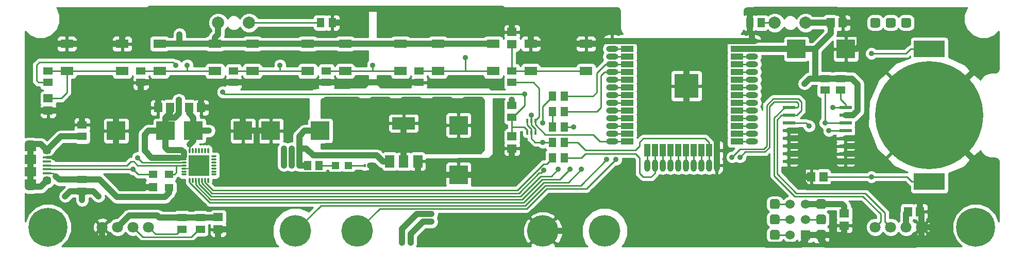
<source format=gbl>
G04 #@! TF.GenerationSoftware,KiCad,Pcbnew,5.0.0-rc2-dev-unknown-b5f1fdd~62~ubuntu16.04.1*
G04 #@! TF.CreationDate,2018-03-21T15:48:13+05:30*
G04 #@! TF.ProjectId,k3jr_controller,6B336A725F636F6E74726F6C6C65722E,rev 1*
G04 #@! TF.SameCoordinates,Original*
G04 #@! TF.FileFunction,Copper,L2,Bot,Signal*
G04 #@! TF.FilePolarity,Positive*
%FSLAX46Y46*%
G04 Gerber Fmt 4.6, Leading zero omitted, Abs format (unit mm)*
G04 Created by KiCad (PCBNEW 5.0.0-rc2-dev-unknown-b5f1fdd~62~ubuntu16.04.1) date Wed Mar 21 15:48:13 2018*
%MOMM*%
%LPD*%
G01*
G04 APERTURE LIST*
%ADD10C,17.780000*%
%ADD11R,5.080000X2.794000*%
%ADD12C,2.000000*%
%ADD13R,2.100000X1.400000*%
%ADD14R,3.048000X3.048000*%
%ADD15R,1.400000X1.200000*%
%ADD16R,1.400000X1.400000*%
%ADD17R,1.900000X1.500000*%
%ADD18C,1.450000*%
%ADD19R,1.350000X0.400000*%
%ADD20O,1.900000X1.200000*%
%ADD21R,1.900000X1.200000*%
%ADD22C,0.800000*%
%ADD23C,6.400000*%
%ADD24O,0.850000X0.300000*%
%ADD25O,0.300000X0.850000*%
%ADD26R,1.675000X1.675000*%
%ADD27R,1.498600X1.300480*%
%ADD28R,1.550000X1.350000*%
%ADD29R,1.350000X1.550000*%
%ADD30R,1.500000X2.000000*%
%ADD31R,3.800000X2.000000*%
%ADD32R,1.300480X1.498600*%
%ADD33R,0.400000X0.650000*%
%ADD34C,0.127000*%
%ADD35C,1.600000*%
%ADD36R,1.998980X0.599440*%
%ADD37C,5.200000*%
%ADD38C,1.524000*%
%ADD39R,1.524000X1.524000*%
%ADD40C,1.800000*%
%ADD41R,0.400000X0.600000*%
%ADD42O,1.000000X2.000000*%
%ADD43O,2.000000X1.000000*%
%ADD44R,4.000000X4.000000*%
%ADD45R,2.000000X1.000000*%
%ADD46R,1.000000X2.000000*%
%ADD47R,1.198880X1.198880*%
%ADD48C,0.900000*%
%ADD49C,1.016000*%
%ADD50C,0.254000*%
%ADD51C,0.508000*%
%ADD52C,0.152400*%
G04 APERTURE END LIST*
D10*
X200025000Y-69215000D03*
D11*
X200025000Y-58293000D03*
X200025000Y-80137000D03*
D12*
X83185000Y-53975000D03*
X88265000Y-53975000D03*
X179705000Y-53975000D03*
X174625000Y-53975000D03*
D13*
X88795000Y-57440000D03*
X97895000Y-57440000D03*
X97895000Y-61940000D03*
X88795000Y-61940000D03*
D14*
X91821000Y-71755000D03*
X99949000Y-71755000D03*
D15*
X75087000Y-81110000D03*
X75087000Y-78910000D03*
X72487000Y-78910000D03*
D16*
X72487000Y-81010000D03*
D17*
X52355000Y-76470000D03*
D18*
X55055000Y-79970000D03*
D19*
X55055000Y-78120000D03*
X55055000Y-78770000D03*
X55055000Y-76170000D03*
X55055000Y-76820000D03*
X55055000Y-77470000D03*
D18*
X55055000Y-74970000D03*
D17*
X52355000Y-78470000D03*
D20*
X52355000Y-80970000D03*
X52355000Y-73970000D03*
D21*
X52355000Y-74570000D03*
X52355000Y-80370000D03*
D22*
X56942056Y-85932944D03*
X55245000Y-85230000D03*
X53547944Y-85932944D03*
X52845000Y-87630000D03*
X53547944Y-89327056D03*
X55245000Y-90030000D03*
X56942056Y-89327056D03*
X57645000Y-87630000D03*
D23*
X55245000Y-87630000D03*
D13*
X73555000Y-57440000D03*
X82655000Y-57440000D03*
X82655000Y-61940000D03*
X73555000Y-61940000D03*
D14*
X186309000Y-58293000D03*
X178181000Y-58293000D03*
D22*
X80010000Y-77470000D03*
X79375000Y-76835000D03*
X80645000Y-76835000D03*
X80645000Y-78105000D03*
X79375000Y-78105000D03*
D24*
X77560000Y-78970000D03*
X77560000Y-78470000D03*
X77560000Y-77970000D03*
X77560000Y-77470000D03*
X77560000Y-76970000D03*
X77560000Y-76470000D03*
X77560000Y-75970000D03*
D25*
X78510000Y-75020000D03*
X79010000Y-75020000D03*
X79510000Y-75020000D03*
X80010000Y-75020000D03*
X80510000Y-75020000D03*
X81010000Y-75020000D03*
X81510000Y-75020000D03*
D24*
X82460000Y-75970000D03*
X82460000Y-76470000D03*
X82460000Y-76970000D03*
X82460000Y-77470000D03*
X82460000Y-77970000D03*
X82460000Y-78470000D03*
X82460000Y-78970000D03*
D25*
X81510000Y-79920000D03*
X81010000Y-79920000D03*
X80510000Y-79920000D03*
X80010000Y-79920000D03*
X79510000Y-79920000D03*
X79010000Y-79920000D03*
X78510000Y-79920000D03*
D26*
X80847500Y-76632500D03*
X80847500Y-78307500D03*
X79172500Y-76632500D03*
X79172500Y-78307500D03*
D27*
X70485000Y-61912500D03*
X70485000Y-63817500D03*
X85725000Y-61912500D03*
X85725000Y-63817500D03*
D28*
X83185000Y-87995000D03*
X83185000Y-85995000D03*
D13*
X143615000Y-61940000D03*
X134515000Y-61940000D03*
X134515000Y-57440000D03*
X143615000Y-57440000D03*
D14*
X122682000Y-78994000D03*
X122682000Y-70866000D03*
D29*
X182610000Y-79375000D03*
X180610000Y-79375000D03*
D27*
X100965000Y-61912500D03*
X100965000Y-63817500D03*
X116205000Y-61912500D03*
X116205000Y-63817500D03*
X80250000Y-86047500D03*
X80250000Y-87952500D03*
D30*
X115965000Y-76810000D03*
X111365000Y-76810000D03*
X113665000Y-76810000D03*
D31*
X113665000Y-70510000D03*
D32*
X140017500Y-68580000D03*
X138112500Y-68580000D03*
X138112500Y-71120000D03*
X140017500Y-71120000D03*
X140017500Y-73660000D03*
X138112500Y-73660000D03*
X140017500Y-76200000D03*
X138112500Y-76200000D03*
D27*
X131445000Y-63817500D03*
X131445000Y-61912500D03*
X55245000Y-63817500D03*
X55245000Y-61912500D03*
D32*
X97853500Y-77470000D03*
X99758500Y-77470000D03*
D27*
X131445000Y-67627500D03*
X131445000Y-69532500D03*
D33*
X133970000Y-72070000D03*
X135270000Y-72070000D03*
X134620000Y-70170000D03*
X134620000Y-72070000D03*
X135270000Y-70170000D03*
X133970000Y-70170000D03*
D29*
X183785000Y-53975000D03*
X185785000Y-53975000D03*
X78375000Y-67945000D03*
X80375000Y-67945000D03*
D14*
X87249000Y-71755000D03*
X79121000Y-71755000D03*
D29*
X75295000Y-67945000D03*
X73295000Y-67945000D03*
D14*
X66421000Y-71755000D03*
X74549000Y-71755000D03*
D28*
X131445000Y-57515000D03*
X131445000Y-55515000D03*
X55245000Y-66437000D03*
X55245000Y-68437000D03*
D27*
X77250000Y-86047500D03*
X77250000Y-87952500D03*
X185420000Y-63182500D03*
X185420000Y-65087500D03*
X182880000Y-63182500D03*
X182880000Y-65087500D03*
D34*
G36*
X191574207Y-53176926D02*
X191613036Y-53182686D01*
X191651114Y-53192224D01*
X191688073Y-53205448D01*
X191723559Y-53222231D01*
X191757228Y-53242412D01*
X191788757Y-53265796D01*
X191817843Y-53292157D01*
X191844204Y-53321243D01*
X191867588Y-53352772D01*
X191887769Y-53386441D01*
X191904552Y-53421927D01*
X191917776Y-53458886D01*
X191927314Y-53496964D01*
X191933074Y-53535793D01*
X191935000Y-53575000D01*
X191935000Y-54375000D01*
X191933074Y-54414207D01*
X191927314Y-54453036D01*
X191917776Y-54491114D01*
X191904552Y-54528073D01*
X191887769Y-54563559D01*
X191867588Y-54597228D01*
X191844204Y-54628757D01*
X191817843Y-54657843D01*
X191788757Y-54684204D01*
X191757228Y-54707588D01*
X191723559Y-54727769D01*
X191688073Y-54744552D01*
X191651114Y-54757776D01*
X191613036Y-54767314D01*
X191574207Y-54773074D01*
X191535000Y-54775000D01*
X190735000Y-54775000D01*
X190695793Y-54773074D01*
X190656964Y-54767314D01*
X190618886Y-54757776D01*
X190581927Y-54744552D01*
X190546441Y-54727769D01*
X190512772Y-54707588D01*
X190481243Y-54684204D01*
X190452157Y-54657843D01*
X190425796Y-54628757D01*
X190402412Y-54597228D01*
X190382231Y-54563559D01*
X190365448Y-54528073D01*
X190352224Y-54491114D01*
X190342686Y-54453036D01*
X190336926Y-54414207D01*
X190335000Y-54375000D01*
X190335000Y-53575000D01*
X190336926Y-53535793D01*
X190342686Y-53496964D01*
X190352224Y-53458886D01*
X190365448Y-53421927D01*
X190382231Y-53386441D01*
X190402412Y-53352772D01*
X190425796Y-53321243D01*
X190452157Y-53292157D01*
X190481243Y-53265796D01*
X190512772Y-53242412D01*
X190546441Y-53222231D01*
X190581927Y-53205448D01*
X190618886Y-53192224D01*
X190656964Y-53182686D01*
X190695793Y-53176926D01*
X190735000Y-53175000D01*
X191535000Y-53175000D01*
X191574207Y-53176926D01*
X191574207Y-53176926D01*
G37*
D35*
X191135000Y-53975000D03*
D13*
X104035000Y-57440000D03*
X113135000Y-57440000D03*
X113135000Y-61940000D03*
X104035000Y-61940000D03*
D22*
X209342056Y-85932944D03*
X207645000Y-85230000D03*
X205947944Y-85932944D03*
X205245000Y-87630000D03*
X205947944Y-89327056D03*
X207645000Y-90030000D03*
X209342056Y-89327056D03*
X210045000Y-87630000D03*
D23*
X207645000Y-87630000D03*
D36*
X176959260Y-67945000D03*
X176959260Y-69215000D03*
X176959260Y-70485000D03*
X176959260Y-71755000D03*
X176959260Y-73025000D03*
X176959260Y-74295000D03*
X176959260Y-75565000D03*
X176959260Y-76835000D03*
X186260740Y-76835000D03*
X186260740Y-75565000D03*
X186260740Y-74295000D03*
X186260740Y-73025000D03*
X186260740Y-71755000D03*
X186260740Y-70485000D03*
X186260740Y-69215000D03*
X186260740Y-67945000D03*
D13*
X67415000Y-61940000D03*
X58315000Y-61940000D03*
X58315000Y-57440000D03*
X67415000Y-57440000D03*
D37*
X136525000Y-88265000D03*
X146685000Y-88265000D03*
D34*
G36*
X182684207Y-88101926D02*
X182723036Y-88107686D01*
X182761114Y-88117224D01*
X182798073Y-88130448D01*
X182833559Y-88147231D01*
X182867228Y-88167412D01*
X182898757Y-88190796D01*
X182927843Y-88217157D01*
X182954204Y-88246243D01*
X182977588Y-88277772D01*
X182997769Y-88311441D01*
X183014552Y-88346927D01*
X183027776Y-88383886D01*
X183037314Y-88421964D01*
X183043074Y-88460793D01*
X183045000Y-88500000D01*
X183045000Y-89300000D01*
X183043074Y-89339207D01*
X183037314Y-89378036D01*
X183027776Y-89416114D01*
X183014552Y-89453073D01*
X182997769Y-89488559D01*
X182977588Y-89522228D01*
X182954204Y-89553757D01*
X182927843Y-89582843D01*
X182898757Y-89609204D01*
X182867228Y-89632588D01*
X182833559Y-89652769D01*
X182798073Y-89669552D01*
X182761114Y-89682776D01*
X182723036Y-89692314D01*
X182684207Y-89698074D01*
X182645000Y-89700000D01*
X181845000Y-89700000D01*
X181805793Y-89698074D01*
X181766964Y-89692314D01*
X181728886Y-89682776D01*
X181691927Y-89669552D01*
X181656441Y-89652769D01*
X181622772Y-89632588D01*
X181591243Y-89609204D01*
X181562157Y-89582843D01*
X181535796Y-89553757D01*
X181512412Y-89522228D01*
X181492231Y-89488559D01*
X181475448Y-89453073D01*
X181462224Y-89416114D01*
X181452686Y-89378036D01*
X181446926Y-89339207D01*
X181445000Y-89300000D01*
X181445000Y-88500000D01*
X181446926Y-88460793D01*
X181452686Y-88421964D01*
X181462224Y-88383886D01*
X181475448Y-88346927D01*
X181492231Y-88311441D01*
X181512412Y-88277772D01*
X181535796Y-88246243D01*
X181562157Y-88217157D01*
X181591243Y-88190796D01*
X181622772Y-88167412D01*
X181656441Y-88147231D01*
X181691927Y-88130448D01*
X181728886Y-88117224D01*
X181766964Y-88107686D01*
X181805793Y-88101926D01*
X181845000Y-88100000D01*
X182645000Y-88100000D01*
X182684207Y-88101926D01*
X182684207Y-88101926D01*
G37*
D35*
X182245000Y-88900000D03*
D34*
G36*
X175064207Y-88101926D02*
X175103036Y-88107686D01*
X175141114Y-88117224D01*
X175178073Y-88130448D01*
X175213559Y-88147231D01*
X175247228Y-88167412D01*
X175278757Y-88190796D01*
X175307843Y-88217157D01*
X175334204Y-88246243D01*
X175357588Y-88277772D01*
X175377769Y-88311441D01*
X175394552Y-88346927D01*
X175407776Y-88383886D01*
X175417314Y-88421964D01*
X175423074Y-88460793D01*
X175425000Y-88500000D01*
X175425000Y-89300000D01*
X175423074Y-89339207D01*
X175417314Y-89378036D01*
X175407776Y-89416114D01*
X175394552Y-89453073D01*
X175377769Y-89488559D01*
X175357588Y-89522228D01*
X175334204Y-89553757D01*
X175307843Y-89582843D01*
X175278757Y-89609204D01*
X175247228Y-89632588D01*
X175213559Y-89652769D01*
X175178073Y-89669552D01*
X175141114Y-89682776D01*
X175103036Y-89692314D01*
X175064207Y-89698074D01*
X175025000Y-89700000D01*
X174225000Y-89700000D01*
X174185793Y-89698074D01*
X174146964Y-89692314D01*
X174108886Y-89682776D01*
X174071927Y-89669552D01*
X174036441Y-89652769D01*
X174002772Y-89632588D01*
X173971243Y-89609204D01*
X173942157Y-89582843D01*
X173915796Y-89553757D01*
X173892412Y-89522228D01*
X173872231Y-89488559D01*
X173855448Y-89453073D01*
X173842224Y-89416114D01*
X173832686Y-89378036D01*
X173826926Y-89339207D01*
X173825000Y-89300000D01*
X173825000Y-88500000D01*
X173826926Y-88460793D01*
X173832686Y-88421964D01*
X173842224Y-88383886D01*
X173855448Y-88346927D01*
X173872231Y-88311441D01*
X173892412Y-88277772D01*
X173915796Y-88246243D01*
X173942157Y-88217157D01*
X173971243Y-88190796D01*
X174002772Y-88167412D01*
X174036441Y-88147231D01*
X174071927Y-88130448D01*
X174108886Y-88117224D01*
X174146964Y-88107686D01*
X174185793Y-88101926D01*
X174225000Y-88100000D01*
X175025000Y-88100000D01*
X175064207Y-88101926D01*
X175064207Y-88101926D01*
G37*
D35*
X174625000Y-88900000D03*
D34*
G36*
X182684207Y-85561926D02*
X182723036Y-85567686D01*
X182761114Y-85577224D01*
X182798073Y-85590448D01*
X182833559Y-85607231D01*
X182867228Y-85627412D01*
X182898757Y-85650796D01*
X182927843Y-85677157D01*
X182954204Y-85706243D01*
X182977588Y-85737772D01*
X182997769Y-85771441D01*
X183014552Y-85806927D01*
X183027776Y-85843886D01*
X183037314Y-85881964D01*
X183043074Y-85920793D01*
X183045000Y-85960000D01*
X183045000Y-86760000D01*
X183043074Y-86799207D01*
X183037314Y-86838036D01*
X183027776Y-86876114D01*
X183014552Y-86913073D01*
X182997769Y-86948559D01*
X182977588Y-86982228D01*
X182954204Y-87013757D01*
X182927843Y-87042843D01*
X182898757Y-87069204D01*
X182867228Y-87092588D01*
X182833559Y-87112769D01*
X182798073Y-87129552D01*
X182761114Y-87142776D01*
X182723036Y-87152314D01*
X182684207Y-87158074D01*
X182645000Y-87160000D01*
X181845000Y-87160000D01*
X181805793Y-87158074D01*
X181766964Y-87152314D01*
X181728886Y-87142776D01*
X181691927Y-87129552D01*
X181656441Y-87112769D01*
X181622772Y-87092588D01*
X181591243Y-87069204D01*
X181562157Y-87042843D01*
X181535796Y-87013757D01*
X181512412Y-86982228D01*
X181492231Y-86948559D01*
X181475448Y-86913073D01*
X181462224Y-86876114D01*
X181452686Y-86838036D01*
X181446926Y-86799207D01*
X181445000Y-86760000D01*
X181445000Y-85960000D01*
X181446926Y-85920793D01*
X181452686Y-85881964D01*
X181462224Y-85843886D01*
X181475448Y-85806927D01*
X181492231Y-85771441D01*
X181512412Y-85737772D01*
X181535796Y-85706243D01*
X181562157Y-85677157D01*
X181591243Y-85650796D01*
X181622772Y-85627412D01*
X181656441Y-85607231D01*
X181691927Y-85590448D01*
X181728886Y-85577224D01*
X181766964Y-85567686D01*
X181805793Y-85561926D01*
X181845000Y-85560000D01*
X182645000Y-85560000D01*
X182684207Y-85561926D01*
X182684207Y-85561926D01*
G37*
D35*
X182245000Y-86360000D03*
D38*
X179705000Y-83820000D03*
X177165000Y-83820000D03*
X179705000Y-86360000D03*
X177165000Y-86360000D03*
D39*
X179705000Y-88900000D03*
D38*
X177165000Y-88900000D03*
D34*
G36*
X175064207Y-85561926D02*
X175103036Y-85567686D01*
X175141114Y-85577224D01*
X175178073Y-85590448D01*
X175213559Y-85607231D01*
X175247228Y-85627412D01*
X175278757Y-85650796D01*
X175307843Y-85677157D01*
X175334204Y-85706243D01*
X175357588Y-85737772D01*
X175377769Y-85771441D01*
X175394552Y-85806927D01*
X175407776Y-85843886D01*
X175417314Y-85881964D01*
X175423074Y-85920793D01*
X175425000Y-85960000D01*
X175425000Y-86760000D01*
X175423074Y-86799207D01*
X175417314Y-86838036D01*
X175407776Y-86876114D01*
X175394552Y-86913073D01*
X175377769Y-86948559D01*
X175357588Y-86982228D01*
X175334204Y-87013757D01*
X175307843Y-87042843D01*
X175278757Y-87069204D01*
X175247228Y-87092588D01*
X175213559Y-87112769D01*
X175178073Y-87129552D01*
X175141114Y-87142776D01*
X175103036Y-87152314D01*
X175064207Y-87158074D01*
X175025000Y-87160000D01*
X174225000Y-87160000D01*
X174185793Y-87158074D01*
X174146964Y-87152314D01*
X174108886Y-87142776D01*
X174071927Y-87129552D01*
X174036441Y-87112769D01*
X174002772Y-87092588D01*
X173971243Y-87069204D01*
X173942157Y-87042843D01*
X173915796Y-87013757D01*
X173892412Y-86982228D01*
X173872231Y-86948559D01*
X173855448Y-86913073D01*
X173842224Y-86876114D01*
X173832686Y-86838036D01*
X173826926Y-86799207D01*
X173825000Y-86760000D01*
X173825000Y-85960000D01*
X173826926Y-85920793D01*
X173832686Y-85881964D01*
X173842224Y-85843886D01*
X173855448Y-85806927D01*
X173872231Y-85771441D01*
X173892412Y-85737772D01*
X173915796Y-85706243D01*
X173942157Y-85677157D01*
X173971243Y-85650796D01*
X174002772Y-85627412D01*
X174036441Y-85607231D01*
X174071927Y-85590448D01*
X174108886Y-85577224D01*
X174146964Y-85567686D01*
X174185793Y-85561926D01*
X174225000Y-85560000D01*
X175025000Y-85560000D01*
X175064207Y-85561926D01*
X175064207Y-85561926D01*
G37*
D35*
X174625000Y-86360000D03*
D34*
G36*
X182684207Y-83021926D02*
X182723036Y-83027686D01*
X182761114Y-83037224D01*
X182798073Y-83050448D01*
X182833559Y-83067231D01*
X182867228Y-83087412D01*
X182898757Y-83110796D01*
X182927843Y-83137157D01*
X182954204Y-83166243D01*
X182977588Y-83197772D01*
X182997769Y-83231441D01*
X183014552Y-83266927D01*
X183027776Y-83303886D01*
X183037314Y-83341964D01*
X183043074Y-83380793D01*
X183045000Y-83420000D01*
X183045000Y-84220000D01*
X183043074Y-84259207D01*
X183037314Y-84298036D01*
X183027776Y-84336114D01*
X183014552Y-84373073D01*
X182997769Y-84408559D01*
X182977588Y-84442228D01*
X182954204Y-84473757D01*
X182927843Y-84502843D01*
X182898757Y-84529204D01*
X182867228Y-84552588D01*
X182833559Y-84572769D01*
X182798073Y-84589552D01*
X182761114Y-84602776D01*
X182723036Y-84612314D01*
X182684207Y-84618074D01*
X182645000Y-84620000D01*
X181845000Y-84620000D01*
X181805793Y-84618074D01*
X181766964Y-84612314D01*
X181728886Y-84602776D01*
X181691927Y-84589552D01*
X181656441Y-84572769D01*
X181622772Y-84552588D01*
X181591243Y-84529204D01*
X181562157Y-84502843D01*
X181535796Y-84473757D01*
X181512412Y-84442228D01*
X181492231Y-84408559D01*
X181475448Y-84373073D01*
X181462224Y-84336114D01*
X181452686Y-84298036D01*
X181446926Y-84259207D01*
X181445000Y-84220000D01*
X181445000Y-83420000D01*
X181446926Y-83380793D01*
X181452686Y-83341964D01*
X181462224Y-83303886D01*
X181475448Y-83266927D01*
X181492231Y-83231441D01*
X181512412Y-83197772D01*
X181535796Y-83166243D01*
X181562157Y-83137157D01*
X181591243Y-83110796D01*
X181622772Y-83087412D01*
X181656441Y-83067231D01*
X181691927Y-83050448D01*
X181728886Y-83037224D01*
X181766964Y-83027686D01*
X181805793Y-83021926D01*
X181845000Y-83020000D01*
X182645000Y-83020000D01*
X182684207Y-83021926D01*
X182684207Y-83021926D01*
G37*
D35*
X182245000Y-83820000D03*
D34*
G36*
X175064207Y-83021926D02*
X175103036Y-83027686D01*
X175141114Y-83037224D01*
X175178073Y-83050448D01*
X175213559Y-83067231D01*
X175247228Y-83087412D01*
X175278757Y-83110796D01*
X175307843Y-83137157D01*
X175334204Y-83166243D01*
X175357588Y-83197772D01*
X175377769Y-83231441D01*
X175394552Y-83266927D01*
X175407776Y-83303886D01*
X175417314Y-83341964D01*
X175423074Y-83380793D01*
X175425000Y-83420000D01*
X175425000Y-84220000D01*
X175423074Y-84259207D01*
X175417314Y-84298036D01*
X175407776Y-84336114D01*
X175394552Y-84373073D01*
X175377769Y-84408559D01*
X175357588Y-84442228D01*
X175334204Y-84473757D01*
X175307843Y-84502843D01*
X175278757Y-84529204D01*
X175247228Y-84552588D01*
X175213559Y-84572769D01*
X175178073Y-84589552D01*
X175141114Y-84602776D01*
X175103036Y-84612314D01*
X175064207Y-84618074D01*
X175025000Y-84620000D01*
X174225000Y-84620000D01*
X174185793Y-84618074D01*
X174146964Y-84612314D01*
X174108886Y-84602776D01*
X174071927Y-84589552D01*
X174036441Y-84572769D01*
X174002772Y-84552588D01*
X173971243Y-84529204D01*
X173942157Y-84502843D01*
X173915796Y-84473757D01*
X173892412Y-84442228D01*
X173872231Y-84408559D01*
X173855448Y-84373073D01*
X173842224Y-84336114D01*
X173832686Y-84298036D01*
X173826926Y-84259207D01*
X173825000Y-84220000D01*
X173825000Y-83420000D01*
X173826926Y-83380793D01*
X173832686Y-83341964D01*
X173842224Y-83303886D01*
X173855448Y-83266927D01*
X173872231Y-83231441D01*
X173892412Y-83197772D01*
X173915796Y-83166243D01*
X173942157Y-83137157D01*
X173971243Y-83110796D01*
X174002772Y-83087412D01*
X174036441Y-83067231D01*
X174071927Y-83050448D01*
X174108886Y-83037224D01*
X174146964Y-83027686D01*
X174185793Y-83021926D01*
X174225000Y-83020000D01*
X175025000Y-83020000D01*
X175064207Y-83021926D01*
X175064207Y-83021926D01*
G37*
D35*
X174625000Y-83820000D03*
D28*
X186055000Y-87360000D03*
X186055000Y-85360000D03*
D34*
G36*
X196654207Y-53176926D02*
X196693036Y-53182686D01*
X196731114Y-53192224D01*
X196768073Y-53205448D01*
X196803559Y-53222231D01*
X196837228Y-53242412D01*
X196868757Y-53265796D01*
X196897843Y-53292157D01*
X196924204Y-53321243D01*
X196947588Y-53352772D01*
X196967769Y-53386441D01*
X196984552Y-53421927D01*
X196997776Y-53458886D01*
X197007314Y-53496964D01*
X197013074Y-53535793D01*
X197015000Y-53575000D01*
X197015000Y-54375000D01*
X197013074Y-54414207D01*
X197007314Y-54453036D01*
X196997776Y-54491114D01*
X196984552Y-54528073D01*
X196967769Y-54563559D01*
X196947588Y-54597228D01*
X196924204Y-54628757D01*
X196897843Y-54657843D01*
X196868757Y-54684204D01*
X196837228Y-54707588D01*
X196803559Y-54727769D01*
X196768073Y-54744552D01*
X196731114Y-54757776D01*
X196693036Y-54767314D01*
X196654207Y-54773074D01*
X196615000Y-54775000D01*
X195815000Y-54775000D01*
X195775793Y-54773074D01*
X195736964Y-54767314D01*
X195698886Y-54757776D01*
X195661927Y-54744552D01*
X195626441Y-54727769D01*
X195592772Y-54707588D01*
X195561243Y-54684204D01*
X195532157Y-54657843D01*
X195505796Y-54628757D01*
X195482412Y-54597228D01*
X195462231Y-54563559D01*
X195445448Y-54528073D01*
X195432224Y-54491114D01*
X195422686Y-54453036D01*
X195416926Y-54414207D01*
X195415000Y-54375000D01*
X195415000Y-53575000D01*
X195416926Y-53535793D01*
X195422686Y-53496964D01*
X195432224Y-53458886D01*
X195445448Y-53421927D01*
X195462231Y-53386441D01*
X195482412Y-53352772D01*
X195505796Y-53321243D01*
X195532157Y-53292157D01*
X195561243Y-53265796D01*
X195592772Y-53242412D01*
X195626441Y-53222231D01*
X195661927Y-53205448D01*
X195698886Y-53192224D01*
X195736964Y-53182686D01*
X195775793Y-53176926D01*
X195815000Y-53175000D01*
X196615000Y-53175000D01*
X196654207Y-53176926D01*
X196654207Y-53176926D01*
G37*
D35*
X196215000Y-53975000D03*
D34*
G36*
X194114207Y-53176926D02*
X194153036Y-53182686D01*
X194191114Y-53192224D01*
X194228073Y-53205448D01*
X194263559Y-53222231D01*
X194297228Y-53242412D01*
X194328757Y-53265796D01*
X194357843Y-53292157D01*
X194384204Y-53321243D01*
X194407588Y-53352772D01*
X194427769Y-53386441D01*
X194444552Y-53421927D01*
X194457776Y-53458886D01*
X194467314Y-53496964D01*
X194473074Y-53535793D01*
X194475000Y-53575000D01*
X194475000Y-54375000D01*
X194473074Y-54414207D01*
X194467314Y-54453036D01*
X194457776Y-54491114D01*
X194444552Y-54528073D01*
X194427769Y-54563559D01*
X194407588Y-54597228D01*
X194384204Y-54628757D01*
X194357843Y-54657843D01*
X194328757Y-54684204D01*
X194297228Y-54707588D01*
X194263559Y-54727769D01*
X194228073Y-54744552D01*
X194191114Y-54757776D01*
X194153036Y-54767314D01*
X194114207Y-54773074D01*
X194075000Y-54775000D01*
X193275000Y-54775000D01*
X193235793Y-54773074D01*
X193196964Y-54767314D01*
X193158886Y-54757776D01*
X193121927Y-54744552D01*
X193086441Y-54727769D01*
X193052772Y-54707588D01*
X193021243Y-54684204D01*
X192992157Y-54657843D01*
X192965796Y-54628757D01*
X192942412Y-54597228D01*
X192922231Y-54563559D01*
X192905448Y-54528073D01*
X192892224Y-54491114D01*
X192882686Y-54453036D01*
X192876926Y-54414207D01*
X192875000Y-54375000D01*
X192875000Y-53575000D01*
X192876926Y-53535793D01*
X192882686Y-53496964D01*
X192892224Y-53458886D01*
X192905448Y-53421927D01*
X192922231Y-53386441D01*
X192942412Y-53352772D01*
X192965796Y-53321243D01*
X192992157Y-53292157D01*
X193021243Y-53265796D01*
X193052772Y-53242412D01*
X193086441Y-53222231D01*
X193121927Y-53205448D01*
X193158886Y-53192224D01*
X193196964Y-53182686D01*
X193235793Y-53176926D01*
X193275000Y-53175000D01*
X194075000Y-53175000D01*
X194114207Y-53176926D01*
X194114207Y-53176926D01*
G37*
D35*
X193675000Y-53975000D03*
D40*
X64135000Y-87630000D03*
X66675000Y-87630000D03*
X69215000Y-87630000D03*
X71755000Y-87630000D03*
X191135000Y-87630000D03*
X193675000Y-87630000D03*
X196215000Y-87630000D03*
X198755000Y-87630000D03*
D29*
X196485000Y-85090000D03*
X198485000Y-85090000D03*
D37*
X106045000Y-88265000D03*
X95885000Y-88265000D03*
D41*
X108146000Y-77470000D03*
X107246000Y-77470000D03*
D42*
X158750000Y-77480000D03*
X153670000Y-77480000D03*
X154940000Y-77480000D03*
X156210000Y-77480000D03*
X157480000Y-77480000D03*
X160020000Y-77480000D03*
X161290000Y-77480000D03*
X162560000Y-77480000D03*
X163830000Y-77480000D03*
X165100000Y-77480000D03*
D43*
X147885000Y-59520000D03*
X147885000Y-70950000D03*
X147885000Y-62060000D03*
X147885000Y-64600000D03*
X147885000Y-65870000D03*
X147885000Y-72220000D03*
X147885000Y-73490000D03*
X147885000Y-63330000D03*
X147885000Y-69680000D03*
X147885000Y-56980000D03*
X147885000Y-60790000D03*
X147885000Y-68410000D03*
X147885000Y-67140000D03*
X147885000Y-58250000D03*
X170885000Y-73490000D03*
X170885000Y-72220000D03*
X170885000Y-70950000D03*
X170885000Y-69680000D03*
X170885000Y-68410000D03*
X170885000Y-67140000D03*
X170885000Y-65870000D03*
X170885000Y-64600000D03*
X170885000Y-63330000D03*
X170885000Y-62060000D03*
X170885000Y-60790000D03*
X170885000Y-59520000D03*
X170885000Y-58250000D03*
X170885000Y-56980000D03*
D44*
X160085000Y-64380000D03*
D45*
X150385000Y-56980000D03*
X150385000Y-58250000D03*
X150385000Y-59520000D03*
X150385000Y-60790000D03*
X150385000Y-62060000D03*
X150385000Y-63330000D03*
X150385000Y-64600000D03*
X150385000Y-65870000D03*
X150385000Y-67140000D03*
X150385000Y-68410000D03*
X150385000Y-69680000D03*
X150385000Y-70950000D03*
X150385000Y-72220000D03*
X150385000Y-73490000D03*
D46*
X153670000Y-74980000D03*
X154940000Y-74980000D03*
X156210000Y-74980000D03*
X157480000Y-74980000D03*
X158750000Y-74980000D03*
X160020000Y-74980000D03*
X161290000Y-74980000D03*
X162560000Y-74980000D03*
X163830000Y-74980000D03*
X165100000Y-74980000D03*
D45*
X168385000Y-73490000D03*
X168385000Y-72220000D03*
X168385000Y-70950000D03*
X168385000Y-69680000D03*
X168385000Y-68410000D03*
X168385000Y-67140000D03*
X168385000Y-65870000D03*
X168385000Y-64600000D03*
X168385000Y-63330000D03*
X168385000Y-62060000D03*
X168385000Y-60790000D03*
X168385000Y-59520000D03*
X168385000Y-58250000D03*
X168385000Y-56980000D03*
D32*
X140017500Y-66040000D03*
X138112500Y-66040000D03*
D28*
X131445000Y-72660000D03*
X131445000Y-74660000D03*
D13*
X119275000Y-57440000D03*
X128375000Y-57440000D03*
X128375000Y-61940000D03*
X119275000Y-61940000D03*
D47*
X102455980Y-77470000D03*
X104554020Y-77470000D03*
D32*
X101917500Y-53975000D03*
X100012500Y-53975000D03*
X170497500Y-53975000D03*
X172402500Y-53975000D03*
D27*
X60833000Y-79819500D03*
X60833000Y-81724500D03*
X60833000Y-72707500D03*
X60833000Y-70802500D03*
D48*
X87376000Y-88011000D03*
X86106000Y-88011000D03*
X84836000Y-88011000D03*
X70993000Y-81010000D03*
X66421000Y-79756000D03*
X66421000Y-74549000D03*
X81661000Y-71755000D03*
X95250000Y-74676000D03*
X95250000Y-76073000D03*
X95250000Y-77470000D03*
X60833000Y-83185000D03*
X58039000Y-82550000D03*
X63500000Y-82550000D03*
X118237000Y-86741000D03*
X114808000Y-90170000D03*
X118237000Y-85471000D03*
X113411000Y-90170000D03*
X103505000Y-72390000D03*
X103505000Y-70485000D03*
X103505000Y-68580000D03*
X76708000Y-66675000D03*
X121285000Y-74295000D03*
X123825000Y-74295000D03*
X100965000Y-74295000D03*
X103505000Y-74295000D03*
X106045000Y-74295000D03*
X108585000Y-74295000D03*
X113665000Y-74295000D03*
X116205000Y-74295000D03*
X118745000Y-74295000D03*
X126365000Y-74295000D03*
X126365000Y-70485000D03*
X126365000Y-68580000D03*
X111125000Y-74295000D03*
X126365000Y-72390000D03*
X76835000Y-55880000D03*
X83947000Y-65405000D03*
X69215002Y-78105000D03*
X69977000Y-76200000D03*
X136687350Y-78267350D03*
X126365000Y-66675000D03*
X123825000Y-66675000D03*
X121285000Y-66675000D03*
X118745000Y-66675000D03*
X116205000Y-66675000D03*
X113665000Y-66675000D03*
X111125000Y-66675000D03*
X108585000Y-66675000D03*
X106045000Y-66675000D03*
X103505000Y-66675000D03*
X100965000Y-66675000D03*
X183515000Y-71755000D03*
X123825000Y-59690000D03*
X184150000Y-67945000D03*
X182880000Y-70485000D03*
X78105000Y-60960000D03*
X93345000Y-60960000D03*
X141605000Y-71120000D03*
X140970000Y-78105000D03*
X136525000Y-70485000D03*
X139065000Y-78105000D03*
X148500000Y-76500000D03*
X136525000Y-73660000D03*
X142875000Y-78105000D03*
X134620000Y-69215000D03*
X76200000Y-60960000D03*
X133500000Y-65749996D03*
X116205000Y-68580000D03*
X109855000Y-72390000D03*
X117475000Y-69850000D03*
X109855000Y-69850000D03*
X111125000Y-68580000D03*
X112395000Y-68580000D03*
X114935000Y-68580000D03*
X113665000Y-68580000D03*
X117475000Y-72390000D03*
X117475000Y-71120000D03*
X109855000Y-71120000D03*
X131445000Y-66675000D03*
X179500000Y-64000000D03*
X108585000Y-60960000D03*
X147000000Y-76500000D03*
X190500000Y-59055000D03*
X190500000Y-79375000D03*
X96520000Y-76073000D03*
X96520000Y-77470000D03*
X96520000Y-74676000D03*
X93980000Y-74676000D03*
X93980000Y-76073000D03*
X93980000Y-77470000D03*
X180250000Y-71000000D03*
X167600000Y-76100000D03*
X168900000Y-76100000D03*
D49*
X55245000Y-68437000D02*
X60833000Y-68437000D01*
X60833000Y-69136260D02*
X60833000Y-68437000D01*
X60833000Y-68437000D02*
X61738000Y-68437000D01*
X60833000Y-70802500D02*
X60833000Y-69136260D01*
X61738000Y-68437000D02*
X63925000Y-66250000D01*
X63925000Y-66250000D02*
X66421000Y-66250000D01*
X56896000Y-75512000D02*
X65458000Y-75512000D01*
X65458000Y-75512000D02*
X66421000Y-74549000D01*
X52070000Y-60579000D02*
X55209000Y-57440000D01*
X52070000Y-67053000D02*
X52070000Y-60579000D01*
X53454000Y-68437000D02*
X52070000Y-67053000D01*
X55245000Y-68437000D02*
X53454000Y-68437000D01*
X55209000Y-57440000D02*
X58315000Y-57440000D01*
X108839000Y-78994000D02*
X90551000Y-78994000D01*
X90551000Y-78994000D02*
X89535000Y-77978000D01*
X89535000Y-77978000D02*
X89535000Y-71755000D01*
X86106000Y-88011000D02*
X87376000Y-88011000D01*
X84836000Y-88011000D02*
X86106000Y-88011000D01*
X84836000Y-88011000D02*
X83201000Y-88011000D01*
X83201000Y-88011000D02*
X83185000Y-87995000D01*
X170497500Y-53975000D02*
X170497500Y-52705000D01*
X185785000Y-52816000D02*
X185785000Y-53975000D01*
X185785000Y-52816000D02*
X184785000Y-51816000D01*
X184785000Y-51816000D02*
X171386500Y-51816000D01*
X170497500Y-52705000D02*
X171386500Y-51816000D01*
X82296000Y-90297000D02*
X83185000Y-89408000D01*
X65278000Y-90297000D02*
X82296000Y-90297000D01*
X64135000Y-89154000D02*
X65278000Y-90297000D01*
X64135000Y-87630000D02*
X64135000Y-89154000D01*
X83185000Y-89408000D02*
X83185000Y-87995000D01*
X190373000Y-81026000D02*
X192151000Y-82804000D01*
X179959000Y-81026000D02*
X190373000Y-81026000D01*
X179250000Y-80317000D02*
X179959000Y-81026000D01*
X179250000Y-79000000D02*
X179250000Y-80317000D01*
X192151000Y-82804000D02*
X197990000Y-82804000D01*
X197990000Y-82804000D02*
X198485000Y-83299000D01*
X198485000Y-83299000D02*
X198485000Y-85090000D01*
X197739000Y-90551000D02*
X198755000Y-89535000D01*
X182245000Y-89800000D02*
X182996000Y-90551000D01*
X182996000Y-90551000D02*
X197739000Y-90551000D01*
X182245000Y-88900000D02*
X182245000Y-89800000D01*
X198755000Y-89535000D02*
X198755000Y-87630000D01*
X115951000Y-78994000D02*
X108839000Y-78994000D01*
X108839000Y-77709000D02*
X108839000Y-78994000D01*
X91821000Y-71755000D02*
X89535000Y-71755000D01*
X89535000Y-71755000D02*
X87249000Y-71755000D01*
X122682000Y-78994000D02*
X115951000Y-78994000D01*
X115965000Y-76810000D02*
X115965000Y-78980000D01*
X115965000Y-78980000D02*
X115951000Y-78994000D01*
X122682000Y-78994000D02*
X128651000Y-78994000D01*
X128651000Y-78994000D02*
X131445000Y-76200000D01*
X67675000Y-81010000D02*
X66421000Y-79756000D01*
X70993000Y-81010000D02*
X67675000Y-81010000D01*
X72487000Y-81010000D02*
X70993000Y-81010000D01*
X66421000Y-74549000D02*
X66421000Y-71755000D01*
X73406000Y-63817500D02*
X80391000Y-63817500D01*
X80391000Y-63817500D02*
X85725000Y-63817500D01*
X80375000Y-67945000D02*
X80375000Y-63833500D01*
X80375000Y-63833500D02*
X80391000Y-63817500D01*
X70485000Y-63817500D02*
X73406000Y-63817500D01*
X73295000Y-67945000D02*
X73295000Y-63928500D01*
X73295000Y-63928500D02*
X73406000Y-63817500D01*
X66421000Y-71755000D02*
X66421000Y-66250000D01*
X66421000Y-66250000D02*
X69640000Y-66250000D01*
X69640000Y-66250000D02*
X70485000Y-65405000D01*
X70485000Y-65405000D02*
X70485000Y-63817500D01*
X108146000Y-77470000D02*
X108600000Y-77470000D01*
X108600000Y-77470000D02*
X108839000Y-77709000D01*
X131445000Y-76200000D02*
X131445000Y-74660000D01*
X173228000Y-90551000D02*
X165862000Y-83185000D01*
X179705000Y-89789000D02*
X178943000Y-90551000D01*
X139954000Y-88265000D02*
X136525000Y-88265000D01*
X178943000Y-90551000D02*
X173228000Y-90551000D01*
X179705000Y-88900000D02*
X179705000Y-89789000D01*
X165862000Y-83185000D02*
X145034000Y-83185000D01*
X145034000Y-83185000D02*
X139954000Y-88265000D01*
X104140000Y-51689000D02*
X129794000Y-51689000D01*
X71958000Y-51689000D02*
X104140000Y-51689000D01*
X101917500Y-53975000D02*
X103583740Y-53975000D01*
X103583740Y-53975000D02*
X104140000Y-53418740D01*
X104140000Y-53418740D02*
X104140000Y-51689000D01*
X170885000Y-56980000D02*
X170885000Y-55880000D01*
X170497500Y-55492500D02*
X170497500Y-53975000D01*
X170885000Y-55880000D02*
X170497500Y-55492500D01*
X170815000Y-56980000D02*
X170885000Y-56980000D01*
X67415000Y-57440000D02*
X67415000Y-56232000D01*
X67415000Y-56232000D02*
X71958000Y-51689000D01*
X129794000Y-51689000D02*
X131445000Y-53340000D01*
X188595000Y-57785000D02*
X188595000Y-53975000D01*
X188595000Y-53975000D02*
X188595000Y-52635000D01*
X185785000Y-53975000D02*
X188595000Y-53975000D01*
X189230000Y-52000000D02*
X200250000Y-52000000D01*
X188595000Y-52635000D02*
X189230000Y-52000000D01*
X188087000Y-58293000D02*
X188595000Y-57785000D01*
X186309000Y-58293000D02*
X188087000Y-58293000D01*
X200250000Y-52000000D02*
X207500000Y-59250000D01*
X207500000Y-59250000D02*
X207500000Y-61750000D01*
X207500000Y-61750000D02*
X200035000Y-69215000D01*
X200035000Y-69215000D02*
X200025000Y-69215000D01*
X93980000Y-76073000D02*
X93980000Y-77470000D01*
X93980000Y-74676000D02*
X93980000Y-76073000D01*
X95250000Y-76073000D02*
X95250000Y-77470000D01*
X95250000Y-74676000D02*
X95250000Y-76073000D01*
X96520000Y-76073000D02*
X96520000Y-77470000D01*
X99949000Y-71755000D02*
X97409000Y-71755000D01*
X97409000Y-71755000D02*
X96520000Y-72644000D01*
X96520000Y-72644000D02*
X96520000Y-74676000D01*
X79121000Y-71755000D02*
X81661000Y-71755000D01*
X98806000Y-75819000D02*
X97663000Y-74676000D01*
X110211000Y-76810000D02*
X109220000Y-75819000D01*
X109220000Y-75819000D02*
X98806000Y-75819000D01*
X111365000Y-76810000D02*
X110211000Y-76810000D01*
X97663000Y-74676000D02*
X96520000Y-74676000D01*
X96520000Y-74676000D02*
X96520000Y-76073000D01*
X60833000Y-81724500D02*
X60833000Y-83185000D01*
X60833000Y-81724500D02*
X58864500Y-81724500D01*
X58864500Y-81724500D02*
X58039000Y-82550000D01*
X60833000Y-81724500D02*
X62674500Y-81724500D01*
X62674500Y-81724500D02*
X63500000Y-82550000D01*
X96520000Y-77470000D02*
X97853500Y-77470000D01*
X114808000Y-88773000D02*
X116840000Y-86741000D01*
X116840000Y-86741000D02*
X118237000Y-86741000D01*
X114808000Y-90170000D02*
X114808000Y-88773000D01*
X113411000Y-87884000D02*
X115824000Y-85471000D01*
X115824000Y-85471000D02*
X118237000Y-85471000D01*
X113411000Y-90170000D02*
X113411000Y-87884000D01*
D50*
X133858000Y-84582000D02*
X137160000Y-81280000D01*
X137160000Y-81280000D02*
X143720000Y-81280000D01*
X109728000Y-84582000D02*
X133858000Y-84582000D01*
X106045000Y-88265000D02*
X109728000Y-84582000D01*
X143720000Y-81280000D02*
X148500000Y-76500000D01*
X136906000Y-80772000D02*
X142728000Y-80772000D01*
X133604000Y-84074000D02*
X136906000Y-80772000D01*
X100076000Y-84074000D02*
X133604000Y-84074000D01*
X95885000Y-88265000D02*
X100076000Y-84074000D01*
X142728000Y-80772000D02*
X147000000Y-76500000D01*
X88265000Y-53975000D02*
X100012500Y-53975000D01*
X172402500Y-53975000D02*
X174625000Y-53975000D01*
D49*
X113135000Y-57440000D02*
X104035000Y-57440000D01*
X80250000Y-86047500D02*
X83132500Y-86047500D01*
X83132500Y-86047500D02*
X83185000Y-85995000D01*
X71120000Y-75057000D02*
X71120000Y-72390000D01*
X71120000Y-72390000D02*
X71755000Y-71755000D01*
X72263000Y-76200000D02*
X71120000Y-75057000D01*
X76835000Y-76200000D02*
X72263000Y-76200000D01*
X71755000Y-71755000D02*
X74549000Y-71755000D01*
X103505000Y-70485000D02*
X103505000Y-68580000D01*
X103505000Y-70485000D02*
X103505000Y-72390000D01*
X76073000Y-69596000D02*
X76708000Y-68961000D01*
X76708000Y-68961000D02*
X76708000Y-66675000D01*
X74549000Y-69596000D02*
X76073000Y-69596000D01*
X103505000Y-74295000D02*
X100965000Y-74295000D01*
X108585000Y-74295000D02*
X106045000Y-74295000D01*
X113665000Y-74295000D02*
X111125000Y-74295000D01*
X118745000Y-74295000D02*
X116205000Y-74295000D01*
X123825000Y-74295000D02*
X121285000Y-74295000D01*
X126365000Y-72390000D02*
X126365000Y-74295000D01*
X126365000Y-68580000D02*
X126365000Y-70485000D01*
X103505000Y-66675000D02*
X100965000Y-66675000D01*
X77250000Y-86047500D02*
X73474500Y-86047500D01*
X73474500Y-86047500D02*
X73152000Y-85725000D01*
X73152000Y-85725000D02*
X68580000Y-85725000D01*
X68580000Y-85725000D02*
X66675000Y-87630000D01*
X183785000Y-53975000D02*
X179705000Y-53975000D01*
X82655000Y-56410000D02*
X83185000Y-55880000D01*
X83185000Y-55880000D02*
X83185000Y-53975000D01*
X82655000Y-57440000D02*
X82655000Y-56410000D01*
X181610000Y-63182500D02*
X180975000Y-63182500D01*
X180975000Y-63182500D02*
X180317500Y-63182500D01*
X181258000Y-58293000D02*
X181258000Y-62899500D01*
X181258000Y-62899500D02*
X180975000Y-63182500D01*
X183785000Y-53975000D02*
X183785000Y-55766000D01*
X183785000Y-55766000D02*
X181258000Y-58293000D01*
X181258000Y-58293000D02*
X180213000Y-58293000D01*
X170885000Y-58250000D02*
X178138000Y-58250000D01*
X76835000Y-57440000D02*
X76835000Y-55880000D01*
D50*
X133500000Y-65749996D02*
X84291996Y-65749996D01*
X84291996Y-65749996D02*
X83947000Y-65405000D01*
X58315000Y-65510000D02*
X57388000Y-66437000D01*
X57388000Y-66437000D02*
X55245000Y-66437000D01*
X58315000Y-61940000D02*
X58315000Y-65510000D01*
X99758500Y-77470000D02*
X102455980Y-77470000D01*
X104554020Y-77470000D02*
X107246000Y-77470000D01*
X68834000Y-76835000D02*
X68199000Y-77470000D01*
X69342000Y-76835000D02*
X68834000Y-76835000D01*
X68199000Y-77470000D02*
X55055000Y-77470000D01*
X69977000Y-77470000D02*
X69342000Y-76835000D01*
X76327000Y-77470000D02*
X69977000Y-77470000D01*
X77560000Y-77470000D02*
X76327000Y-77470000D01*
X75087000Y-78910000D02*
X76041000Y-78910000D01*
X76041000Y-78910000D02*
X76327000Y-78624000D01*
X76327000Y-78624000D02*
X76327000Y-77470000D01*
X72487000Y-78910000D02*
X70020002Y-78910000D01*
X70020002Y-78910000D02*
X69215002Y-78105000D01*
X69200002Y-78120000D02*
X69215002Y-78105000D01*
X55055000Y-78120000D02*
X69200002Y-78120000D01*
X70747000Y-76970000D02*
X69977000Y-76200000D01*
X77560000Y-76970000D02*
X70747000Y-76970000D01*
X174542789Y-79165789D02*
X177927000Y-82550000D01*
X176959260Y-67945000D02*
X176259490Y-67945000D01*
X176259490Y-67945000D02*
X174542789Y-69661701D01*
X174542789Y-69661701D02*
X174542789Y-79165789D01*
X177927000Y-82550000D02*
X189103000Y-82550000D01*
X189103000Y-82550000D02*
X192034999Y-85481999D01*
X192034999Y-85481999D02*
X192034999Y-86730001D01*
X192034999Y-86730001D02*
X191135000Y-87630000D01*
X175000000Y-78861000D02*
X178181000Y-82042000D01*
X175000000Y-69920770D02*
X175000000Y-78861000D01*
X175705770Y-69215000D02*
X175000000Y-69920770D01*
X176959260Y-69215000D02*
X175705770Y-69215000D01*
X178181000Y-82042000D02*
X189484000Y-82042000D01*
X189484000Y-82042000D02*
X192750000Y-85308000D01*
X192750000Y-85308000D02*
X192750000Y-86705000D01*
X192750000Y-86705000D02*
X193675000Y-87630000D01*
X142875000Y-78105000D02*
X140716000Y-80264000D01*
X140716000Y-80264000D02*
X136652000Y-80264000D01*
X136652000Y-80264000D02*
X133350000Y-83566000D01*
X133350000Y-83566000D02*
X81788000Y-83566000D01*
X81788000Y-83566000D02*
X78510000Y-80288000D01*
X78510000Y-80288000D02*
X78510000Y-79920000D01*
X136687350Y-78267350D02*
X136237351Y-78717349D01*
X132588000Y-82042000D02*
X82169000Y-82042000D01*
X136237351Y-78717349D02*
X135912651Y-78717349D01*
X82169000Y-82042000D02*
X80510000Y-80383000D01*
X135912651Y-78717349D02*
X132588000Y-82042000D01*
X80510000Y-80383000D02*
X80510000Y-79920000D01*
D49*
X56896000Y-75512000D02*
X56238000Y-76170000D01*
D51*
X55055000Y-76170000D02*
X56238000Y-76170000D01*
D49*
X109855000Y-69850000D02*
X109855000Y-72390000D01*
X111125000Y-68580000D02*
X109855000Y-69850000D01*
X116205000Y-68580000D02*
X111125000Y-68580000D01*
X117475000Y-69850000D02*
X116205000Y-68580000D01*
X117475000Y-72390000D02*
X117475000Y-69850000D01*
X106045000Y-66675000D02*
X103505000Y-66675000D01*
X111125000Y-66675000D02*
X108585000Y-66675000D01*
X116205000Y-66675000D02*
X113665000Y-66675000D01*
X121285000Y-66675000D02*
X118745000Y-66675000D01*
X126365000Y-66675000D02*
X123825000Y-66675000D01*
D50*
X138112500Y-76200000D02*
X138112500Y-76299060D01*
X138112500Y-76299060D02*
X137208260Y-77203300D01*
X137208260Y-77203300D02*
X136664700Y-77203300D01*
X136664700Y-77203300D02*
X132334000Y-81534000D01*
X132334000Y-81534000D02*
X82296000Y-81534000D01*
X82296000Y-81534000D02*
X81010000Y-80248000D01*
X81010000Y-80248000D02*
X81010000Y-79920000D01*
X139065000Y-78105000D02*
X137922000Y-79248000D01*
X137922000Y-79248000D02*
X136144000Y-79248000D01*
X136144000Y-79248000D02*
X132842000Y-82550000D01*
X132842000Y-82550000D02*
X82042000Y-82550000D01*
X82042000Y-82550000D02*
X80010000Y-80518000D01*
X80010000Y-80518000D02*
X80010000Y-79920000D01*
X140970000Y-78105000D02*
X139319000Y-79756000D01*
X133096000Y-83058000D02*
X81915000Y-83058000D01*
X139319000Y-79756000D02*
X136398000Y-79756000D01*
X136398000Y-79756000D02*
X133096000Y-83058000D01*
X81915000Y-83058000D02*
X79510000Y-80653000D01*
X79510000Y-80653000D02*
X79510000Y-79920000D01*
X168385000Y-64600000D02*
X170885000Y-64600000D01*
X179705000Y-86360000D02*
X182245000Y-86360000D01*
X177165000Y-88900000D02*
X174625000Y-88900000D01*
X177165000Y-86360000D02*
X174625000Y-86360000D01*
X177165000Y-83820000D02*
X174625000Y-83820000D01*
X186260740Y-71755000D02*
X183515000Y-71755000D01*
X168385000Y-60790000D02*
X170885000Y-60790000D01*
X168385000Y-62060000D02*
X170885000Y-62060000D01*
X168385000Y-63330000D02*
X170885000Y-63330000D01*
X168385000Y-73490000D02*
X170885000Y-73490000D01*
X150385000Y-58250000D02*
X147885000Y-58250000D01*
X150385000Y-63330000D02*
X147885000Y-63330000D01*
X147885000Y-64600000D02*
X150385000Y-64600000D01*
X147885000Y-59520000D02*
X150385000Y-59520000D01*
X162560000Y-74980000D02*
X162560000Y-77480000D01*
X161290000Y-74980000D02*
X161290000Y-77480000D01*
X160020000Y-74980000D02*
X160020000Y-77480000D01*
X157480000Y-74980000D02*
X157480000Y-77480000D01*
X156210000Y-74980000D02*
X156210000Y-77480000D01*
X153670000Y-74980000D02*
X153670000Y-77480000D01*
X158750000Y-74980000D02*
X158750000Y-77480000D01*
X147885000Y-69680000D02*
X150385000Y-69680000D01*
X150385000Y-68410000D02*
X147885000Y-68410000D01*
X85752500Y-61940000D02*
X85725000Y-61912500D01*
X88795000Y-61940000D02*
X85752500Y-61940000D01*
X147885000Y-62060000D02*
X150385000Y-62060000D01*
X150385000Y-60790000D02*
X147885000Y-60790000D01*
X163830000Y-74980000D02*
X163830000Y-77480000D01*
X154940000Y-74980000D02*
X154940000Y-77480000D01*
X147885000Y-67140000D02*
X150385000Y-67140000D01*
X100992500Y-61940000D02*
X100965000Y-61912500D01*
X104035000Y-61940000D02*
X100992500Y-61940000D01*
X150385000Y-65870000D02*
X147885000Y-65870000D01*
X116232500Y-61940000D02*
X116205000Y-61912500D01*
X119275000Y-61940000D02*
X116232500Y-61940000D01*
X123825000Y-59690000D02*
X123825000Y-61940000D01*
X123825000Y-61940000D02*
X119275000Y-61940000D01*
X128375000Y-61940000D02*
X123825000Y-61940000D01*
X150385000Y-70950000D02*
X147885000Y-70950000D01*
X150385000Y-72220000D02*
X147885000Y-72220000D01*
X150385000Y-73490000D02*
X147885000Y-73490000D01*
X143615000Y-61940000D02*
X134515000Y-61940000D01*
X131472500Y-61940000D02*
X131445000Y-61912500D01*
X134515000Y-61940000D02*
X131472500Y-61940000D01*
X58315000Y-61940000D02*
X67415000Y-61940000D01*
X55272500Y-61940000D02*
X55245000Y-61912500D01*
X58315000Y-61940000D02*
X55272500Y-61940000D01*
X168385000Y-59520000D02*
X170885000Y-59520000D01*
D49*
X168385000Y-58250000D02*
X170885000Y-58250000D01*
X75295000Y-67945000D02*
X75295000Y-68850000D01*
X74549000Y-69596000D02*
X74549000Y-71755000D01*
X75295000Y-68850000D02*
X74549000Y-69596000D01*
X113665000Y-76810000D02*
X113665000Y-70510000D01*
X79121000Y-73431400D02*
X79121000Y-71755000D01*
X78375000Y-67945000D02*
X78375000Y-68850000D01*
X79121000Y-69596000D02*
X79121000Y-71755000D01*
X78375000Y-68850000D02*
X79121000Y-69596000D01*
X82655000Y-57440000D02*
X88795000Y-57440000D01*
X88795000Y-57440000D02*
X97895000Y-57440000D01*
X97895000Y-57440000D02*
X104035000Y-57440000D01*
X113135000Y-57440000D02*
X119275000Y-57440000D01*
X119275000Y-57440000D02*
X128375000Y-57440000D01*
D50*
X168385000Y-70950000D02*
X170885000Y-70950000D01*
X168385000Y-69680000D02*
X170885000Y-69680000D01*
X168385000Y-68410000D02*
X170885000Y-68410000D01*
X168385000Y-67140000D02*
X170885000Y-67140000D01*
X168385000Y-72220000D02*
X170885000Y-72220000D01*
X186260740Y-67945000D02*
X184150000Y-67945000D01*
X186260740Y-67391280D02*
X185420000Y-66550540D01*
X185420000Y-66550540D02*
X185420000Y-65087500D01*
X186260740Y-67945000D02*
X186260740Y-67391280D01*
X182880000Y-65087500D02*
X182880000Y-70485000D01*
X186260740Y-70485000D02*
X182880000Y-70485000D01*
X168385000Y-65870000D02*
X170885000Y-65870000D01*
X70512500Y-61940000D02*
X70485000Y-61912500D01*
X73555000Y-61940000D02*
X70512500Y-61940000D01*
X78105000Y-60960000D02*
X78105000Y-61940000D01*
X78105000Y-61940000D02*
X73555000Y-61940000D01*
X82655000Y-61940000D02*
X78105000Y-61940000D01*
X93345000Y-60960000D02*
X93345000Y-61940000D01*
X93345000Y-61940000D02*
X88795000Y-61940000D01*
X97895000Y-61940000D02*
X93345000Y-61940000D01*
X146685000Y-62060000D02*
X146050000Y-62695000D01*
X145415000Y-68580000D02*
X140017500Y-68580000D01*
X146050000Y-62695000D02*
X146050000Y-67945000D01*
X147885000Y-62060000D02*
X146685000Y-62060000D01*
X146050000Y-67945000D02*
X145415000Y-68580000D01*
X141605000Y-71120000D02*
X140017500Y-71120000D01*
X138112500Y-68580000D02*
X138112500Y-71120000D01*
X144780000Y-66040000D02*
X140017500Y-66040000D01*
X147885000Y-60790000D02*
X146855000Y-60790000D01*
X145415000Y-65405000D02*
X144780000Y-66040000D01*
X146855000Y-60790000D02*
X145415000Y-62230000D01*
X145415000Y-62230000D02*
X145415000Y-65405000D01*
X138112500Y-66040000D02*
X138112500Y-66139060D01*
X138112500Y-66139060D02*
X136525000Y-67726560D01*
X136525000Y-67726560D02*
X136525000Y-70485000D01*
X142240000Y-73660000D02*
X140017500Y-73660000D01*
X143510000Y-74930000D02*
X142240000Y-73660000D01*
X151765000Y-74930000D02*
X143510000Y-74930000D01*
X145880000Y-73490000D02*
X147885000Y-73490000D01*
X136906000Y-72390000D02*
X144780000Y-72390000D01*
X135270000Y-70754000D02*
X136906000Y-72390000D01*
X135270000Y-70170000D02*
X135270000Y-70754000D01*
X144780000Y-72390000D02*
X145880000Y-73490000D01*
X134937500Y-63817500D02*
X131445000Y-63817500D01*
X135270000Y-70170000D02*
X135270000Y-70045000D01*
X135890000Y-69425000D02*
X135890000Y-64770000D01*
X135270000Y-70045000D02*
X135890000Y-69425000D01*
X135890000Y-64770000D02*
X134937500Y-63817500D01*
X133970000Y-70841000D02*
X133970000Y-70170000D01*
X134620000Y-71491000D02*
X133970000Y-70841000D01*
X134620000Y-72070000D02*
X134620000Y-71491000D01*
X138112500Y-73660000D02*
X136525000Y-73660000D01*
X136525000Y-73660000D02*
X135255000Y-73660000D01*
X134620000Y-73025000D02*
X134620000Y-72070000D01*
X135255000Y-73660000D02*
X134620000Y-73025000D01*
X135270000Y-71491000D02*
X134620000Y-70841000D01*
X134620000Y-70841000D02*
X134620000Y-70170000D01*
X135270000Y-72070000D02*
X135270000Y-71491000D01*
X134620000Y-70170000D02*
X134620000Y-69215000D01*
X131445000Y-57515000D02*
X131445000Y-61912500D01*
X131445000Y-69532500D02*
X131445000Y-71120000D01*
X131445000Y-71120000D02*
X131445000Y-72660000D01*
X133477000Y-71120000D02*
X131445000Y-71120000D01*
X133970000Y-71613000D02*
X133477000Y-71120000D01*
X133970000Y-72070000D02*
X133970000Y-71613000D01*
X53789999Y-60510001D02*
X75750001Y-60510001D01*
X53340000Y-63500000D02*
X53340000Y-60960000D01*
X75750001Y-60510001D02*
X76200000Y-60960000D01*
X53657500Y-63817500D02*
X53340000Y-63500000D01*
X55245000Y-63817500D02*
X53657500Y-63817500D01*
X53340000Y-60960000D02*
X53789999Y-60510001D01*
X131544060Y-69532500D02*
X133500000Y-67576560D01*
X131445000Y-69532500D02*
X131544060Y-69532500D01*
X133500000Y-67576560D02*
X133500000Y-65749996D01*
D49*
X168385000Y-56980000D02*
X170885000Y-56980000D01*
X165100000Y-74980000D02*
X165100000Y-77480000D01*
X147885000Y-56980000D02*
X150385000Y-56980000D01*
X160085000Y-57045000D02*
X160020000Y-56980000D01*
X160085000Y-64380000D02*
X160085000Y-57045000D01*
X160020000Y-56980000D02*
X168385000Y-56980000D01*
X150385000Y-56980000D02*
X160020000Y-56980000D01*
X78835000Y-77970000D02*
X79172500Y-78307500D01*
D52*
X77560000Y-77970000D02*
X78835000Y-77970000D01*
D49*
X79375000Y-76835000D02*
X79172500Y-76632500D01*
X80645000Y-76835000D02*
X80847500Y-76632500D01*
X80645000Y-78105000D02*
X80847500Y-78307500D01*
X79375000Y-78105000D02*
X79172500Y-78307500D01*
X87249000Y-68834000D02*
X87249000Y-71755000D01*
X86360000Y-67945000D02*
X87249000Y-68834000D01*
X80375000Y-67945000D02*
X86360000Y-67945000D01*
X58315000Y-57440000D02*
X67415000Y-57440000D01*
X134515000Y-57440000D02*
X143615000Y-57440000D01*
X147885000Y-56980000D02*
X146220000Y-56980000D01*
X145760000Y-57440000D02*
X143615000Y-57440000D01*
X146220000Y-56980000D02*
X145760000Y-57440000D01*
X100965000Y-63817500D02*
X116205000Y-63817500D01*
X134515000Y-54505000D02*
X134515000Y-57440000D01*
X133350000Y-53340000D02*
X134515000Y-54505000D01*
X131445000Y-55515000D02*
X131445000Y-53340000D01*
X131445000Y-53340000D02*
X133350000Y-53340000D01*
X60833000Y-72707500D02*
X57317500Y-72707500D01*
X57317500Y-72707500D02*
X55055000Y-74970000D01*
X52355000Y-74570000D02*
X52355000Y-73970000D01*
X52355000Y-74570000D02*
X52355000Y-76470000D01*
X52355000Y-76470000D02*
X52355000Y-78470000D01*
X52355000Y-78470000D02*
X52355000Y-80370000D01*
X52355000Y-80970000D02*
X52355000Y-80370000D01*
X74549000Y-74549000D02*
X74549000Y-71755000D01*
X77560000Y-75312000D02*
X77178000Y-74930000D01*
X77178000Y-74930000D02*
X74930000Y-74930000D01*
X74930000Y-74930000D02*
X74549000Y-74549000D01*
X76835000Y-57440000D02*
X82655000Y-57440000D01*
X196215000Y-85360000D02*
X196485000Y-85090000D01*
X196215000Y-87630000D02*
X196215000Y-85360000D01*
X179705000Y-83820000D02*
X182245000Y-83820000D01*
X186055000Y-84177000D02*
X186055000Y-85360000D01*
X185698000Y-83820000D02*
X186055000Y-84177000D01*
X182245000Y-83820000D02*
X185698000Y-83820000D01*
X185420000Y-63182500D02*
X182880000Y-63182500D01*
X178181000Y-58293000D02*
X180213000Y-58293000D01*
X182880000Y-63182500D02*
X181610000Y-63182500D01*
X131445000Y-67627500D02*
X131445000Y-66675000D01*
X180317500Y-63182500D02*
X179500000Y-64000000D01*
X80250000Y-86047500D02*
X77250000Y-86047500D01*
X186260740Y-69215000D02*
X187500000Y-69215000D01*
X188250000Y-64107500D02*
X188250000Y-68465000D01*
X187325000Y-63182500D02*
X188250000Y-64107500D01*
X188250000Y-68465000D02*
X187500000Y-69215000D01*
X185420000Y-63182500D02*
X187325000Y-63182500D01*
D50*
X152400000Y-74295000D02*
X151765000Y-74930000D01*
X152400000Y-73660000D02*
X152400000Y-74295000D01*
X163830000Y-74980000D02*
X163830000Y-73660000D01*
X163830000Y-73660000D02*
X163195000Y-73025000D01*
X163195000Y-73025000D02*
X153035000Y-73025000D01*
X153035000Y-73025000D02*
X152400000Y-73660000D01*
X142875000Y-76200000D02*
X140017500Y-76200000D01*
X143510000Y-75565000D02*
X142875000Y-76200000D01*
X151765000Y-75565000D02*
X143510000Y-75565000D01*
X152400000Y-76200000D02*
X151765000Y-75565000D01*
X152400000Y-78740000D02*
X152400000Y-76200000D01*
X154940000Y-77480000D02*
X154940000Y-78740000D01*
X154940000Y-78740000D02*
X154305000Y-79375000D01*
X153035000Y-79375000D02*
X152400000Y-78740000D01*
X154305000Y-79375000D02*
X153035000Y-79375000D01*
X108585000Y-60960000D02*
X108585000Y-61940000D01*
X108585000Y-61940000D02*
X104035000Y-61940000D01*
X113135000Y-61940000D02*
X108585000Y-61940000D01*
X182610000Y-79375000D02*
X190500000Y-79375000D01*
D49*
X96054658Y-63817500D02*
X96060159Y-63811999D01*
X99702199Y-63811999D02*
X99707700Y-63817500D01*
X96060159Y-63811999D02*
X99702199Y-63811999D01*
X85725000Y-63817500D02*
X96054658Y-63817500D01*
X99707700Y-63817500D02*
X100965000Y-63817500D01*
X198755000Y-85360000D02*
X198485000Y-85090000D01*
X198755000Y-87630000D02*
X198755000Y-85360000D01*
X179705000Y-88900000D02*
X182245000Y-88900000D01*
X186055000Y-88543000D02*
X186055000Y-87360000D01*
X185698000Y-88900000D02*
X186055000Y-88543000D01*
X182245000Y-88900000D02*
X185698000Y-88900000D01*
X186260740Y-76835000D02*
X188595000Y-76835000D01*
X188595000Y-76835000D02*
X189230000Y-76200000D01*
X186260740Y-74295000D02*
X189230000Y-74295000D01*
X186260740Y-75565000D02*
X189230000Y-75565000D01*
X189230000Y-75565000D02*
X189230000Y-74295000D01*
X189230000Y-76200000D02*
X189230000Y-75565000D01*
X73555000Y-57440000D02*
X76835000Y-57440000D01*
X78510000Y-74042400D02*
X79121000Y-73431400D01*
D50*
X78510000Y-74042400D02*
X78510000Y-75020000D01*
X196375000Y-79375000D02*
X190500000Y-79375000D01*
X197137000Y-80137000D02*
X196375000Y-79375000D01*
X200025000Y-80137000D02*
X197137000Y-80137000D01*
X196957000Y-58293000D02*
X196195000Y-59055000D01*
X196195000Y-59055000D02*
X190500000Y-59055000D01*
X200025000Y-58293000D02*
X196957000Y-58293000D01*
X179735000Y-70485000D02*
X176959260Y-70485000D01*
X180250000Y-71000000D02*
X179735000Y-70485000D01*
X80250000Y-87952500D02*
X80047500Y-87952500D01*
X80047500Y-87952500D02*
X78750000Y-89250000D01*
X70835000Y-89250000D02*
X69215000Y-87630000D01*
X78750000Y-89250000D02*
X70835000Y-89250000D01*
X77105000Y-76470000D02*
X76885000Y-76250000D01*
X77560000Y-76470000D02*
X77105000Y-76470000D01*
D49*
X77560000Y-75970000D02*
X77560000Y-75312000D01*
D50*
X179000000Y-68427750D02*
X179000000Y-67000000D01*
X173292789Y-67560618D02*
X173292789Y-74310619D01*
X179000000Y-67000000D02*
X178500000Y-66500000D01*
X178212750Y-69215000D02*
X179000000Y-68427750D01*
X172853408Y-74750000D02*
X168950000Y-74750000D01*
X174353407Y-66500000D02*
X173292789Y-67560618D01*
X173292789Y-74310619D02*
X172853408Y-74750000D01*
X168950000Y-74750000D02*
X167600000Y-76100000D01*
X176959260Y-69215000D02*
X178212750Y-69215000D01*
X77150940Y-87952500D02*
X76353440Y-88750000D01*
X77250000Y-87952500D02*
X77150940Y-87952500D01*
X72875000Y-88750000D02*
X71755000Y-87630000D01*
X178305000Y-67945000D02*
X176959260Y-67945000D01*
X178500000Y-67750000D02*
X178305000Y-67945000D01*
X173750000Y-74500000D02*
X173750000Y-67750000D01*
X173750000Y-67750000D02*
X174500000Y-67000000D01*
X169750000Y-75250000D02*
X173000000Y-75250000D01*
X174500000Y-67000000D02*
X178250000Y-67000000D01*
X173000000Y-75250000D02*
X173750000Y-74500000D01*
X178500000Y-67250000D02*
X178500000Y-67750000D01*
X178250000Y-67000000D02*
X178500000Y-67250000D01*
X168900000Y-76100000D02*
X169750000Y-75250000D01*
D49*
X54055000Y-80970000D02*
X55055000Y-79970000D01*
X52355000Y-80970000D02*
X54055000Y-80970000D01*
X54055000Y-73970000D02*
X55055000Y-74970000D01*
D50*
X178500000Y-66500000D02*
X174353407Y-66500000D01*
D49*
X165100000Y-74980000D02*
X165100000Y-72900000D01*
X160085000Y-67885000D02*
X160085000Y-64380000D01*
X165100000Y-72900000D02*
X160085000Y-67885000D01*
X188505000Y-73025000D02*
X189230000Y-73750000D01*
X189230000Y-73750000D02*
X189230000Y-74295000D01*
X186260740Y-73025000D02*
X188505000Y-73025000D01*
X180610000Y-79375000D02*
X179625000Y-79375000D01*
X179250000Y-79000000D02*
X179250000Y-76835000D01*
X179625000Y-79375000D02*
X179250000Y-79000000D01*
X179250000Y-76835000D02*
X176959260Y-76835000D01*
X186260740Y-76835000D02*
X179250000Y-76835000D01*
X178974750Y-71755000D02*
X176959260Y-71755000D01*
X179250000Y-72030250D02*
X178974750Y-71755000D01*
X176959260Y-73025000D02*
X179225000Y-73025000D01*
X179225000Y-73025000D02*
X179250000Y-73000000D01*
X179250000Y-73000000D02*
X179250000Y-72030250D01*
X176959260Y-74295000D02*
X179205000Y-74295000D01*
X52355000Y-73970000D02*
X54055000Y-73970000D01*
X179185000Y-75565000D02*
X179250000Y-75500000D01*
X176959260Y-75565000D02*
X179185000Y-75565000D01*
X179250000Y-75500000D02*
X179250000Y-74250000D01*
X179250000Y-76835000D02*
X179250000Y-75500000D01*
X179250000Y-74250000D02*
X179250000Y-73000000D01*
X179205000Y-74295000D02*
X179250000Y-74250000D01*
X201750000Y-86500000D02*
X200620000Y-87630000D01*
X201750000Y-84500000D02*
X201750000Y-86500000D01*
X200620000Y-87630000D02*
X198755000Y-87630000D01*
X200025000Y-69215000D02*
X200025000Y-69275000D01*
X207250000Y-76500000D02*
X207250000Y-79000000D01*
X200025000Y-69275000D02*
X207250000Y-76500000D01*
X207250000Y-79000000D02*
X201750000Y-84500000D01*
D50*
X76353440Y-88750000D02*
X72875000Y-88750000D01*
D49*
X66548000Y-82677000D02*
X63690500Y-79819500D01*
X75087000Y-82012000D02*
X74422000Y-82677000D01*
X74422000Y-82677000D02*
X66548000Y-82677000D01*
X75087000Y-81110000D02*
X75087000Y-82012000D01*
X63690500Y-79819500D02*
X60833000Y-79819500D01*
X56515000Y-79248000D02*
X57086500Y-79819500D01*
X57086500Y-79819500D02*
X60833000Y-79819500D01*
D50*
X56037000Y-78770000D02*
X56515000Y-79248000D01*
X55055000Y-78770000D02*
X56037000Y-78770000D01*
G36*
X126873000Y-66727606D02*
X126873000Y-74877394D01*
X126312394Y-75438000D01*
X117230145Y-75438000D01*
X117172809Y-75352191D01*
X116962765Y-75211843D01*
X116715000Y-75162560D01*
X115215000Y-75162560D01*
X114967235Y-75211843D01*
X114815953Y-75312927D01*
X114774699Y-75271673D01*
X114541310Y-75175000D01*
X113950750Y-75175000D01*
X113792000Y-75333750D01*
X113792000Y-75438000D01*
X113538000Y-75438000D01*
X113538000Y-75333750D01*
X113379250Y-75175000D01*
X112788690Y-75175000D01*
X112555301Y-75271673D01*
X112514047Y-75312927D01*
X112362765Y-75211843D01*
X112115000Y-75162560D01*
X110615000Y-75162560D01*
X110367235Y-75211843D01*
X110284542Y-75267097D01*
X110107827Y-75090382D01*
X110044057Y-74994943D01*
X109665976Y-74742318D01*
X109332572Y-74676000D01*
X109332571Y-74676000D01*
X109220000Y-74653608D01*
X109107429Y-74676000D01*
X100076000Y-74676000D01*
X100076000Y-73926440D01*
X101473000Y-73926440D01*
X101720765Y-73877157D01*
X101930809Y-73736809D01*
X102071157Y-73526765D01*
X102120440Y-73279000D01*
X102120440Y-70795750D01*
X111130000Y-70795750D01*
X111130000Y-71636309D01*
X111226673Y-71869698D01*
X111405301Y-72048327D01*
X111638690Y-72145000D01*
X113379250Y-72145000D01*
X113538000Y-71986250D01*
X113538000Y-70637000D01*
X113792000Y-70637000D01*
X113792000Y-71986250D01*
X113950750Y-72145000D01*
X115691310Y-72145000D01*
X115924699Y-72048327D01*
X116103327Y-71869698D01*
X116200000Y-71636309D01*
X116200000Y-71151750D01*
X120523000Y-71151750D01*
X120523000Y-72516309D01*
X120619673Y-72749698D01*
X120798301Y-72928327D01*
X121031690Y-73025000D01*
X122396250Y-73025000D01*
X122555000Y-72866250D01*
X122555000Y-70993000D01*
X122809000Y-70993000D01*
X122809000Y-72866250D01*
X122967750Y-73025000D01*
X124332310Y-73025000D01*
X124565699Y-72928327D01*
X124744327Y-72749698D01*
X124841000Y-72516309D01*
X124841000Y-71151750D01*
X124682250Y-70993000D01*
X122809000Y-70993000D01*
X122555000Y-70993000D01*
X120681750Y-70993000D01*
X120523000Y-71151750D01*
X116200000Y-71151750D01*
X116200000Y-70795750D01*
X116041250Y-70637000D01*
X113792000Y-70637000D01*
X113538000Y-70637000D01*
X111288750Y-70637000D01*
X111130000Y-70795750D01*
X102120440Y-70795750D01*
X102120440Y-70231000D01*
X102071157Y-69983235D01*
X101930809Y-69773191D01*
X101720765Y-69632843D01*
X101473000Y-69583560D01*
X100076000Y-69583560D01*
X100076000Y-69383691D01*
X111130000Y-69383691D01*
X111130000Y-70224250D01*
X111288750Y-70383000D01*
X113538000Y-70383000D01*
X113538000Y-69033750D01*
X113792000Y-69033750D01*
X113792000Y-70383000D01*
X116041250Y-70383000D01*
X116200000Y-70224250D01*
X116200000Y-69383691D01*
X116130413Y-69215691D01*
X120523000Y-69215691D01*
X120523000Y-70580250D01*
X120681750Y-70739000D01*
X122555000Y-70739000D01*
X122555000Y-68865750D01*
X122809000Y-68865750D01*
X122809000Y-70739000D01*
X124682250Y-70739000D01*
X124841000Y-70580250D01*
X124841000Y-69215691D01*
X124744327Y-68982302D01*
X124565699Y-68803673D01*
X124332310Y-68707000D01*
X122967750Y-68707000D01*
X122809000Y-68865750D01*
X122555000Y-68865750D01*
X122396250Y-68707000D01*
X121031690Y-68707000D01*
X120798301Y-68803673D01*
X120619673Y-68982302D01*
X120523000Y-69215691D01*
X116130413Y-69215691D01*
X116103327Y-69150302D01*
X115924699Y-68971673D01*
X115691310Y-68875000D01*
X113950750Y-68875000D01*
X113792000Y-69033750D01*
X113538000Y-69033750D01*
X113379250Y-68875000D01*
X111638690Y-68875000D01*
X111405301Y-68971673D01*
X111226673Y-69150302D01*
X111130000Y-69383691D01*
X100076000Y-69383691D01*
X100076000Y-66727606D01*
X100291610Y-66511996D01*
X126657390Y-66511996D01*
X126873000Y-66727606D01*
X126873000Y-66727606D01*
G37*
X126873000Y-66727606D02*
X126873000Y-74877394D01*
X126312394Y-75438000D01*
X117230145Y-75438000D01*
X117172809Y-75352191D01*
X116962765Y-75211843D01*
X116715000Y-75162560D01*
X115215000Y-75162560D01*
X114967235Y-75211843D01*
X114815953Y-75312927D01*
X114774699Y-75271673D01*
X114541310Y-75175000D01*
X113950750Y-75175000D01*
X113792000Y-75333750D01*
X113792000Y-75438000D01*
X113538000Y-75438000D01*
X113538000Y-75333750D01*
X113379250Y-75175000D01*
X112788690Y-75175000D01*
X112555301Y-75271673D01*
X112514047Y-75312927D01*
X112362765Y-75211843D01*
X112115000Y-75162560D01*
X110615000Y-75162560D01*
X110367235Y-75211843D01*
X110284542Y-75267097D01*
X110107827Y-75090382D01*
X110044057Y-74994943D01*
X109665976Y-74742318D01*
X109332572Y-74676000D01*
X109332571Y-74676000D01*
X109220000Y-74653608D01*
X109107429Y-74676000D01*
X100076000Y-74676000D01*
X100076000Y-73926440D01*
X101473000Y-73926440D01*
X101720765Y-73877157D01*
X101930809Y-73736809D01*
X102071157Y-73526765D01*
X102120440Y-73279000D01*
X102120440Y-70795750D01*
X111130000Y-70795750D01*
X111130000Y-71636309D01*
X111226673Y-71869698D01*
X111405301Y-72048327D01*
X111638690Y-72145000D01*
X113379250Y-72145000D01*
X113538000Y-71986250D01*
X113538000Y-70637000D01*
X113792000Y-70637000D01*
X113792000Y-71986250D01*
X113950750Y-72145000D01*
X115691310Y-72145000D01*
X115924699Y-72048327D01*
X116103327Y-71869698D01*
X116200000Y-71636309D01*
X116200000Y-71151750D01*
X120523000Y-71151750D01*
X120523000Y-72516309D01*
X120619673Y-72749698D01*
X120798301Y-72928327D01*
X121031690Y-73025000D01*
X122396250Y-73025000D01*
X122555000Y-72866250D01*
X122555000Y-70993000D01*
X122809000Y-70993000D01*
X122809000Y-72866250D01*
X122967750Y-73025000D01*
X124332310Y-73025000D01*
X124565699Y-72928327D01*
X124744327Y-72749698D01*
X124841000Y-72516309D01*
X124841000Y-71151750D01*
X124682250Y-70993000D01*
X122809000Y-70993000D01*
X122555000Y-70993000D01*
X120681750Y-70993000D01*
X120523000Y-71151750D01*
X116200000Y-71151750D01*
X116200000Y-70795750D01*
X116041250Y-70637000D01*
X113792000Y-70637000D01*
X113538000Y-70637000D01*
X111288750Y-70637000D01*
X111130000Y-70795750D01*
X102120440Y-70795750D01*
X102120440Y-70231000D01*
X102071157Y-69983235D01*
X101930809Y-69773191D01*
X101720765Y-69632843D01*
X101473000Y-69583560D01*
X100076000Y-69583560D01*
X100076000Y-69383691D01*
X111130000Y-69383691D01*
X111130000Y-70224250D01*
X111288750Y-70383000D01*
X113538000Y-70383000D01*
X113538000Y-69033750D01*
X113792000Y-69033750D01*
X113792000Y-70383000D01*
X116041250Y-70383000D01*
X116200000Y-70224250D01*
X116200000Y-69383691D01*
X116130413Y-69215691D01*
X120523000Y-69215691D01*
X120523000Y-70580250D01*
X120681750Y-70739000D01*
X122555000Y-70739000D01*
X122555000Y-68865750D01*
X122809000Y-68865750D01*
X122809000Y-70739000D01*
X124682250Y-70739000D01*
X124841000Y-70580250D01*
X124841000Y-69215691D01*
X124744327Y-68982302D01*
X124565699Y-68803673D01*
X124332310Y-68707000D01*
X122967750Y-68707000D01*
X122809000Y-68865750D01*
X122555000Y-68865750D01*
X122396250Y-68707000D01*
X121031690Y-68707000D01*
X120798301Y-68803673D01*
X120619673Y-68982302D01*
X120523000Y-69215691D01*
X116130413Y-69215691D01*
X116103327Y-69150302D01*
X115924699Y-68971673D01*
X115691310Y-68875000D01*
X113950750Y-68875000D01*
X113792000Y-69033750D01*
X113538000Y-69033750D01*
X113379250Y-68875000D01*
X111638690Y-68875000D01*
X111405301Y-68971673D01*
X111226673Y-69150302D01*
X111130000Y-69383691D01*
X100076000Y-69383691D01*
X100076000Y-66727606D01*
X100291610Y-66511996D01*
X126657390Y-66511996D01*
X126873000Y-66727606D01*
G36*
X76719047Y-79535953D02*
X76978708Y-79709454D01*
X77207684Y-79755000D01*
X77725000Y-79755000D01*
X77725000Y-80272315D01*
X77770546Y-80501291D01*
X77777598Y-80511844D01*
X77792212Y-80585316D01*
X77960629Y-80837371D01*
X78024253Y-80879883D01*
X81196118Y-84051749D01*
X81238629Y-84115371D01*
X81490683Y-84283788D01*
X81712952Y-84328000D01*
X81712956Y-84328000D01*
X81787999Y-84342927D01*
X81863042Y-84328000D01*
X98744369Y-84328000D01*
X98026649Y-85045721D01*
X96639634Y-84471200D01*
X95130366Y-84471200D01*
X93735985Y-85048772D01*
X92668772Y-86115985D01*
X92091200Y-87510366D01*
X92091200Y-89019634D01*
X92668772Y-90414015D01*
X93021657Y-90766900D01*
X57531609Y-90766900D01*
X58496156Y-89802353D01*
X58948557Y-88710159D01*
X63234446Y-88710159D01*
X63320852Y-88966643D01*
X63894336Y-89176458D01*
X64504460Y-89150839D01*
X64949148Y-88966643D01*
X65035554Y-88710159D01*
X64135000Y-87809605D01*
X63234446Y-88710159D01*
X58948557Y-88710159D01*
X59080000Y-88392829D01*
X59080000Y-87389336D01*
X62588542Y-87389336D01*
X62614161Y-87999460D01*
X62798357Y-88444148D01*
X63054841Y-88530554D01*
X63955395Y-87630000D01*
X64314605Y-87630000D01*
X65215159Y-88530554D01*
X65365562Y-88479885D01*
X65373690Y-88499507D01*
X65805493Y-88931310D01*
X66369670Y-89165000D01*
X66980330Y-89165000D01*
X67544507Y-88931310D01*
X67945000Y-88530817D01*
X68345493Y-88931310D01*
X68909670Y-89165000D01*
X69520330Y-89165000D01*
X69627838Y-89120469D01*
X70243118Y-89735749D01*
X70285629Y-89799371D01*
X70537683Y-89967788D01*
X70759952Y-90012000D01*
X70759957Y-90012000D01*
X70835000Y-90026927D01*
X70910043Y-90012000D01*
X78674957Y-90012000D01*
X78750000Y-90026927D01*
X78825043Y-90012000D01*
X78825048Y-90012000D01*
X79047317Y-89967788D01*
X79299371Y-89799371D01*
X79341883Y-89735747D01*
X79827450Y-89250180D01*
X80999300Y-89250180D01*
X81247065Y-89200897D01*
X81457109Y-89060549D01*
X81597457Y-88850505D01*
X81646740Y-88602740D01*
X81646740Y-88280750D01*
X81775000Y-88280750D01*
X81775000Y-88796309D01*
X81871673Y-89029698D01*
X82050301Y-89208327D01*
X82283690Y-89305000D01*
X82899250Y-89305000D01*
X83058000Y-89146250D01*
X83058000Y-88122000D01*
X83312000Y-88122000D01*
X83312000Y-89146250D01*
X83470750Y-89305000D01*
X84086310Y-89305000D01*
X84319699Y-89208327D01*
X84498327Y-89029698D01*
X84595000Y-88796309D01*
X84595000Y-88280750D01*
X84436250Y-88122000D01*
X83312000Y-88122000D01*
X83058000Y-88122000D01*
X81933750Y-88122000D01*
X81775000Y-88280750D01*
X81646740Y-88280750D01*
X81646740Y-87302260D01*
X81624510Y-87190500D01*
X81776322Y-87190500D01*
X81775000Y-87193691D01*
X81775000Y-87709250D01*
X81933750Y-87868000D01*
X83058000Y-87868000D01*
X83058000Y-87848000D01*
X83312000Y-87848000D01*
X83312000Y-87868000D01*
X84436250Y-87868000D01*
X84595000Y-87709250D01*
X84595000Y-87193691D01*
X84510346Y-86989319D01*
X84558157Y-86917765D01*
X84607440Y-86670000D01*
X84607440Y-85320000D01*
X84558157Y-85072235D01*
X84417809Y-84862191D01*
X84207765Y-84721843D01*
X83960000Y-84672560D01*
X82410000Y-84672560D01*
X82162235Y-84721843D01*
X81952191Y-84862191D01*
X81923921Y-84904500D01*
X81404802Y-84904500D01*
X81247065Y-84799103D01*
X80999300Y-84749820D01*
X79500700Y-84749820D01*
X79252935Y-84799103D01*
X79095198Y-84904500D01*
X78404802Y-84904500D01*
X78247065Y-84799103D01*
X77999300Y-84749820D01*
X76500700Y-84749820D01*
X76252935Y-84799103D01*
X76095198Y-84904500D01*
X73978434Y-84904500D01*
X73976057Y-84900943D01*
X73597976Y-84648318D01*
X73264572Y-84582000D01*
X73264571Y-84582000D01*
X73152000Y-84559608D01*
X73039429Y-84582000D01*
X68692571Y-84582000D01*
X68580000Y-84559608D01*
X68467429Y-84582000D01*
X68467428Y-84582000D01*
X68134024Y-84648318D01*
X67755943Y-84900943D01*
X67692174Y-84996380D01*
X66593555Y-86095000D01*
X66369670Y-86095000D01*
X65805493Y-86328690D01*
X65373690Y-86760493D01*
X65365562Y-86780115D01*
X65215159Y-86729446D01*
X64314605Y-87630000D01*
X63955395Y-87630000D01*
X63054841Y-86729446D01*
X62798357Y-86815852D01*
X62588542Y-87389336D01*
X59080000Y-87389336D01*
X59080000Y-86867171D01*
X58948558Y-86549841D01*
X63234446Y-86549841D01*
X64135000Y-87450395D01*
X65035554Y-86549841D01*
X64949148Y-86293357D01*
X64375664Y-86083542D01*
X63765540Y-86109161D01*
X63320852Y-86293357D01*
X63234446Y-86549841D01*
X58948558Y-86549841D01*
X58496156Y-85457647D01*
X57417353Y-84378844D01*
X56007829Y-83795000D01*
X54482171Y-83795000D01*
X53072647Y-84378844D01*
X51993844Y-85457647D01*
X51473100Y-86714834D01*
X51473100Y-82099917D01*
X51523127Y-82133344D01*
X51883364Y-82205000D01*
X52826636Y-82205000D01*
X53186873Y-82133344D01*
X53217320Y-82113000D01*
X53942429Y-82113000D01*
X54055000Y-82135392D01*
X54167571Y-82113000D01*
X54167572Y-82113000D01*
X54500976Y-82046682D01*
X54879057Y-81794057D01*
X54942827Y-81698618D01*
X55311445Y-81330000D01*
X55325521Y-81330000D01*
X55825378Y-81122952D01*
X56207952Y-80740378D01*
X56253562Y-80630266D01*
X56262443Y-80643557D01*
X56640524Y-80896182D01*
X56973928Y-80962500D01*
X57086499Y-80984892D01*
X57199070Y-80962500D01*
X57998978Y-80962500D01*
X57976674Y-80995880D01*
X57151177Y-81821378D01*
X56962319Y-82104024D01*
X56873608Y-82550000D01*
X56962319Y-82995976D01*
X57214944Y-83374056D01*
X57593024Y-83626681D01*
X58039000Y-83715392D01*
X58484976Y-83626681D01*
X58767622Y-83437823D01*
X59337946Y-82867500D01*
X59678198Y-82867500D01*
X59690000Y-82875386D01*
X59690000Y-83297572D01*
X59756319Y-83630976D01*
X60008944Y-84009057D01*
X60387025Y-84261682D01*
X60833000Y-84350392D01*
X61278976Y-84261682D01*
X61657057Y-84009057D01*
X61909682Y-83630976D01*
X61976000Y-83297572D01*
X61976000Y-82875386D01*
X61987802Y-82867500D01*
X62201055Y-82867500D01*
X62771377Y-83437823D01*
X63054023Y-83626681D01*
X63499999Y-83715392D01*
X63945976Y-83626681D01*
X64324056Y-83374056D01*
X64576681Y-82995976D01*
X64665392Y-82549999D01*
X64630837Y-82376283D01*
X65660174Y-83405620D01*
X65723943Y-83501057D01*
X66102024Y-83753682D01*
X66435428Y-83820000D01*
X66547999Y-83842392D01*
X66660570Y-83820000D01*
X74309429Y-83820000D01*
X74422000Y-83842392D01*
X74534571Y-83820000D01*
X74534572Y-83820000D01*
X74867976Y-83753682D01*
X75246057Y-83501057D01*
X75309827Y-83405618D01*
X75815618Y-82899827D01*
X75911057Y-82836057D01*
X76163682Y-82457976D01*
X76217811Y-82185848D01*
X76244809Y-82167809D01*
X76385157Y-81957765D01*
X76434440Y-81710000D01*
X76434440Y-80510000D01*
X76385157Y-80262235D01*
X76244809Y-80052191D01*
X76181666Y-80010000D01*
X76244809Y-79967809D01*
X76385157Y-79757765D01*
X76422153Y-79571770D01*
X76590371Y-79459371D01*
X76629123Y-79401374D01*
X76719047Y-79535953D01*
X76719047Y-79535953D01*
G37*
X76719047Y-79535953D02*
X76978708Y-79709454D01*
X77207684Y-79755000D01*
X77725000Y-79755000D01*
X77725000Y-80272315D01*
X77770546Y-80501291D01*
X77777598Y-80511844D01*
X77792212Y-80585316D01*
X77960629Y-80837371D01*
X78024253Y-80879883D01*
X81196118Y-84051749D01*
X81238629Y-84115371D01*
X81490683Y-84283788D01*
X81712952Y-84328000D01*
X81712956Y-84328000D01*
X81787999Y-84342927D01*
X81863042Y-84328000D01*
X98744369Y-84328000D01*
X98026649Y-85045721D01*
X96639634Y-84471200D01*
X95130366Y-84471200D01*
X93735985Y-85048772D01*
X92668772Y-86115985D01*
X92091200Y-87510366D01*
X92091200Y-89019634D01*
X92668772Y-90414015D01*
X93021657Y-90766900D01*
X57531609Y-90766900D01*
X58496156Y-89802353D01*
X58948557Y-88710159D01*
X63234446Y-88710159D01*
X63320852Y-88966643D01*
X63894336Y-89176458D01*
X64504460Y-89150839D01*
X64949148Y-88966643D01*
X65035554Y-88710159D01*
X64135000Y-87809605D01*
X63234446Y-88710159D01*
X58948557Y-88710159D01*
X59080000Y-88392829D01*
X59080000Y-87389336D01*
X62588542Y-87389336D01*
X62614161Y-87999460D01*
X62798357Y-88444148D01*
X63054841Y-88530554D01*
X63955395Y-87630000D01*
X64314605Y-87630000D01*
X65215159Y-88530554D01*
X65365562Y-88479885D01*
X65373690Y-88499507D01*
X65805493Y-88931310D01*
X66369670Y-89165000D01*
X66980330Y-89165000D01*
X67544507Y-88931310D01*
X67945000Y-88530817D01*
X68345493Y-88931310D01*
X68909670Y-89165000D01*
X69520330Y-89165000D01*
X69627838Y-89120469D01*
X70243118Y-89735749D01*
X70285629Y-89799371D01*
X70537683Y-89967788D01*
X70759952Y-90012000D01*
X70759957Y-90012000D01*
X70835000Y-90026927D01*
X70910043Y-90012000D01*
X78674957Y-90012000D01*
X78750000Y-90026927D01*
X78825043Y-90012000D01*
X78825048Y-90012000D01*
X79047317Y-89967788D01*
X79299371Y-89799371D01*
X79341883Y-89735747D01*
X79827450Y-89250180D01*
X80999300Y-89250180D01*
X81247065Y-89200897D01*
X81457109Y-89060549D01*
X81597457Y-88850505D01*
X81646740Y-88602740D01*
X81646740Y-88280750D01*
X81775000Y-88280750D01*
X81775000Y-88796309D01*
X81871673Y-89029698D01*
X82050301Y-89208327D01*
X82283690Y-89305000D01*
X82899250Y-89305000D01*
X83058000Y-89146250D01*
X83058000Y-88122000D01*
X83312000Y-88122000D01*
X83312000Y-89146250D01*
X83470750Y-89305000D01*
X84086310Y-89305000D01*
X84319699Y-89208327D01*
X84498327Y-89029698D01*
X84595000Y-88796309D01*
X84595000Y-88280750D01*
X84436250Y-88122000D01*
X83312000Y-88122000D01*
X83058000Y-88122000D01*
X81933750Y-88122000D01*
X81775000Y-88280750D01*
X81646740Y-88280750D01*
X81646740Y-87302260D01*
X81624510Y-87190500D01*
X81776322Y-87190500D01*
X81775000Y-87193691D01*
X81775000Y-87709250D01*
X81933750Y-87868000D01*
X83058000Y-87868000D01*
X83058000Y-87848000D01*
X83312000Y-87848000D01*
X83312000Y-87868000D01*
X84436250Y-87868000D01*
X84595000Y-87709250D01*
X84595000Y-87193691D01*
X84510346Y-86989319D01*
X84558157Y-86917765D01*
X84607440Y-86670000D01*
X84607440Y-85320000D01*
X84558157Y-85072235D01*
X84417809Y-84862191D01*
X84207765Y-84721843D01*
X83960000Y-84672560D01*
X82410000Y-84672560D01*
X82162235Y-84721843D01*
X81952191Y-84862191D01*
X81923921Y-84904500D01*
X81404802Y-84904500D01*
X81247065Y-84799103D01*
X80999300Y-84749820D01*
X79500700Y-84749820D01*
X79252935Y-84799103D01*
X79095198Y-84904500D01*
X78404802Y-84904500D01*
X78247065Y-84799103D01*
X77999300Y-84749820D01*
X76500700Y-84749820D01*
X76252935Y-84799103D01*
X76095198Y-84904500D01*
X73978434Y-84904500D01*
X73976057Y-84900943D01*
X73597976Y-84648318D01*
X73264572Y-84582000D01*
X73264571Y-84582000D01*
X73152000Y-84559608D01*
X73039429Y-84582000D01*
X68692571Y-84582000D01*
X68580000Y-84559608D01*
X68467429Y-84582000D01*
X68467428Y-84582000D01*
X68134024Y-84648318D01*
X67755943Y-84900943D01*
X67692174Y-84996380D01*
X66593555Y-86095000D01*
X66369670Y-86095000D01*
X65805493Y-86328690D01*
X65373690Y-86760493D01*
X65365562Y-86780115D01*
X65215159Y-86729446D01*
X64314605Y-87630000D01*
X63955395Y-87630000D01*
X63054841Y-86729446D01*
X62798357Y-86815852D01*
X62588542Y-87389336D01*
X59080000Y-87389336D01*
X59080000Y-86867171D01*
X58948558Y-86549841D01*
X63234446Y-86549841D01*
X64135000Y-87450395D01*
X65035554Y-86549841D01*
X64949148Y-86293357D01*
X64375664Y-86083542D01*
X63765540Y-86109161D01*
X63320852Y-86293357D01*
X63234446Y-86549841D01*
X58948558Y-86549841D01*
X58496156Y-85457647D01*
X57417353Y-84378844D01*
X56007829Y-83795000D01*
X54482171Y-83795000D01*
X53072647Y-84378844D01*
X51993844Y-85457647D01*
X51473100Y-86714834D01*
X51473100Y-82099917D01*
X51523127Y-82133344D01*
X51883364Y-82205000D01*
X52826636Y-82205000D01*
X53186873Y-82133344D01*
X53217320Y-82113000D01*
X53942429Y-82113000D01*
X54055000Y-82135392D01*
X54167571Y-82113000D01*
X54167572Y-82113000D01*
X54500976Y-82046682D01*
X54879057Y-81794057D01*
X54942827Y-81698618D01*
X55311445Y-81330000D01*
X55325521Y-81330000D01*
X55825378Y-81122952D01*
X56207952Y-80740378D01*
X56253562Y-80630266D01*
X56262443Y-80643557D01*
X56640524Y-80896182D01*
X56973928Y-80962500D01*
X57086499Y-80984892D01*
X57199070Y-80962500D01*
X57998978Y-80962500D01*
X57976674Y-80995880D01*
X57151177Y-81821378D01*
X56962319Y-82104024D01*
X56873608Y-82550000D01*
X56962319Y-82995976D01*
X57214944Y-83374056D01*
X57593024Y-83626681D01*
X58039000Y-83715392D01*
X58484976Y-83626681D01*
X58767622Y-83437823D01*
X59337946Y-82867500D01*
X59678198Y-82867500D01*
X59690000Y-82875386D01*
X59690000Y-83297572D01*
X59756319Y-83630976D01*
X60008944Y-84009057D01*
X60387025Y-84261682D01*
X60833000Y-84350392D01*
X61278976Y-84261682D01*
X61657057Y-84009057D01*
X61909682Y-83630976D01*
X61976000Y-83297572D01*
X61976000Y-82875386D01*
X61987802Y-82867500D01*
X62201055Y-82867500D01*
X62771377Y-83437823D01*
X63054023Y-83626681D01*
X63499999Y-83715392D01*
X63945976Y-83626681D01*
X64324056Y-83374056D01*
X64576681Y-82995976D01*
X64665392Y-82549999D01*
X64630837Y-82376283D01*
X65660174Y-83405620D01*
X65723943Y-83501057D01*
X66102024Y-83753682D01*
X66435428Y-83820000D01*
X66547999Y-83842392D01*
X66660570Y-83820000D01*
X74309429Y-83820000D01*
X74422000Y-83842392D01*
X74534571Y-83820000D01*
X74534572Y-83820000D01*
X74867976Y-83753682D01*
X75246057Y-83501057D01*
X75309827Y-83405618D01*
X75815618Y-82899827D01*
X75911057Y-82836057D01*
X76163682Y-82457976D01*
X76217811Y-82185848D01*
X76244809Y-82167809D01*
X76385157Y-81957765D01*
X76434440Y-81710000D01*
X76434440Y-80510000D01*
X76385157Y-80262235D01*
X76244809Y-80052191D01*
X76181666Y-80010000D01*
X76244809Y-79967809D01*
X76385157Y-79757765D01*
X76422153Y-79571770D01*
X76590371Y-79459371D01*
X76629123Y-79401374D01*
X76719047Y-79535953D01*
G36*
X148790600Y-51518854D02*
X148967005Y-51620703D01*
X149097938Y-51776742D01*
X149177890Y-51996410D01*
X149186900Y-52099392D01*
X149186901Y-54676291D01*
X149192662Y-54705255D01*
X149208755Y-54889197D01*
X149231517Y-54974144D01*
X149246787Y-55060747D01*
X149397641Y-55475215D01*
X149465627Y-55592969D01*
X149514524Y-55677661D01*
X149654938Y-55845000D01*
X149258691Y-55845000D01*
X149025302Y-55941673D01*
X148963968Y-56003007D01*
X148936678Y-55979998D01*
X148512000Y-55845000D01*
X148012000Y-55845000D01*
X148012000Y-56853000D01*
X150258000Y-56853000D01*
X150258000Y-56833000D01*
X150512000Y-56833000D01*
X150512000Y-56853000D01*
X151861250Y-56853000D01*
X152020000Y-56694250D01*
X152020000Y-56553100D01*
X166750000Y-56553100D01*
X166750000Y-56694250D01*
X166908750Y-56853000D01*
X168258000Y-56853000D01*
X168258000Y-56833000D01*
X168512000Y-56833000D01*
X168512000Y-56853000D01*
X170758000Y-56853000D01*
X170758000Y-55845000D01*
X171012000Y-55845000D01*
X171012000Y-56853000D01*
X172352954Y-56853000D01*
X172479119Y-56678126D01*
X172277368Y-56267237D01*
X171936678Y-55979998D01*
X171512000Y-55845000D01*
X171012000Y-55845000D01*
X170758000Y-55845000D01*
X170258000Y-55845000D01*
X169833322Y-55979998D01*
X169806032Y-56003007D01*
X169744698Y-55941673D01*
X169511309Y-55845000D01*
X169126899Y-55845000D01*
X169142226Y-55826734D01*
X169195797Y-55762891D01*
X169416331Y-55380918D01*
X169419104Y-55373301D01*
X169447135Y-55296286D01*
X169466904Y-55241969D01*
X169487562Y-55262627D01*
X169720951Y-55359300D01*
X170211750Y-55359300D01*
X170370500Y-55200550D01*
X170370500Y-54102000D01*
X170350500Y-54102000D01*
X170350500Y-53848000D01*
X170370500Y-53848000D01*
X170370500Y-52749450D01*
X170211750Y-52590700D01*
X169720951Y-52590700D01*
X169583100Y-52647800D01*
X169583100Y-52128887D01*
X169628854Y-51869400D01*
X169730703Y-51692995D01*
X169886742Y-51562062D01*
X170106410Y-51482110D01*
X170209391Y-51473100D01*
X206218232Y-51473100D01*
X206179281Y-51512051D01*
X205688000Y-52698110D01*
X205688000Y-53981890D01*
X206179281Y-55167949D01*
X207087051Y-56075719D01*
X208273110Y-56567000D01*
X209556890Y-56567000D01*
X210742949Y-56075719D01*
X211416900Y-55401768D01*
X211416901Y-61536107D01*
X211371146Y-61795600D01*
X211269298Y-61972005D01*
X211113258Y-62102938D01*
X210893592Y-62182890D01*
X210790608Y-62191900D01*
X210118709Y-62191900D01*
X210089737Y-62197663D01*
X209905803Y-62213755D01*
X209820856Y-62236517D01*
X209734253Y-62251787D01*
X209319786Y-62402641D01*
X209117339Y-62519524D01*
X208779463Y-62803036D01*
X208756838Y-62830000D01*
X208629203Y-62982109D01*
X208411183Y-63359729D01*
X208374898Y-63305425D01*
X207145563Y-62274042D01*
X200204605Y-69215000D01*
X207145563Y-76155958D01*
X208374898Y-75124575D01*
X208410565Y-75044611D01*
X208452641Y-75160215D01*
X208544172Y-75318750D01*
X208569524Y-75362661D01*
X208853036Y-75700537D01*
X208888800Y-75730546D01*
X209032109Y-75850797D01*
X209414082Y-76071331D01*
X209414083Y-76071332D01*
X209414084Y-76071332D01*
X209441683Y-76081377D01*
X209633750Y-76151284D01*
X209633752Y-76151284D01*
X210060906Y-76226602D01*
X210118709Y-76238100D01*
X210761113Y-76238100D01*
X211020600Y-76283854D01*
X211197005Y-76385703D01*
X211327938Y-76541742D01*
X211407890Y-76761410D01*
X211416900Y-76864392D01*
X211416901Y-86714836D01*
X210896156Y-85457647D01*
X209817353Y-84378844D01*
X208407829Y-83795000D01*
X206882171Y-83795000D01*
X205472647Y-84378844D01*
X204393844Y-85457647D01*
X203810000Y-86867171D01*
X203810000Y-88392829D01*
X204393844Y-89802353D01*
X205358391Y-90766900D01*
X149548343Y-90766900D01*
X149901228Y-90414015D01*
X150478800Y-89019634D01*
X150478800Y-87510366D01*
X149901228Y-86115985D01*
X148834015Y-85048772D01*
X147439634Y-84471200D01*
X145930366Y-84471200D01*
X144535985Y-85048772D01*
X143468772Y-86115985D01*
X142891200Y-87510366D01*
X142891200Y-89019634D01*
X143468772Y-90414015D01*
X143821657Y-90766900D01*
X138521880Y-90766900D01*
X138653432Y-90573037D01*
X136525000Y-88444605D01*
X134396568Y-90573037D01*
X134528120Y-90766900D01*
X115783838Y-90766900D01*
X115884682Y-90615976D01*
X115951000Y-90282572D01*
X115951000Y-89246445D01*
X116291411Y-88906034D01*
X133289515Y-88906034D01*
X133781115Y-90095405D01*
X133783887Y-90099554D01*
X134216963Y-90393432D01*
X136345395Y-88265000D01*
X136704605Y-88265000D01*
X138833037Y-90393432D01*
X139266113Y-90099554D01*
X139759511Y-88910928D01*
X139760485Y-87623966D01*
X139268885Y-86434595D01*
X139266113Y-86430446D01*
X138833037Y-86136568D01*
X136704605Y-88265000D01*
X136345395Y-88265000D01*
X134216963Y-86136568D01*
X133783887Y-86430446D01*
X133290489Y-87619072D01*
X133289515Y-88906034D01*
X116291411Y-88906034D01*
X117313446Y-87884000D01*
X118349572Y-87884000D01*
X118682976Y-87817682D01*
X119061057Y-87565057D01*
X119313682Y-87186976D01*
X119402392Y-86741000D01*
X119313682Y-86295024D01*
X119187381Y-86106000D01*
X119286963Y-85956963D01*
X134396568Y-85956963D01*
X136525000Y-88085395D01*
X138653432Y-85956963D01*
X138359554Y-85523887D01*
X137170928Y-85030489D01*
X135883966Y-85029515D01*
X134694595Y-85521115D01*
X134690446Y-85523887D01*
X134396568Y-85956963D01*
X119286963Y-85956963D01*
X119313682Y-85916976D01*
X119402392Y-85471000D01*
X119377130Y-85344000D01*
X133782957Y-85344000D01*
X133858000Y-85358927D01*
X133933043Y-85344000D01*
X133933048Y-85344000D01*
X134155317Y-85299788D01*
X134407371Y-85131371D01*
X134449883Y-85067747D01*
X137475631Y-82042000D01*
X143644957Y-82042000D01*
X143720000Y-82056927D01*
X143795043Y-82042000D01*
X143795048Y-82042000D01*
X144017317Y-81997788D01*
X144269371Y-81829371D01*
X144311883Y-81765747D01*
X148492631Y-77585000D01*
X148715820Y-77585000D01*
X149114603Y-77419818D01*
X149419818Y-77114603D01*
X149585000Y-76715820D01*
X149585000Y-76327000D01*
X151449370Y-76327000D01*
X151638001Y-76515631D01*
X151638000Y-78664957D01*
X151623073Y-78740000D01*
X151638000Y-78815043D01*
X151638000Y-78815047D01*
X151682212Y-79037316D01*
X151850629Y-79289371D01*
X151914253Y-79331883D01*
X152443117Y-79860748D01*
X152485629Y-79924371D01*
X152549251Y-79966882D01*
X152563828Y-79976622D01*
X152737683Y-80092788D01*
X152959952Y-80137000D01*
X152959953Y-80137000D01*
X153035000Y-80151928D01*
X153110047Y-80137000D01*
X154229957Y-80137000D01*
X154305000Y-80151927D01*
X154380043Y-80137000D01*
X154380048Y-80137000D01*
X154602317Y-80092788D01*
X154854371Y-79924371D01*
X154896883Y-79860747D01*
X155425749Y-79331882D01*
X155489371Y-79289371D01*
X155544658Y-79206629D01*
X155601873Y-79121000D01*
X155657788Y-79037317D01*
X155668541Y-78983260D01*
X155767146Y-79049146D01*
X156210000Y-79137235D01*
X156652855Y-79049146D01*
X156845000Y-78920758D01*
X157037146Y-79049146D01*
X157480000Y-79137235D01*
X157922855Y-79049146D01*
X158115000Y-78920758D01*
X158307146Y-79049146D01*
X158750000Y-79137235D01*
X159192855Y-79049146D01*
X159385000Y-78920758D01*
X159577146Y-79049146D01*
X160020000Y-79137235D01*
X160462855Y-79049146D01*
X160655000Y-78920758D01*
X160847146Y-79049146D01*
X161290000Y-79137235D01*
X161732855Y-79049146D01*
X161925000Y-78920758D01*
X162117146Y-79049146D01*
X162560000Y-79137235D01*
X163002855Y-79049146D01*
X163195000Y-78920758D01*
X163387146Y-79049146D01*
X163830000Y-79137235D01*
X164272855Y-79049146D01*
X164473806Y-78914875D01*
X164798126Y-79074119D01*
X164973000Y-78947954D01*
X164973000Y-77607000D01*
X165227000Y-77607000D01*
X165227000Y-78947954D01*
X165401874Y-79074119D01*
X165812763Y-78872368D01*
X166100002Y-78531678D01*
X166235000Y-78107000D01*
X166235000Y-77607000D01*
X165227000Y-77607000D01*
X164973000Y-77607000D01*
X164965000Y-77607000D01*
X164965000Y-77353000D01*
X164973000Y-77353000D01*
X164973000Y-76002322D01*
X164977440Y-75980000D01*
X164977440Y-75107000D01*
X165227000Y-75107000D01*
X165227000Y-77353000D01*
X166235000Y-77353000D01*
X166235000Y-76853000D01*
X166100002Y-76428322D01*
X166076993Y-76401032D01*
X166138327Y-76339698D01*
X166235000Y-76106309D01*
X166235000Y-75884180D01*
X166515000Y-75884180D01*
X166515000Y-76315820D01*
X166680182Y-76714603D01*
X166985397Y-77019818D01*
X167384180Y-77185000D01*
X167815820Y-77185000D01*
X168214603Y-77019818D01*
X168250000Y-76984421D01*
X168285397Y-77019818D01*
X168684180Y-77185000D01*
X169115820Y-77185000D01*
X169514603Y-77019818D01*
X169819818Y-76714603D01*
X169985000Y-76315820D01*
X169985000Y-76092631D01*
X170065631Y-76012000D01*
X172924957Y-76012000D01*
X173000000Y-76026927D01*
X173075043Y-76012000D01*
X173075048Y-76012000D01*
X173297317Y-75967788D01*
X173549371Y-75799371D01*
X173591883Y-75735747D01*
X173780790Y-75546841D01*
X173780790Y-79090741D01*
X173765862Y-79165789D01*
X173825002Y-79463106D01*
X173940120Y-79635392D01*
X173993419Y-79715160D01*
X174057040Y-79757670D01*
X176770623Y-82471254D01*
X176373663Y-82635680D01*
X175991696Y-83017647D01*
X175765652Y-82679348D01*
X175425838Y-82452292D01*
X175025000Y-82372560D01*
X174225000Y-82372560D01*
X173824162Y-82452292D01*
X173484348Y-82679348D01*
X173257292Y-83019162D01*
X173177560Y-83420000D01*
X173177560Y-84220000D01*
X173257292Y-84620838D01*
X173484348Y-84960652D01*
X173677931Y-85090000D01*
X173484348Y-85219348D01*
X173257292Y-85559162D01*
X173177560Y-85960000D01*
X173177560Y-86760000D01*
X173257292Y-87160838D01*
X173484348Y-87500652D01*
X173677931Y-87630000D01*
X173484348Y-87759348D01*
X173257292Y-88099162D01*
X173177560Y-88500000D01*
X173177560Y-89300000D01*
X173257292Y-89700838D01*
X173484348Y-90040652D01*
X173824162Y-90267708D01*
X174225000Y-90347440D01*
X175025000Y-90347440D01*
X175425838Y-90267708D01*
X175765652Y-90040652D01*
X175991696Y-89702353D01*
X176373663Y-90084320D01*
X176887119Y-90297000D01*
X177442881Y-90297000D01*
X177956337Y-90084320D01*
X178308000Y-89732657D01*
X178308000Y-89788309D01*
X178404673Y-90021698D01*
X178583301Y-90200327D01*
X178816690Y-90297000D01*
X179419250Y-90297000D01*
X179578000Y-90138250D01*
X179578000Y-89027000D01*
X179832000Y-89027000D01*
X179832000Y-90138250D01*
X179990750Y-90297000D01*
X180593310Y-90297000D01*
X180826699Y-90200327D01*
X180937000Y-90090025D01*
X181085301Y-90238327D01*
X181318690Y-90335000D01*
X181959250Y-90335000D01*
X182118000Y-90176250D01*
X182118000Y-89027000D01*
X182372000Y-89027000D01*
X182372000Y-90176250D01*
X182530750Y-90335000D01*
X183171310Y-90335000D01*
X183404699Y-90238327D01*
X183583327Y-90059698D01*
X183680000Y-89826309D01*
X183680000Y-89185750D01*
X183521250Y-89027000D01*
X182372000Y-89027000D01*
X182118000Y-89027000D01*
X180968750Y-89027000D01*
X180956000Y-89039750D01*
X180943250Y-89027000D01*
X179832000Y-89027000D01*
X179578000Y-89027000D01*
X179558000Y-89027000D01*
X179558000Y-88773000D01*
X179578000Y-88773000D01*
X179578000Y-88753000D01*
X179832000Y-88753000D01*
X179832000Y-88773000D01*
X180943250Y-88773000D01*
X180956000Y-88760250D01*
X180968750Y-88773000D01*
X182118000Y-88773000D01*
X182118000Y-88753000D01*
X182372000Y-88753000D01*
X182372000Y-88773000D01*
X183521250Y-88773000D01*
X183680000Y-88614250D01*
X183680000Y-87973691D01*
X183583327Y-87740302D01*
X183488776Y-87645750D01*
X184645000Y-87645750D01*
X184645000Y-88161309D01*
X184741673Y-88394698D01*
X184920301Y-88573327D01*
X185153690Y-88670000D01*
X185769250Y-88670000D01*
X185928000Y-88511250D01*
X185928000Y-87487000D01*
X186182000Y-87487000D01*
X186182000Y-88511250D01*
X186340750Y-88670000D01*
X186956310Y-88670000D01*
X187189699Y-88573327D01*
X187368327Y-88394698D01*
X187465000Y-88161309D01*
X187465000Y-87645750D01*
X187306250Y-87487000D01*
X186182000Y-87487000D01*
X185928000Y-87487000D01*
X184803750Y-87487000D01*
X184645000Y-87645750D01*
X183488776Y-87645750D01*
X183404699Y-87561673D01*
X183336565Y-87533451D01*
X183385652Y-87500652D01*
X183612708Y-87160838D01*
X183692440Y-86760000D01*
X183692440Y-85960000D01*
X183612708Y-85559162D01*
X183385652Y-85219348D01*
X183192069Y-85090000D01*
X183382138Y-84963000D01*
X184632560Y-84963000D01*
X184632560Y-86035000D01*
X184681843Y-86282765D01*
X184729654Y-86354319D01*
X184645000Y-86558691D01*
X184645000Y-87074250D01*
X184803750Y-87233000D01*
X185928000Y-87233000D01*
X185928000Y-87213000D01*
X186182000Y-87213000D01*
X186182000Y-87233000D01*
X187306250Y-87233000D01*
X187465000Y-87074250D01*
X187465000Y-86558691D01*
X187380346Y-86354319D01*
X187428157Y-86282765D01*
X187477440Y-86035000D01*
X187477440Y-84685000D01*
X187428157Y-84437235D01*
X187287809Y-84227191D01*
X187219489Y-84181540D01*
X187220392Y-84176999D01*
X187191675Y-84032629D01*
X187131682Y-83731024D01*
X186879057Y-83352943D01*
X186817781Y-83312000D01*
X188787370Y-83312000D01*
X191272999Y-85797630D01*
X191272999Y-86095000D01*
X190829670Y-86095000D01*
X190265493Y-86328690D01*
X189833690Y-86760493D01*
X189600000Y-87324670D01*
X189600000Y-87935330D01*
X189833690Y-88499507D01*
X190265493Y-88931310D01*
X190829670Y-89165000D01*
X191440330Y-89165000D01*
X192004507Y-88931310D01*
X192405000Y-88530817D01*
X192805493Y-88931310D01*
X193369670Y-89165000D01*
X193980330Y-89165000D01*
X194544507Y-88931310D01*
X194945000Y-88530817D01*
X195345493Y-88931310D01*
X195909670Y-89165000D01*
X196520330Y-89165000D01*
X197084507Y-88931310D01*
X197305658Y-88710159D01*
X197854446Y-88710159D01*
X197940852Y-88966643D01*
X198514336Y-89176458D01*
X199124460Y-89150839D01*
X199569148Y-88966643D01*
X199655554Y-88710159D01*
X198755000Y-87809605D01*
X197854446Y-88710159D01*
X197305658Y-88710159D01*
X197516310Y-88499507D01*
X197524438Y-88479885D01*
X197674841Y-88530554D01*
X198575395Y-87630000D01*
X198934605Y-87630000D01*
X199835159Y-88530554D01*
X200091643Y-88444148D01*
X200301458Y-87870664D01*
X200275839Y-87260540D01*
X200091643Y-86815852D01*
X199835159Y-86729446D01*
X198934605Y-87630000D01*
X198575395Y-87630000D01*
X197674841Y-86729446D01*
X197524438Y-86780115D01*
X197516310Y-86760493D01*
X197358000Y-86602183D01*
X197358000Y-86473056D01*
X197407765Y-86463157D01*
X197479319Y-86415346D01*
X197683691Y-86500000D01*
X197871237Y-86500000D01*
X197854446Y-86549841D01*
X198755000Y-87450395D01*
X199655554Y-86549841D01*
X199584399Y-86338627D01*
X199698327Y-86224699D01*
X199795000Y-85991310D01*
X199795000Y-85375750D01*
X199636250Y-85217000D01*
X198612000Y-85217000D01*
X198612000Y-85237000D01*
X198358000Y-85237000D01*
X198358000Y-85217000D01*
X198338000Y-85217000D01*
X198338000Y-84963000D01*
X198358000Y-84963000D01*
X198358000Y-83838750D01*
X198612000Y-83838750D01*
X198612000Y-84963000D01*
X199636250Y-84963000D01*
X199795000Y-84804250D01*
X199795000Y-84188690D01*
X199698327Y-83955301D01*
X199519698Y-83776673D01*
X199286309Y-83680000D01*
X198770750Y-83680000D01*
X198612000Y-83838750D01*
X198358000Y-83838750D01*
X198199250Y-83680000D01*
X197683691Y-83680000D01*
X197479319Y-83764654D01*
X197407765Y-83716843D01*
X197160000Y-83667560D01*
X195810000Y-83667560D01*
X195562235Y-83716843D01*
X195352191Y-83857191D01*
X195211843Y-84067235D01*
X195162560Y-84315000D01*
X195162560Y-84877745D01*
X195138319Y-84914024D01*
X195049608Y-85360000D01*
X195072001Y-85472576D01*
X195072000Y-86602183D01*
X194945000Y-86729183D01*
X194544507Y-86328690D01*
X193980330Y-86095000D01*
X193512000Y-86095000D01*
X193512000Y-85383042D01*
X193526927Y-85307999D01*
X193512000Y-85232956D01*
X193512000Y-85232952D01*
X193467788Y-85010683D01*
X193463537Y-85004320D01*
X193406072Y-84918319D01*
X193299371Y-84758629D01*
X193235747Y-84716117D01*
X190075884Y-81556254D01*
X190033371Y-81492629D01*
X189781317Y-81324212D01*
X189559048Y-81280000D01*
X189559043Y-81280000D01*
X189484000Y-81265073D01*
X189408957Y-81280000D01*
X178496631Y-81280000D01*
X176877381Y-79660750D01*
X179300000Y-79660750D01*
X179300000Y-80276310D01*
X179396673Y-80509699D01*
X179575302Y-80688327D01*
X179808691Y-80785000D01*
X180324250Y-80785000D01*
X180483000Y-80626250D01*
X180483000Y-79502000D01*
X179458750Y-79502000D01*
X179300000Y-79660750D01*
X176877381Y-79660750D01*
X175762000Y-78545370D01*
X175762000Y-78473690D01*
X179300000Y-78473690D01*
X179300000Y-79089250D01*
X179458750Y-79248000D01*
X180483000Y-79248000D01*
X180483000Y-78123750D01*
X180737000Y-78123750D01*
X180737000Y-79248000D01*
X180757000Y-79248000D01*
X180757000Y-79502000D01*
X180737000Y-79502000D01*
X180737000Y-80626250D01*
X180895750Y-80785000D01*
X181411309Y-80785000D01*
X181615681Y-80700346D01*
X181687235Y-80748157D01*
X181935000Y-80797440D01*
X183285000Y-80797440D01*
X183532765Y-80748157D01*
X183742809Y-80607809D01*
X183883157Y-80397765D01*
X183932440Y-80150000D01*
X183932440Y-80137000D01*
X189727579Y-80137000D01*
X189885397Y-80294818D01*
X190284180Y-80460000D01*
X190715820Y-80460000D01*
X191114603Y-80294818D01*
X191272421Y-80137000D01*
X196059370Y-80137000D01*
X196545118Y-80622749D01*
X196587629Y-80686371D01*
X196837560Y-80853369D01*
X196837560Y-81534000D01*
X196886843Y-81781765D01*
X197027191Y-81991809D01*
X197237235Y-82132157D01*
X197485000Y-82181440D01*
X202565000Y-82181440D01*
X202812765Y-82132157D01*
X203022809Y-81991809D01*
X203163157Y-81781765D01*
X203212440Y-81534000D01*
X203212440Y-78740000D01*
X203212060Y-78738087D01*
X205477803Y-77870103D01*
X205934575Y-77564898D01*
X206965958Y-76335563D01*
X200025000Y-69394605D01*
X193084042Y-76335563D01*
X194115425Y-77564898D01*
X196477456Y-78618452D01*
X196450048Y-78613000D01*
X196450043Y-78613000D01*
X196375000Y-78598073D01*
X196299957Y-78613000D01*
X191272421Y-78613000D01*
X191114603Y-78455182D01*
X190715820Y-78290000D01*
X190284180Y-78290000D01*
X189885397Y-78455182D01*
X189727579Y-78613000D01*
X183932440Y-78613000D01*
X183932440Y-78600000D01*
X183883157Y-78352235D01*
X183742809Y-78142191D01*
X183532765Y-78001843D01*
X183285000Y-77952560D01*
X181935000Y-77952560D01*
X181687235Y-78001843D01*
X181615681Y-78049654D01*
X181411309Y-77965000D01*
X180895750Y-77965000D01*
X180737000Y-78123750D01*
X180483000Y-78123750D01*
X180324250Y-77965000D01*
X179808691Y-77965000D01*
X179575302Y-78061673D01*
X179396673Y-78240301D01*
X179300000Y-78473690D01*
X175762000Y-78473690D01*
X175762000Y-77740120D01*
X175833460Y-77769720D01*
X176673510Y-77769720D01*
X176832260Y-77610970D01*
X176832260Y-76962000D01*
X177086260Y-76962000D01*
X177086260Y-77610970D01*
X177245010Y-77769720D01*
X178085060Y-77769720D01*
X178318449Y-77673047D01*
X178497077Y-77494418D01*
X178593750Y-77261029D01*
X178593750Y-77120750D01*
X184626250Y-77120750D01*
X184626250Y-77261029D01*
X184722923Y-77494418D01*
X184901551Y-77673047D01*
X185134940Y-77769720D01*
X185974990Y-77769720D01*
X186133740Y-77610970D01*
X186133740Y-76962000D01*
X186387740Y-76962000D01*
X186387740Y-77610970D01*
X186546490Y-77769720D01*
X187386540Y-77769720D01*
X187619929Y-77673047D01*
X187798557Y-77494418D01*
X187895230Y-77261029D01*
X187895230Y-77120750D01*
X187736480Y-76962000D01*
X186387740Y-76962000D01*
X186133740Y-76962000D01*
X184785000Y-76962000D01*
X184626250Y-77120750D01*
X178593750Y-77120750D01*
X178435000Y-76962000D01*
X177086260Y-76962000D01*
X176832260Y-76962000D01*
X176812260Y-76962000D01*
X176812260Y-76708000D01*
X176832260Y-76708000D01*
X176832260Y-75692000D01*
X177086260Y-75692000D01*
X177086260Y-76708000D01*
X178435000Y-76708000D01*
X178593750Y-76549250D01*
X178593750Y-76408971D01*
X178507191Y-76200000D01*
X178593750Y-75991029D01*
X178593750Y-75850750D01*
X184626250Y-75850750D01*
X184626250Y-75991029D01*
X184712809Y-76200000D01*
X184626250Y-76408971D01*
X184626250Y-76549250D01*
X184785000Y-76708000D01*
X186133740Y-76708000D01*
X186133740Y-75692000D01*
X186387740Y-75692000D01*
X186387740Y-76708000D01*
X187736480Y-76708000D01*
X187895230Y-76549250D01*
X187895230Y-76408971D01*
X187808671Y-76200000D01*
X187895230Y-75991029D01*
X187895230Y-75850750D01*
X187736480Y-75692000D01*
X186387740Y-75692000D01*
X186133740Y-75692000D01*
X184785000Y-75692000D01*
X184626250Y-75850750D01*
X178593750Y-75850750D01*
X178435000Y-75692000D01*
X177086260Y-75692000D01*
X176832260Y-75692000D01*
X176812260Y-75692000D01*
X176812260Y-75438000D01*
X176832260Y-75438000D01*
X176832260Y-74422000D01*
X177086260Y-74422000D01*
X177086260Y-75438000D01*
X178435000Y-75438000D01*
X178593750Y-75279250D01*
X178593750Y-75138971D01*
X178507191Y-74930000D01*
X178593750Y-74721029D01*
X178593750Y-74580750D01*
X184626250Y-74580750D01*
X184626250Y-74721029D01*
X184712809Y-74930000D01*
X184626250Y-75138971D01*
X184626250Y-75279250D01*
X184785000Y-75438000D01*
X186133740Y-75438000D01*
X186133740Y-74422000D01*
X186387740Y-74422000D01*
X186387740Y-75438000D01*
X187736480Y-75438000D01*
X187895230Y-75279250D01*
X187895230Y-75138971D01*
X187808671Y-74930000D01*
X187895230Y-74721029D01*
X187895230Y-74580750D01*
X187736480Y-74422000D01*
X186387740Y-74422000D01*
X186133740Y-74422000D01*
X184785000Y-74422000D01*
X184626250Y-74580750D01*
X178593750Y-74580750D01*
X178435000Y-74422000D01*
X177086260Y-74422000D01*
X176832260Y-74422000D01*
X176812260Y-74422000D01*
X176812260Y-74168000D01*
X176832260Y-74168000D01*
X176832260Y-73152000D01*
X177086260Y-73152000D01*
X177086260Y-74168000D01*
X178435000Y-74168000D01*
X178593750Y-74009250D01*
X178593750Y-73868971D01*
X178507191Y-73660000D01*
X178593750Y-73451029D01*
X178593750Y-73310750D01*
X184626250Y-73310750D01*
X184626250Y-73451029D01*
X184712809Y-73660000D01*
X184626250Y-73868971D01*
X184626250Y-74009250D01*
X184785000Y-74168000D01*
X186133740Y-74168000D01*
X186133740Y-73152000D01*
X186387740Y-73152000D01*
X186387740Y-74168000D01*
X187736480Y-74168000D01*
X187895230Y-74009250D01*
X187895230Y-73868971D01*
X187808671Y-73660000D01*
X187895230Y-73451029D01*
X187895230Y-73310750D01*
X187736480Y-73152000D01*
X186387740Y-73152000D01*
X186133740Y-73152000D01*
X184785000Y-73152000D01*
X184626250Y-73310750D01*
X178593750Y-73310750D01*
X178435000Y-73152000D01*
X177086260Y-73152000D01*
X176832260Y-73152000D01*
X176812260Y-73152000D01*
X176812260Y-72898000D01*
X176832260Y-72898000D01*
X176832260Y-71882000D01*
X177086260Y-71882000D01*
X177086260Y-72898000D01*
X178435000Y-72898000D01*
X178593750Y-72739250D01*
X178593750Y-72598971D01*
X178507191Y-72390000D01*
X178593750Y-72181029D01*
X178593750Y-72040750D01*
X178435000Y-71882000D01*
X177086260Y-71882000D01*
X176832260Y-71882000D01*
X176812260Y-71882000D01*
X176812260Y-71628000D01*
X176832260Y-71628000D01*
X176832260Y-71608000D01*
X177086260Y-71608000D01*
X177086260Y-71628000D01*
X178435000Y-71628000D01*
X178593750Y-71469250D01*
X178593750Y-71328971D01*
X178559796Y-71247000D01*
X179177915Y-71247000D01*
X179330182Y-71614603D01*
X179635397Y-71919818D01*
X180034180Y-72085000D01*
X180465820Y-72085000D01*
X180864603Y-71919818D01*
X181169818Y-71614603D01*
X181335000Y-71215820D01*
X181335000Y-70784180D01*
X181169818Y-70385397D01*
X180864603Y-70080182D01*
X180465820Y-69915000D01*
X180253498Y-69915000D01*
X180032317Y-69767212D01*
X179810048Y-69723000D01*
X179810043Y-69723000D01*
X179735000Y-69708073D01*
X179659957Y-69723000D01*
X178789764Y-69723000D01*
X178804633Y-69700747D01*
X179485750Y-69019631D01*
X179549371Y-68977121D01*
X179717788Y-68725067D01*
X179762000Y-68502798D01*
X179762000Y-68502797D01*
X179776928Y-68427750D01*
X179762000Y-68352703D01*
X179762000Y-67075047D01*
X179776928Y-67000000D01*
X179762000Y-66924952D01*
X179717788Y-66702683D01*
X179597434Y-66522560D01*
X179591882Y-66514251D01*
X179549371Y-66450629D01*
X179485749Y-66408118D01*
X179091883Y-66014253D01*
X179049371Y-65950629D01*
X178797317Y-65782212D01*
X178575048Y-65738000D01*
X178575043Y-65738000D01*
X178500000Y-65723073D01*
X178424957Y-65738000D01*
X174428449Y-65738000D01*
X174353406Y-65723073D01*
X174278363Y-65738000D01*
X174278359Y-65738000D01*
X174056090Y-65782212D01*
X174056089Y-65782213D01*
X174056088Y-65782213D01*
X173924706Y-65870000D01*
X173804036Y-65950629D01*
X173761525Y-66014251D01*
X172807042Y-66968735D01*
X172743418Y-67011247D01*
X172575001Y-67263302D01*
X172530789Y-67485571D01*
X172530789Y-67485575D01*
X172515862Y-67560618D01*
X172530789Y-67635661D01*
X172530789Y-68352457D01*
X172454146Y-67967145D01*
X172325759Y-67775000D01*
X172454146Y-67582855D01*
X172542235Y-67140000D01*
X172454146Y-66697145D01*
X172325759Y-66505000D01*
X172454146Y-66312855D01*
X172542235Y-65870000D01*
X172454146Y-65427145D01*
X172325759Y-65235000D01*
X172454146Y-65042855D01*
X172542235Y-64600000D01*
X172454146Y-64157145D01*
X172325759Y-63965000D01*
X172454146Y-63772855D01*
X172542235Y-63330000D01*
X172454146Y-62887145D01*
X172325759Y-62695000D01*
X172454146Y-62502855D01*
X172542235Y-62060000D01*
X172454146Y-61617145D01*
X172325759Y-61425000D01*
X172454146Y-61232855D01*
X172542235Y-60790000D01*
X172454146Y-60347145D01*
X172325759Y-60155000D01*
X172454146Y-59962855D01*
X172542235Y-59520000D01*
X172516973Y-59393000D01*
X176009560Y-59393000D01*
X176009560Y-59817000D01*
X176058843Y-60064765D01*
X176199191Y-60274809D01*
X176409235Y-60415157D01*
X176657000Y-60464440D01*
X179705000Y-60464440D01*
X179952765Y-60415157D01*
X180115000Y-60306754D01*
X180115001Y-62057387D01*
X179871523Y-62105818D01*
X179761659Y-62179227D01*
X179493443Y-62358443D01*
X179429676Y-62453878D01*
X178612177Y-63271378D01*
X178423319Y-63554024D01*
X178334608Y-64000000D01*
X178423319Y-64445976D01*
X178675944Y-64824056D01*
X179054024Y-65076681D01*
X179500000Y-65165392D01*
X179945976Y-65076681D01*
X180228622Y-64887823D01*
X180790946Y-64325500D01*
X180862429Y-64325500D01*
X180975000Y-64347892D01*
X181087571Y-64325500D01*
X181505490Y-64325500D01*
X181483260Y-64437260D01*
X181483260Y-65737740D01*
X181532543Y-65985505D01*
X181672891Y-66195549D01*
X181882935Y-66335897D01*
X182118000Y-66382654D01*
X182118001Y-69712578D01*
X181960182Y-69870397D01*
X181795000Y-70269180D01*
X181795000Y-70700820D01*
X181960182Y-71099603D01*
X182265397Y-71404818D01*
X182453399Y-71482691D01*
X182430000Y-71539180D01*
X182430000Y-71970820D01*
X182595182Y-72369603D01*
X182900397Y-72674818D01*
X183299180Y-72840000D01*
X183730820Y-72840000D01*
X184129603Y-72674818D01*
X184287421Y-72517000D01*
X184660204Y-72517000D01*
X184626250Y-72598971D01*
X184626250Y-72739250D01*
X184785000Y-72898000D01*
X186133740Y-72898000D01*
X186133740Y-72878000D01*
X186387740Y-72878000D01*
X186387740Y-72898000D01*
X187736480Y-72898000D01*
X187895230Y-72739250D01*
X187895230Y-72598971D01*
X187805319Y-72381907D01*
X187858387Y-72302485D01*
X187907670Y-72054720D01*
X187907670Y-71455280D01*
X187858387Y-71207515D01*
X187799911Y-71120000D01*
X187858387Y-71032485D01*
X187876670Y-70940569D01*
X189942030Y-70940569D01*
X191369897Y-74667803D01*
X191675102Y-75124575D01*
X192904437Y-76155958D01*
X199845395Y-69215000D01*
X192904437Y-62274042D01*
X191675102Y-63305425D01*
X190049204Y-66950632D01*
X189942030Y-70940569D01*
X187876670Y-70940569D01*
X187907670Y-70784720D01*
X187907670Y-70299302D01*
X187945976Y-70291682D01*
X188324057Y-70039057D01*
X188387827Y-69943618D01*
X188978620Y-69352826D01*
X189074057Y-69289057D01*
X189326682Y-68910976D01*
X189393000Y-68577572D01*
X189415392Y-68465001D01*
X189393000Y-68352430D01*
X189393000Y-64220072D01*
X189415392Y-64107500D01*
X189326682Y-63661523D01*
X189232241Y-63520183D01*
X189074057Y-63283443D01*
X188978621Y-63219675D01*
X188212827Y-62453882D01*
X188149057Y-62358443D01*
X187770976Y-62105818D01*
X187437572Y-62039500D01*
X187437571Y-62039500D01*
X187325000Y-62017108D01*
X187212429Y-62039500D01*
X186574802Y-62039500D01*
X186417065Y-61934103D01*
X186169300Y-61884820D01*
X184670700Y-61884820D01*
X184422935Y-61934103D01*
X184265198Y-62039500D01*
X184034802Y-62039500D01*
X183877065Y-61934103D01*
X183629300Y-61884820D01*
X182401000Y-61884820D01*
X182401000Y-58766445D01*
X182588695Y-58578750D01*
X184150000Y-58578750D01*
X184150000Y-59943310D01*
X184246673Y-60176699D01*
X184425302Y-60355327D01*
X184658691Y-60452000D01*
X186023250Y-60452000D01*
X186182000Y-60293250D01*
X186182000Y-58420000D01*
X186436000Y-58420000D01*
X186436000Y-60293250D01*
X186594750Y-60452000D01*
X187959309Y-60452000D01*
X188192698Y-60355327D01*
X188371327Y-60176699D01*
X188468000Y-59943310D01*
X188468000Y-58839180D01*
X189415000Y-58839180D01*
X189415000Y-59270820D01*
X189580182Y-59669603D01*
X189885397Y-59974818D01*
X190284180Y-60140000D01*
X190715820Y-60140000D01*
X191114603Y-59974818D01*
X191272421Y-59817000D01*
X196119957Y-59817000D01*
X196195000Y-59831927D01*
X196270043Y-59817000D01*
X196270048Y-59817000D01*
X196492317Y-59772788D01*
X196744371Y-59604371D01*
X196786883Y-59540747D01*
X196837560Y-59490070D01*
X196837560Y-59690000D01*
X196837940Y-59691913D01*
X194572197Y-60559897D01*
X194115425Y-60865102D01*
X193084042Y-62094437D01*
X200025000Y-69035395D01*
X206965958Y-62094437D01*
X205934575Y-60865102D01*
X203212440Y-59650928D01*
X203212440Y-56896000D01*
X203163157Y-56648235D01*
X203022809Y-56438191D01*
X202812765Y-56297843D01*
X202565000Y-56248560D01*
X197485000Y-56248560D01*
X197237235Y-56297843D01*
X197027191Y-56438191D01*
X196886843Y-56648235D01*
X196837560Y-56896000D01*
X196837560Y-57539830D01*
X196659683Y-57575212D01*
X196407629Y-57743629D01*
X196365118Y-57807251D01*
X195879370Y-58293000D01*
X191272421Y-58293000D01*
X191114603Y-58135182D01*
X190715820Y-57970000D01*
X190284180Y-57970000D01*
X189885397Y-58135182D01*
X189580182Y-58440397D01*
X189415000Y-58839180D01*
X188468000Y-58839180D01*
X188468000Y-58578750D01*
X188309250Y-58420000D01*
X186436000Y-58420000D01*
X186182000Y-58420000D01*
X184308750Y-58420000D01*
X184150000Y-58578750D01*
X182588695Y-58578750D01*
X184150000Y-57017446D01*
X184150000Y-58007250D01*
X184308750Y-58166000D01*
X186182000Y-58166000D01*
X186182000Y-56292750D01*
X186436000Y-56292750D01*
X186436000Y-58166000D01*
X188309250Y-58166000D01*
X188468000Y-58007250D01*
X188468000Y-56642690D01*
X188371327Y-56409301D01*
X188192698Y-56230673D01*
X187959309Y-56134000D01*
X186594750Y-56134000D01*
X186436000Y-56292750D01*
X186182000Y-56292750D01*
X186023250Y-56134000D01*
X184877193Y-56134000D01*
X184950392Y-55766000D01*
X184928000Y-55653428D01*
X184928000Y-55361932D01*
X184983691Y-55385000D01*
X185499250Y-55385000D01*
X185658000Y-55226250D01*
X185658000Y-54102000D01*
X185912000Y-54102000D01*
X185912000Y-55226250D01*
X186070750Y-55385000D01*
X186586309Y-55385000D01*
X186819698Y-55288327D01*
X186998327Y-55109699D01*
X187095000Y-54876310D01*
X187095000Y-54260750D01*
X186936250Y-54102000D01*
X185912000Y-54102000D01*
X185658000Y-54102000D01*
X185638000Y-54102000D01*
X185638000Y-53848000D01*
X185658000Y-53848000D01*
X185658000Y-52723750D01*
X185912000Y-52723750D01*
X185912000Y-53848000D01*
X186936250Y-53848000D01*
X187095000Y-53689250D01*
X187095000Y-53575000D01*
X189687560Y-53575000D01*
X189687560Y-54375000D01*
X189767292Y-54775838D01*
X189994348Y-55115652D01*
X190334162Y-55342708D01*
X190735000Y-55422440D01*
X191535000Y-55422440D01*
X191935838Y-55342708D01*
X192275652Y-55115652D01*
X192405000Y-54922069D01*
X192534348Y-55115652D01*
X192874162Y-55342708D01*
X193275000Y-55422440D01*
X194075000Y-55422440D01*
X194475838Y-55342708D01*
X194815652Y-55115652D01*
X194945000Y-54922069D01*
X195074348Y-55115652D01*
X195414162Y-55342708D01*
X195815000Y-55422440D01*
X196615000Y-55422440D01*
X197015838Y-55342708D01*
X197355652Y-55115652D01*
X197582708Y-54775838D01*
X197662440Y-54375000D01*
X197662440Y-53575000D01*
X197582708Y-53174162D01*
X197355652Y-52834348D01*
X197015838Y-52607292D01*
X196615000Y-52527560D01*
X195815000Y-52527560D01*
X195414162Y-52607292D01*
X195074348Y-52834348D01*
X194945000Y-53027931D01*
X194815652Y-52834348D01*
X194475838Y-52607292D01*
X194075000Y-52527560D01*
X193275000Y-52527560D01*
X192874162Y-52607292D01*
X192534348Y-52834348D01*
X192405000Y-53027931D01*
X192275652Y-52834348D01*
X191935838Y-52607292D01*
X191535000Y-52527560D01*
X190735000Y-52527560D01*
X190334162Y-52607292D01*
X189994348Y-52834348D01*
X189767292Y-53174162D01*
X189687560Y-53575000D01*
X187095000Y-53575000D01*
X187095000Y-53073690D01*
X186998327Y-52840301D01*
X186819698Y-52661673D01*
X186586309Y-52565000D01*
X186070750Y-52565000D01*
X185912000Y-52723750D01*
X185658000Y-52723750D01*
X185499250Y-52565000D01*
X184983691Y-52565000D01*
X184779319Y-52649654D01*
X184707765Y-52601843D01*
X184460000Y-52552560D01*
X183110000Y-52552560D01*
X182862235Y-52601843D01*
X182652191Y-52742191D01*
X182592182Y-52832000D01*
X180874239Y-52832000D01*
X180631153Y-52588914D01*
X180030222Y-52340000D01*
X179379778Y-52340000D01*
X178778847Y-52588914D01*
X178318914Y-53048847D01*
X178235728Y-53249677D01*
X177884397Y-52898346D01*
X177417619Y-52705000D01*
X176912381Y-52705000D01*
X176445603Y-52898346D01*
X176094272Y-53249677D01*
X176011086Y-53048847D01*
X175551153Y-52588914D01*
X174950222Y-52340000D01*
X174299778Y-52340000D01*
X173698847Y-52588914D01*
X173514282Y-52773479D01*
X173510549Y-52767891D01*
X173300505Y-52627543D01*
X173052740Y-52578260D01*
X171752260Y-52578260D01*
X171504495Y-52627543D01*
X171450346Y-52663725D01*
X171274049Y-52590700D01*
X170783250Y-52590700D01*
X170624500Y-52749450D01*
X170624500Y-53848000D01*
X170644500Y-53848000D01*
X170644500Y-54102000D01*
X170624500Y-54102000D01*
X170624500Y-55200550D01*
X170783250Y-55359300D01*
X171274049Y-55359300D01*
X171450346Y-55286275D01*
X171504495Y-55322457D01*
X171752260Y-55371740D01*
X173052740Y-55371740D01*
X173300505Y-55322457D01*
X173510549Y-55182109D01*
X173514282Y-55176521D01*
X173698847Y-55361086D01*
X174299778Y-55610000D01*
X174950222Y-55610000D01*
X175551153Y-55361086D01*
X176011086Y-54901153D01*
X176094272Y-54700323D01*
X176445603Y-55051654D01*
X176912381Y-55245000D01*
X177417619Y-55245000D01*
X177884397Y-55051654D01*
X178235728Y-54700323D01*
X178318914Y-54901153D01*
X178778847Y-55361086D01*
X179379778Y-55610000D01*
X180030222Y-55610000D01*
X180631153Y-55361086D01*
X180874239Y-55118000D01*
X182592182Y-55118000D01*
X182642001Y-55192558D01*
X182642001Y-55292553D01*
X180784555Y-57150000D01*
X180352440Y-57150000D01*
X180352440Y-56769000D01*
X180303157Y-56521235D01*
X180162809Y-56311191D01*
X179952765Y-56170843D01*
X179705000Y-56121560D01*
X176657000Y-56121560D01*
X176409235Y-56170843D01*
X176199191Y-56311191D01*
X176058843Y-56521235D01*
X176009560Y-56769000D01*
X176009560Y-57107000D01*
X169407322Y-57107000D01*
X169385000Y-57102560D01*
X167385000Y-57102560D01*
X167362678Y-57107000D01*
X166908750Y-57107000D01*
X166750000Y-57265750D01*
X166750000Y-57606310D01*
X166760905Y-57632636D01*
X166737560Y-57750000D01*
X166737560Y-58750000D01*
X166764413Y-58885000D01*
X166737560Y-59020000D01*
X166737560Y-60020000D01*
X166764413Y-60155000D01*
X166737560Y-60290000D01*
X166737560Y-61290000D01*
X166764413Y-61425000D01*
X166737560Y-61560000D01*
X166737560Y-62560000D01*
X166764413Y-62695000D01*
X166737560Y-62830000D01*
X166737560Y-63830000D01*
X166764413Y-63965000D01*
X166737560Y-64100000D01*
X166737560Y-65100000D01*
X166764413Y-65235000D01*
X166737560Y-65370000D01*
X166737560Y-66370000D01*
X166764413Y-66505000D01*
X166737560Y-66640000D01*
X166737560Y-67640000D01*
X166764413Y-67775000D01*
X166737560Y-67910000D01*
X166737560Y-68910000D01*
X166764413Y-69045000D01*
X166737560Y-69180000D01*
X166737560Y-70180000D01*
X166764413Y-70315000D01*
X166737560Y-70450000D01*
X166737560Y-71450000D01*
X166764413Y-71585000D01*
X166737560Y-71720000D01*
X166737560Y-72720000D01*
X166764413Y-72855000D01*
X166737560Y-72990000D01*
X166737560Y-73990000D01*
X166786843Y-74237765D01*
X166927191Y-74447809D01*
X167137235Y-74588157D01*
X167385000Y-74637440D01*
X167984929Y-74637440D01*
X167607370Y-75015000D01*
X167384180Y-75015000D01*
X166985397Y-75180182D01*
X166680182Y-75485397D01*
X166515000Y-75884180D01*
X166235000Y-75884180D01*
X166235000Y-75265750D01*
X166076250Y-75107000D01*
X165227000Y-75107000D01*
X164977440Y-75107000D01*
X164977440Y-73980000D01*
X164973000Y-73957678D01*
X164973000Y-73503750D01*
X165227000Y-73503750D01*
X165227000Y-74853000D01*
X166076250Y-74853000D01*
X166235000Y-74694250D01*
X166235000Y-73853691D01*
X166138327Y-73620302D01*
X165959699Y-73441673D01*
X165726310Y-73345000D01*
X165385750Y-73345000D01*
X165227000Y-73503750D01*
X164973000Y-73503750D01*
X164814250Y-73345000D01*
X164535973Y-73345000D01*
X164379371Y-73110629D01*
X164315749Y-73068118D01*
X163786883Y-72539253D01*
X163744371Y-72475629D01*
X163492317Y-72307212D01*
X163270048Y-72263000D01*
X163270043Y-72263000D01*
X163195000Y-72248073D01*
X163119957Y-72263000D01*
X153110047Y-72263000D01*
X153035000Y-72248072D01*
X152959953Y-72263000D01*
X152959952Y-72263000D01*
X152737683Y-72307212D01*
X152644308Y-72369603D01*
X152567606Y-72420854D01*
X152485629Y-72475629D01*
X152443118Y-72539251D01*
X152025792Y-72956578D01*
X152005587Y-72855000D01*
X152032440Y-72720000D01*
X152032440Y-71720000D01*
X152005587Y-71585000D01*
X152032440Y-71450000D01*
X152032440Y-70450000D01*
X152005587Y-70315000D01*
X152032440Y-70180000D01*
X152032440Y-69180000D01*
X152005587Y-69045000D01*
X152032440Y-68910000D01*
X152032440Y-67910000D01*
X152005587Y-67775000D01*
X152032440Y-67640000D01*
X152032440Y-66640000D01*
X152005587Y-66505000D01*
X152032440Y-66370000D01*
X152032440Y-65370000D01*
X152005587Y-65235000D01*
X152032440Y-65100000D01*
X152032440Y-64665750D01*
X157450000Y-64665750D01*
X157450000Y-66506309D01*
X157546673Y-66739698D01*
X157725301Y-66918327D01*
X157958690Y-67015000D01*
X159799250Y-67015000D01*
X159958000Y-66856250D01*
X159958000Y-64507000D01*
X160212000Y-64507000D01*
X160212000Y-66856250D01*
X160370750Y-67015000D01*
X162211310Y-67015000D01*
X162444699Y-66918327D01*
X162623327Y-66739698D01*
X162720000Y-66506309D01*
X162720000Y-64665750D01*
X162561250Y-64507000D01*
X160212000Y-64507000D01*
X159958000Y-64507000D01*
X157608750Y-64507000D01*
X157450000Y-64665750D01*
X152032440Y-64665750D01*
X152032440Y-64100000D01*
X152005587Y-63965000D01*
X152032440Y-63830000D01*
X152032440Y-62830000D01*
X152005587Y-62695000D01*
X152032440Y-62560000D01*
X152032440Y-62253691D01*
X157450000Y-62253691D01*
X157450000Y-64094250D01*
X157608750Y-64253000D01*
X159958000Y-64253000D01*
X159958000Y-61903750D01*
X160212000Y-61903750D01*
X160212000Y-64253000D01*
X162561250Y-64253000D01*
X162720000Y-64094250D01*
X162720000Y-62253691D01*
X162623327Y-62020302D01*
X162444699Y-61841673D01*
X162211310Y-61745000D01*
X160370750Y-61745000D01*
X160212000Y-61903750D01*
X159958000Y-61903750D01*
X159799250Y-61745000D01*
X157958690Y-61745000D01*
X157725301Y-61841673D01*
X157546673Y-62020302D01*
X157450000Y-62253691D01*
X152032440Y-62253691D01*
X152032440Y-61560000D01*
X152005587Y-61425000D01*
X152032440Y-61290000D01*
X152032440Y-60290000D01*
X152005587Y-60155000D01*
X152032440Y-60020000D01*
X152032440Y-59020000D01*
X152005587Y-58885000D01*
X152032440Y-58750000D01*
X152032440Y-57750000D01*
X152009095Y-57632636D01*
X152020000Y-57606310D01*
X152020000Y-57265750D01*
X151861250Y-57107000D01*
X151407322Y-57107000D01*
X151385000Y-57102560D01*
X149385000Y-57102560D01*
X149362678Y-57107000D01*
X148012000Y-57107000D01*
X148012000Y-57115000D01*
X147758000Y-57115000D01*
X147758000Y-57107000D01*
X146417046Y-57107000D01*
X146290881Y-57281874D01*
X146450125Y-57606194D01*
X146315854Y-57807145D01*
X146227765Y-58250000D01*
X146315854Y-58692855D01*
X146444241Y-58885000D01*
X146315854Y-59077145D01*
X146227765Y-59520000D01*
X146315854Y-59962855D01*
X146441013Y-60150168D01*
X146305629Y-60240629D01*
X146263118Y-60304251D01*
X145312440Y-61254930D01*
X145312440Y-61240000D01*
X145263157Y-60992235D01*
X145122809Y-60782191D01*
X144912765Y-60641843D01*
X144665000Y-60592560D01*
X142565000Y-60592560D01*
X142317235Y-60641843D01*
X142107191Y-60782191D01*
X141966843Y-60992235D01*
X141929892Y-61178000D01*
X136200108Y-61178000D01*
X136163157Y-60992235D01*
X136022809Y-60782191D01*
X135812765Y-60641843D01*
X135565000Y-60592560D01*
X133465000Y-60592560D01*
X133217235Y-60641843D01*
X133007191Y-60782191D01*
X132866843Y-60992235D01*
X132829892Y-61178000D01*
X132824980Y-61178000D01*
X132792457Y-61014495D01*
X132652109Y-60804451D01*
X132442065Y-60664103D01*
X132207000Y-60617346D01*
X132207000Y-58837440D01*
X132220000Y-58837440D01*
X132467765Y-58788157D01*
X132677809Y-58647809D01*
X132818157Y-58437765D01*
X132845039Y-58302618D01*
X132926673Y-58499699D01*
X133105302Y-58678327D01*
X133338691Y-58775000D01*
X134229250Y-58775000D01*
X134388000Y-58616250D01*
X134388000Y-57567000D01*
X134642000Y-57567000D01*
X134642000Y-58616250D01*
X134800750Y-58775000D01*
X135691309Y-58775000D01*
X135924698Y-58678327D01*
X136103327Y-58499699D01*
X136200000Y-58266310D01*
X136200000Y-57725750D01*
X141930000Y-57725750D01*
X141930000Y-58266310D01*
X142026673Y-58499699D01*
X142205302Y-58678327D01*
X142438691Y-58775000D01*
X143329250Y-58775000D01*
X143488000Y-58616250D01*
X143488000Y-57567000D01*
X143742000Y-57567000D01*
X143742000Y-58616250D01*
X143900750Y-58775000D01*
X144791309Y-58775000D01*
X145024698Y-58678327D01*
X145203327Y-58499699D01*
X145300000Y-58266310D01*
X145300000Y-57725750D01*
X145141250Y-57567000D01*
X143742000Y-57567000D01*
X143488000Y-57567000D01*
X142088750Y-57567000D01*
X141930000Y-57725750D01*
X136200000Y-57725750D01*
X136041250Y-57567000D01*
X134642000Y-57567000D01*
X134388000Y-57567000D01*
X134368000Y-57567000D01*
X134368000Y-57313000D01*
X134388000Y-57313000D01*
X134388000Y-56263750D01*
X134642000Y-56263750D01*
X134642000Y-57313000D01*
X136041250Y-57313000D01*
X136200000Y-57154250D01*
X136200000Y-56613690D01*
X141930000Y-56613690D01*
X141930000Y-57154250D01*
X142088750Y-57313000D01*
X143488000Y-57313000D01*
X143488000Y-56263750D01*
X143742000Y-56263750D01*
X143742000Y-57313000D01*
X145141250Y-57313000D01*
X145300000Y-57154250D01*
X145300000Y-56678126D01*
X146290881Y-56678126D01*
X146417046Y-56853000D01*
X147758000Y-56853000D01*
X147758000Y-55845000D01*
X147258000Y-55845000D01*
X146833322Y-55979998D01*
X146492632Y-56267237D01*
X146290881Y-56678126D01*
X145300000Y-56678126D01*
X145300000Y-56613690D01*
X145203327Y-56380301D01*
X145024698Y-56201673D01*
X144791309Y-56105000D01*
X143900750Y-56105000D01*
X143742000Y-56263750D01*
X143488000Y-56263750D01*
X143329250Y-56105000D01*
X142438691Y-56105000D01*
X142205302Y-56201673D01*
X142026673Y-56380301D01*
X141930000Y-56613690D01*
X136200000Y-56613690D01*
X136103327Y-56380301D01*
X135924698Y-56201673D01*
X135691309Y-56105000D01*
X134800750Y-56105000D01*
X134642000Y-56263750D01*
X134388000Y-56263750D01*
X134229250Y-56105000D01*
X133338691Y-56105000D01*
X133105302Y-56201673D01*
X132926673Y-56380301D01*
X132830000Y-56613690D01*
X132830000Y-56651774D01*
X132818157Y-56592235D01*
X132770346Y-56520681D01*
X132855000Y-56316309D01*
X132855000Y-55800750D01*
X132696250Y-55642000D01*
X131572000Y-55642000D01*
X131572000Y-55662000D01*
X131318000Y-55662000D01*
X131318000Y-55642000D01*
X130193750Y-55642000D01*
X130035000Y-55800750D01*
X130035000Y-56316309D01*
X130119654Y-56520681D01*
X130071843Y-56592235D01*
X130057446Y-56664617D01*
X130023157Y-56492235D01*
X129882809Y-56282191D01*
X129672765Y-56141843D01*
X129425000Y-56092560D01*
X127325000Y-56092560D01*
X127077235Y-56141843D01*
X126867191Y-56282191D01*
X126857296Y-56297000D01*
X120792704Y-56297000D01*
X120782809Y-56282191D01*
X120572765Y-56141843D01*
X120325000Y-56092560D01*
X118225000Y-56092560D01*
X117977235Y-56141843D01*
X117767191Y-56282191D01*
X117757296Y-56297000D01*
X114652704Y-56297000D01*
X114642809Y-56282191D01*
X114432765Y-56141843D01*
X114185000Y-56092560D01*
X112085000Y-56092560D01*
X111837235Y-56141843D01*
X111627191Y-56282191D01*
X111617296Y-56297000D01*
X109347000Y-56297000D01*
X109347000Y-54713691D01*
X130035000Y-54713691D01*
X130035000Y-55229250D01*
X130193750Y-55388000D01*
X131318000Y-55388000D01*
X131318000Y-54363750D01*
X131572000Y-54363750D01*
X131572000Y-55388000D01*
X132696250Y-55388000D01*
X132855000Y-55229250D01*
X132855000Y-54713691D01*
X132758327Y-54480302D01*
X132579699Y-54301673D01*
X132346310Y-54205000D01*
X131730750Y-54205000D01*
X131572000Y-54363750D01*
X131318000Y-54363750D01*
X131159250Y-54205000D01*
X130543690Y-54205000D01*
X130310301Y-54301673D01*
X130131673Y-54480302D01*
X130035000Y-54713691D01*
X109347000Y-54713691D01*
X109347000Y-51473100D01*
X148531113Y-51473100D01*
X148790600Y-51518854D01*
X148790600Y-51518854D01*
G37*
X148790600Y-51518854D02*
X148967005Y-51620703D01*
X149097938Y-51776742D01*
X149177890Y-51996410D01*
X149186900Y-52099392D01*
X149186901Y-54676291D01*
X149192662Y-54705255D01*
X149208755Y-54889197D01*
X149231517Y-54974144D01*
X149246787Y-55060747D01*
X149397641Y-55475215D01*
X149465627Y-55592969D01*
X149514524Y-55677661D01*
X149654938Y-55845000D01*
X149258691Y-55845000D01*
X149025302Y-55941673D01*
X148963968Y-56003007D01*
X148936678Y-55979998D01*
X148512000Y-55845000D01*
X148012000Y-55845000D01*
X148012000Y-56853000D01*
X150258000Y-56853000D01*
X150258000Y-56833000D01*
X150512000Y-56833000D01*
X150512000Y-56853000D01*
X151861250Y-56853000D01*
X152020000Y-56694250D01*
X152020000Y-56553100D01*
X166750000Y-56553100D01*
X166750000Y-56694250D01*
X166908750Y-56853000D01*
X168258000Y-56853000D01*
X168258000Y-56833000D01*
X168512000Y-56833000D01*
X168512000Y-56853000D01*
X170758000Y-56853000D01*
X170758000Y-55845000D01*
X171012000Y-55845000D01*
X171012000Y-56853000D01*
X172352954Y-56853000D01*
X172479119Y-56678126D01*
X172277368Y-56267237D01*
X171936678Y-55979998D01*
X171512000Y-55845000D01*
X171012000Y-55845000D01*
X170758000Y-55845000D01*
X170258000Y-55845000D01*
X169833322Y-55979998D01*
X169806032Y-56003007D01*
X169744698Y-55941673D01*
X169511309Y-55845000D01*
X169126899Y-55845000D01*
X169142226Y-55826734D01*
X169195797Y-55762891D01*
X169416331Y-55380918D01*
X169419104Y-55373301D01*
X169447135Y-55296286D01*
X169466904Y-55241969D01*
X169487562Y-55262627D01*
X169720951Y-55359300D01*
X170211750Y-55359300D01*
X170370500Y-55200550D01*
X170370500Y-54102000D01*
X170350500Y-54102000D01*
X170350500Y-53848000D01*
X170370500Y-53848000D01*
X170370500Y-52749450D01*
X170211750Y-52590700D01*
X169720951Y-52590700D01*
X169583100Y-52647800D01*
X169583100Y-52128887D01*
X169628854Y-51869400D01*
X169730703Y-51692995D01*
X169886742Y-51562062D01*
X170106410Y-51482110D01*
X170209391Y-51473100D01*
X206218232Y-51473100D01*
X206179281Y-51512051D01*
X205688000Y-52698110D01*
X205688000Y-53981890D01*
X206179281Y-55167949D01*
X207087051Y-56075719D01*
X208273110Y-56567000D01*
X209556890Y-56567000D01*
X210742949Y-56075719D01*
X211416900Y-55401768D01*
X211416901Y-61536107D01*
X211371146Y-61795600D01*
X211269298Y-61972005D01*
X211113258Y-62102938D01*
X210893592Y-62182890D01*
X210790608Y-62191900D01*
X210118709Y-62191900D01*
X210089737Y-62197663D01*
X209905803Y-62213755D01*
X209820856Y-62236517D01*
X209734253Y-62251787D01*
X209319786Y-62402641D01*
X209117339Y-62519524D01*
X208779463Y-62803036D01*
X208756838Y-62830000D01*
X208629203Y-62982109D01*
X208411183Y-63359729D01*
X208374898Y-63305425D01*
X207145563Y-62274042D01*
X200204605Y-69215000D01*
X207145563Y-76155958D01*
X208374898Y-75124575D01*
X208410565Y-75044611D01*
X208452641Y-75160215D01*
X208544172Y-75318750D01*
X208569524Y-75362661D01*
X208853036Y-75700537D01*
X208888800Y-75730546D01*
X209032109Y-75850797D01*
X209414082Y-76071331D01*
X209414083Y-76071332D01*
X209414084Y-76071332D01*
X209441683Y-76081377D01*
X209633750Y-76151284D01*
X209633752Y-76151284D01*
X210060906Y-76226602D01*
X210118709Y-76238100D01*
X210761113Y-76238100D01*
X211020600Y-76283854D01*
X211197005Y-76385703D01*
X211327938Y-76541742D01*
X211407890Y-76761410D01*
X211416900Y-76864392D01*
X211416901Y-86714836D01*
X210896156Y-85457647D01*
X209817353Y-84378844D01*
X208407829Y-83795000D01*
X206882171Y-83795000D01*
X205472647Y-84378844D01*
X204393844Y-85457647D01*
X203810000Y-86867171D01*
X203810000Y-88392829D01*
X204393844Y-89802353D01*
X205358391Y-90766900D01*
X149548343Y-90766900D01*
X149901228Y-90414015D01*
X150478800Y-89019634D01*
X150478800Y-87510366D01*
X149901228Y-86115985D01*
X148834015Y-85048772D01*
X147439634Y-84471200D01*
X145930366Y-84471200D01*
X144535985Y-85048772D01*
X143468772Y-86115985D01*
X142891200Y-87510366D01*
X142891200Y-89019634D01*
X143468772Y-90414015D01*
X143821657Y-90766900D01*
X138521880Y-90766900D01*
X138653432Y-90573037D01*
X136525000Y-88444605D01*
X134396568Y-90573037D01*
X134528120Y-90766900D01*
X115783838Y-90766900D01*
X115884682Y-90615976D01*
X115951000Y-90282572D01*
X115951000Y-89246445D01*
X116291411Y-88906034D01*
X133289515Y-88906034D01*
X133781115Y-90095405D01*
X133783887Y-90099554D01*
X134216963Y-90393432D01*
X136345395Y-88265000D01*
X136704605Y-88265000D01*
X138833037Y-90393432D01*
X139266113Y-90099554D01*
X139759511Y-88910928D01*
X139760485Y-87623966D01*
X139268885Y-86434595D01*
X139266113Y-86430446D01*
X138833037Y-86136568D01*
X136704605Y-88265000D01*
X136345395Y-88265000D01*
X134216963Y-86136568D01*
X133783887Y-86430446D01*
X133290489Y-87619072D01*
X133289515Y-88906034D01*
X116291411Y-88906034D01*
X117313446Y-87884000D01*
X118349572Y-87884000D01*
X118682976Y-87817682D01*
X119061057Y-87565057D01*
X119313682Y-87186976D01*
X119402392Y-86741000D01*
X119313682Y-86295024D01*
X119187381Y-86106000D01*
X119286963Y-85956963D01*
X134396568Y-85956963D01*
X136525000Y-88085395D01*
X138653432Y-85956963D01*
X138359554Y-85523887D01*
X137170928Y-85030489D01*
X135883966Y-85029515D01*
X134694595Y-85521115D01*
X134690446Y-85523887D01*
X134396568Y-85956963D01*
X119286963Y-85956963D01*
X119313682Y-85916976D01*
X119402392Y-85471000D01*
X119377130Y-85344000D01*
X133782957Y-85344000D01*
X133858000Y-85358927D01*
X133933043Y-85344000D01*
X133933048Y-85344000D01*
X134155317Y-85299788D01*
X134407371Y-85131371D01*
X134449883Y-85067747D01*
X137475631Y-82042000D01*
X143644957Y-82042000D01*
X143720000Y-82056927D01*
X143795043Y-82042000D01*
X143795048Y-82042000D01*
X144017317Y-81997788D01*
X144269371Y-81829371D01*
X144311883Y-81765747D01*
X148492631Y-77585000D01*
X148715820Y-77585000D01*
X149114603Y-77419818D01*
X149419818Y-77114603D01*
X149585000Y-76715820D01*
X149585000Y-76327000D01*
X151449370Y-76327000D01*
X151638001Y-76515631D01*
X151638000Y-78664957D01*
X151623073Y-78740000D01*
X151638000Y-78815043D01*
X151638000Y-78815047D01*
X151682212Y-79037316D01*
X151850629Y-79289371D01*
X151914253Y-79331883D01*
X152443117Y-79860748D01*
X152485629Y-79924371D01*
X152549251Y-79966882D01*
X152563828Y-79976622D01*
X152737683Y-80092788D01*
X152959952Y-80137000D01*
X152959953Y-80137000D01*
X153035000Y-80151928D01*
X153110047Y-80137000D01*
X154229957Y-80137000D01*
X154305000Y-80151927D01*
X154380043Y-80137000D01*
X154380048Y-80137000D01*
X154602317Y-80092788D01*
X154854371Y-79924371D01*
X154896883Y-79860747D01*
X155425749Y-79331882D01*
X155489371Y-79289371D01*
X155544658Y-79206629D01*
X155601873Y-79121000D01*
X155657788Y-79037317D01*
X155668541Y-78983260D01*
X155767146Y-79049146D01*
X156210000Y-79137235D01*
X156652855Y-79049146D01*
X156845000Y-78920758D01*
X157037146Y-79049146D01*
X157480000Y-79137235D01*
X157922855Y-79049146D01*
X158115000Y-78920758D01*
X158307146Y-79049146D01*
X158750000Y-79137235D01*
X159192855Y-79049146D01*
X159385000Y-78920758D01*
X159577146Y-79049146D01*
X160020000Y-79137235D01*
X160462855Y-79049146D01*
X160655000Y-78920758D01*
X160847146Y-79049146D01*
X161290000Y-79137235D01*
X161732855Y-79049146D01*
X161925000Y-78920758D01*
X162117146Y-79049146D01*
X162560000Y-79137235D01*
X163002855Y-79049146D01*
X163195000Y-78920758D01*
X163387146Y-79049146D01*
X163830000Y-79137235D01*
X164272855Y-79049146D01*
X164473806Y-78914875D01*
X164798126Y-79074119D01*
X164973000Y-78947954D01*
X164973000Y-77607000D01*
X165227000Y-77607000D01*
X165227000Y-78947954D01*
X165401874Y-79074119D01*
X165812763Y-78872368D01*
X166100002Y-78531678D01*
X166235000Y-78107000D01*
X166235000Y-77607000D01*
X165227000Y-77607000D01*
X164973000Y-77607000D01*
X164965000Y-77607000D01*
X164965000Y-77353000D01*
X164973000Y-77353000D01*
X164973000Y-76002322D01*
X164977440Y-75980000D01*
X164977440Y-75107000D01*
X165227000Y-75107000D01*
X165227000Y-77353000D01*
X166235000Y-77353000D01*
X166235000Y-76853000D01*
X166100002Y-76428322D01*
X166076993Y-76401032D01*
X166138327Y-76339698D01*
X166235000Y-76106309D01*
X166235000Y-75884180D01*
X166515000Y-75884180D01*
X166515000Y-76315820D01*
X166680182Y-76714603D01*
X166985397Y-77019818D01*
X167384180Y-77185000D01*
X167815820Y-77185000D01*
X168214603Y-77019818D01*
X168250000Y-76984421D01*
X168285397Y-77019818D01*
X168684180Y-77185000D01*
X169115820Y-77185000D01*
X169514603Y-77019818D01*
X169819818Y-76714603D01*
X169985000Y-76315820D01*
X169985000Y-76092631D01*
X170065631Y-76012000D01*
X172924957Y-76012000D01*
X173000000Y-76026927D01*
X173075043Y-76012000D01*
X173075048Y-76012000D01*
X173297317Y-75967788D01*
X173549371Y-75799371D01*
X173591883Y-75735747D01*
X173780790Y-75546841D01*
X173780790Y-79090741D01*
X173765862Y-79165789D01*
X173825002Y-79463106D01*
X173940120Y-79635392D01*
X173993419Y-79715160D01*
X174057040Y-79757670D01*
X176770623Y-82471254D01*
X176373663Y-82635680D01*
X175991696Y-83017647D01*
X175765652Y-82679348D01*
X175425838Y-82452292D01*
X175025000Y-82372560D01*
X174225000Y-82372560D01*
X173824162Y-82452292D01*
X173484348Y-82679348D01*
X173257292Y-83019162D01*
X173177560Y-83420000D01*
X173177560Y-84220000D01*
X173257292Y-84620838D01*
X173484348Y-84960652D01*
X173677931Y-85090000D01*
X173484348Y-85219348D01*
X173257292Y-85559162D01*
X173177560Y-85960000D01*
X173177560Y-86760000D01*
X173257292Y-87160838D01*
X173484348Y-87500652D01*
X173677931Y-87630000D01*
X173484348Y-87759348D01*
X173257292Y-88099162D01*
X173177560Y-88500000D01*
X173177560Y-89300000D01*
X173257292Y-89700838D01*
X173484348Y-90040652D01*
X173824162Y-90267708D01*
X174225000Y-90347440D01*
X175025000Y-90347440D01*
X175425838Y-90267708D01*
X175765652Y-90040652D01*
X175991696Y-89702353D01*
X176373663Y-90084320D01*
X176887119Y-90297000D01*
X177442881Y-90297000D01*
X177956337Y-90084320D01*
X178308000Y-89732657D01*
X178308000Y-89788309D01*
X178404673Y-90021698D01*
X178583301Y-90200327D01*
X178816690Y-90297000D01*
X179419250Y-90297000D01*
X179578000Y-90138250D01*
X179578000Y-89027000D01*
X179832000Y-89027000D01*
X179832000Y-90138250D01*
X179990750Y-90297000D01*
X180593310Y-90297000D01*
X180826699Y-90200327D01*
X180937000Y-90090025D01*
X181085301Y-90238327D01*
X181318690Y-90335000D01*
X181959250Y-90335000D01*
X182118000Y-90176250D01*
X182118000Y-89027000D01*
X182372000Y-89027000D01*
X182372000Y-90176250D01*
X182530750Y-90335000D01*
X183171310Y-90335000D01*
X183404699Y-90238327D01*
X183583327Y-90059698D01*
X183680000Y-89826309D01*
X183680000Y-89185750D01*
X183521250Y-89027000D01*
X182372000Y-89027000D01*
X182118000Y-89027000D01*
X180968750Y-89027000D01*
X180956000Y-89039750D01*
X180943250Y-89027000D01*
X179832000Y-89027000D01*
X179578000Y-89027000D01*
X179558000Y-89027000D01*
X179558000Y-88773000D01*
X179578000Y-88773000D01*
X179578000Y-88753000D01*
X179832000Y-88753000D01*
X179832000Y-88773000D01*
X180943250Y-88773000D01*
X180956000Y-88760250D01*
X180968750Y-88773000D01*
X182118000Y-88773000D01*
X182118000Y-88753000D01*
X182372000Y-88753000D01*
X182372000Y-88773000D01*
X183521250Y-88773000D01*
X183680000Y-88614250D01*
X183680000Y-87973691D01*
X183583327Y-87740302D01*
X183488776Y-87645750D01*
X184645000Y-87645750D01*
X184645000Y-88161309D01*
X184741673Y-88394698D01*
X184920301Y-88573327D01*
X185153690Y-88670000D01*
X185769250Y-88670000D01*
X185928000Y-88511250D01*
X185928000Y-87487000D01*
X186182000Y-87487000D01*
X186182000Y-88511250D01*
X186340750Y-88670000D01*
X186956310Y-88670000D01*
X187189699Y-88573327D01*
X187368327Y-88394698D01*
X187465000Y-88161309D01*
X187465000Y-87645750D01*
X187306250Y-87487000D01*
X186182000Y-87487000D01*
X185928000Y-87487000D01*
X184803750Y-87487000D01*
X184645000Y-87645750D01*
X183488776Y-87645750D01*
X183404699Y-87561673D01*
X183336565Y-87533451D01*
X183385652Y-87500652D01*
X183612708Y-87160838D01*
X183692440Y-86760000D01*
X183692440Y-85960000D01*
X183612708Y-85559162D01*
X183385652Y-85219348D01*
X183192069Y-85090000D01*
X183382138Y-84963000D01*
X184632560Y-84963000D01*
X184632560Y-86035000D01*
X184681843Y-86282765D01*
X184729654Y-86354319D01*
X184645000Y-86558691D01*
X184645000Y-87074250D01*
X184803750Y-87233000D01*
X185928000Y-87233000D01*
X185928000Y-87213000D01*
X186182000Y-87213000D01*
X186182000Y-87233000D01*
X187306250Y-87233000D01*
X187465000Y-87074250D01*
X187465000Y-86558691D01*
X187380346Y-86354319D01*
X187428157Y-86282765D01*
X187477440Y-86035000D01*
X187477440Y-84685000D01*
X187428157Y-84437235D01*
X187287809Y-84227191D01*
X187219489Y-84181540D01*
X187220392Y-84176999D01*
X187191675Y-84032629D01*
X187131682Y-83731024D01*
X186879057Y-83352943D01*
X186817781Y-83312000D01*
X188787370Y-83312000D01*
X191272999Y-85797630D01*
X191272999Y-86095000D01*
X190829670Y-86095000D01*
X190265493Y-86328690D01*
X189833690Y-86760493D01*
X189600000Y-87324670D01*
X189600000Y-87935330D01*
X189833690Y-88499507D01*
X190265493Y-88931310D01*
X190829670Y-89165000D01*
X191440330Y-89165000D01*
X192004507Y-88931310D01*
X192405000Y-88530817D01*
X192805493Y-88931310D01*
X193369670Y-89165000D01*
X193980330Y-89165000D01*
X194544507Y-88931310D01*
X194945000Y-88530817D01*
X195345493Y-88931310D01*
X195909670Y-89165000D01*
X196520330Y-89165000D01*
X197084507Y-88931310D01*
X197305658Y-88710159D01*
X197854446Y-88710159D01*
X197940852Y-88966643D01*
X198514336Y-89176458D01*
X199124460Y-89150839D01*
X199569148Y-88966643D01*
X199655554Y-88710159D01*
X198755000Y-87809605D01*
X197854446Y-88710159D01*
X197305658Y-88710159D01*
X197516310Y-88499507D01*
X197524438Y-88479885D01*
X197674841Y-88530554D01*
X198575395Y-87630000D01*
X198934605Y-87630000D01*
X199835159Y-88530554D01*
X200091643Y-88444148D01*
X200301458Y-87870664D01*
X200275839Y-87260540D01*
X200091643Y-86815852D01*
X199835159Y-86729446D01*
X198934605Y-87630000D01*
X198575395Y-87630000D01*
X197674841Y-86729446D01*
X197524438Y-86780115D01*
X197516310Y-86760493D01*
X197358000Y-86602183D01*
X197358000Y-86473056D01*
X197407765Y-86463157D01*
X197479319Y-86415346D01*
X197683691Y-86500000D01*
X197871237Y-86500000D01*
X197854446Y-86549841D01*
X198755000Y-87450395D01*
X199655554Y-86549841D01*
X199584399Y-86338627D01*
X199698327Y-86224699D01*
X199795000Y-85991310D01*
X199795000Y-85375750D01*
X199636250Y-85217000D01*
X198612000Y-85217000D01*
X198612000Y-85237000D01*
X198358000Y-85237000D01*
X198358000Y-85217000D01*
X198338000Y-85217000D01*
X198338000Y-84963000D01*
X198358000Y-84963000D01*
X198358000Y-83838750D01*
X198612000Y-83838750D01*
X198612000Y-84963000D01*
X199636250Y-84963000D01*
X199795000Y-84804250D01*
X199795000Y-84188690D01*
X199698327Y-83955301D01*
X199519698Y-83776673D01*
X199286309Y-83680000D01*
X198770750Y-83680000D01*
X198612000Y-83838750D01*
X198358000Y-83838750D01*
X198199250Y-83680000D01*
X197683691Y-83680000D01*
X197479319Y-83764654D01*
X197407765Y-83716843D01*
X197160000Y-83667560D01*
X195810000Y-83667560D01*
X195562235Y-83716843D01*
X195352191Y-83857191D01*
X195211843Y-84067235D01*
X195162560Y-84315000D01*
X195162560Y-84877745D01*
X195138319Y-84914024D01*
X195049608Y-85360000D01*
X195072001Y-85472576D01*
X195072000Y-86602183D01*
X194945000Y-86729183D01*
X194544507Y-86328690D01*
X193980330Y-86095000D01*
X193512000Y-86095000D01*
X193512000Y-85383042D01*
X193526927Y-85307999D01*
X193512000Y-85232956D01*
X193512000Y-85232952D01*
X193467788Y-85010683D01*
X193463537Y-85004320D01*
X193406072Y-84918319D01*
X193299371Y-84758629D01*
X193235747Y-84716117D01*
X190075884Y-81556254D01*
X190033371Y-81492629D01*
X189781317Y-81324212D01*
X189559048Y-81280000D01*
X189559043Y-81280000D01*
X189484000Y-81265073D01*
X189408957Y-81280000D01*
X178496631Y-81280000D01*
X176877381Y-79660750D01*
X179300000Y-79660750D01*
X179300000Y-80276310D01*
X179396673Y-80509699D01*
X179575302Y-80688327D01*
X179808691Y-80785000D01*
X180324250Y-80785000D01*
X180483000Y-80626250D01*
X180483000Y-79502000D01*
X179458750Y-79502000D01*
X179300000Y-79660750D01*
X176877381Y-79660750D01*
X175762000Y-78545370D01*
X175762000Y-78473690D01*
X179300000Y-78473690D01*
X179300000Y-79089250D01*
X179458750Y-79248000D01*
X180483000Y-79248000D01*
X180483000Y-78123750D01*
X180737000Y-78123750D01*
X180737000Y-79248000D01*
X180757000Y-79248000D01*
X180757000Y-79502000D01*
X180737000Y-79502000D01*
X180737000Y-80626250D01*
X180895750Y-80785000D01*
X181411309Y-80785000D01*
X181615681Y-80700346D01*
X181687235Y-80748157D01*
X181935000Y-80797440D01*
X183285000Y-80797440D01*
X183532765Y-80748157D01*
X183742809Y-80607809D01*
X183883157Y-80397765D01*
X183932440Y-80150000D01*
X183932440Y-80137000D01*
X189727579Y-80137000D01*
X189885397Y-80294818D01*
X190284180Y-80460000D01*
X190715820Y-80460000D01*
X191114603Y-80294818D01*
X191272421Y-80137000D01*
X196059370Y-80137000D01*
X196545118Y-80622749D01*
X196587629Y-80686371D01*
X196837560Y-80853369D01*
X196837560Y-81534000D01*
X196886843Y-81781765D01*
X197027191Y-81991809D01*
X197237235Y-82132157D01*
X197485000Y-82181440D01*
X202565000Y-82181440D01*
X202812765Y-82132157D01*
X203022809Y-81991809D01*
X203163157Y-81781765D01*
X203212440Y-81534000D01*
X203212440Y-78740000D01*
X203212060Y-78738087D01*
X205477803Y-77870103D01*
X205934575Y-77564898D01*
X206965958Y-76335563D01*
X200025000Y-69394605D01*
X193084042Y-76335563D01*
X194115425Y-77564898D01*
X196477456Y-78618452D01*
X196450048Y-78613000D01*
X196450043Y-78613000D01*
X196375000Y-78598073D01*
X196299957Y-78613000D01*
X191272421Y-78613000D01*
X191114603Y-78455182D01*
X190715820Y-78290000D01*
X190284180Y-78290000D01*
X189885397Y-78455182D01*
X189727579Y-78613000D01*
X183932440Y-78613000D01*
X183932440Y-78600000D01*
X183883157Y-78352235D01*
X183742809Y-78142191D01*
X183532765Y-78001843D01*
X183285000Y-77952560D01*
X181935000Y-77952560D01*
X181687235Y-78001843D01*
X181615681Y-78049654D01*
X181411309Y-77965000D01*
X180895750Y-77965000D01*
X180737000Y-78123750D01*
X180483000Y-78123750D01*
X180324250Y-77965000D01*
X179808691Y-77965000D01*
X179575302Y-78061673D01*
X179396673Y-78240301D01*
X179300000Y-78473690D01*
X175762000Y-78473690D01*
X175762000Y-77740120D01*
X175833460Y-77769720D01*
X176673510Y-77769720D01*
X176832260Y-77610970D01*
X176832260Y-76962000D01*
X177086260Y-76962000D01*
X177086260Y-77610970D01*
X177245010Y-77769720D01*
X178085060Y-77769720D01*
X178318449Y-77673047D01*
X178497077Y-77494418D01*
X178593750Y-77261029D01*
X178593750Y-77120750D01*
X184626250Y-77120750D01*
X184626250Y-77261029D01*
X184722923Y-77494418D01*
X184901551Y-77673047D01*
X185134940Y-77769720D01*
X185974990Y-77769720D01*
X186133740Y-77610970D01*
X186133740Y-76962000D01*
X186387740Y-76962000D01*
X186387740Y-77610970D01*
X186546490Y-77769720D01*
X187386540Y-77769720D01*
X187619929Y-77673047D01*
X187798557Y-77494418D01*
X187895230Y-77261029D01*
X187895230Y-77120750D01*
X187736480Y-76962000D01*
X186387740Y-76962000D01*
X186133740Y-76962000D01*
X184785000Y-76962000D01*
X184626250Y-77120750D01*
X178593750Y-77120750D01*
X178435000Y-76962000D01*
X177086260Y-76962000D01*
X176832260Y-76962000D01*
X176812260Y-76962000D01*
X176812260Y-76708000D01*
X176832260Y-76708000D01*
X176832260Y-75692000D01*
X177086260Y-75692000D01*
X177086260Y-76708000D01*
X178435000Y-76708000D01*
X178593750Y-76549250D01*
X178593750Y-76408971D01*
X178507191Y-76200000D01*
X178593750Y-75991029D01*
X178593750Y-75850750D01*
X184626250Y-75850750D01*
X184626250Y-75991029D01*
X184712809Y-76200000D01*
X184626250Y-76408971D01*
X184626250Y-76549250D01*
X184785000Y-76708000D01*
X186133740Y-76708000D01*
X186133740Y-75692000D01*
X186387740Y-75692000D01*
X186387740Y-76708000D01*
X187736480Y-76708000D01*
X187895230Y-76549250D01*
X187895230Y-76408971D01*
X187808671Y-76200000D01*
X187895230Y-75991029D01*
X187895230Y-75850750D01*
X187736480Y-75692000D01*
X186387740Y-75692000D01*
X186133740Y-75692000D01*
X184785000Y-75692000D01*
X184626250Y-75850750D01*
X178593750Y-75850750D01*
X178435000Y-75692000D01*
X177086260Y-75692000D01*
X176832260Y-75692000D01*
X176812260Y-75692000D01*
X176812260Y-75438000D01*
X176832260Y-75438000D01*
X176832260Y-74422000D01*
X177086260Y-74422000D01*
X177086260Y-75438000D01*
X178435000Y-75438000D01*
X178593750Y-75279250D01*
X178593750Y-75138971D01*
X178507191Y-74930000D01*
X178593750Y-74721029D01*
X178593750Y-74580750D01*
X184626250Y-74580750D01*
X184626250Y-74721029D01*
X184712809Y-74930000D01*
X184626250Y-75138971D01*
X184626250Y-75279250D01*
X184785000Y-75438000D01*
X186133740Y-75438000D01*
X186133740Y-74422000D01*
X186387740Y-74422000D01*
X186387740Y-75438000D01*
X187736480Y-75438000D01*
X187895230Y-75279250D01*
X187895230Y-75138971D01*
X187808671Y-74930000D01*
X187895230Y-74721029D01*
X187895230Y-74580750D01*
X187736480Y-74422000D01*
X186387740Y-74422000D01*
X186133740Y-74422000D01*
X184785000Y-74422000D01*
X184626250Y-74580750D01*
X178593750Y-74580750D01*
X178435000Y-74422000D01*
X177086260Y-74422000D01*
X176832260Y-74422000D01*
X176812260Y-74422000D01*
X176812260Y-74168000D01*
X176832260Y-74168000D01*
X176832260Y-73152000D01*
X177086260Y-73152000D01*
X177086260Y-74168000D01*
X178435000Y-74168000D01*
X178593750Y-74009250D01*
X178593750Y-73868971D01*
X178507191Y-73660000D01*
X178593750Y-73451029D01*
X178593750Y-73310750D01*
X184626250Y-73310750D01*
X184626250Y-73451029D01*
X184712809Y-73660000D01*
X184626250Y-73868971D01*
X184626250Y-74009250D01*
X184785000Y-74168000D01*
X186133740Y-74168000D01*
X186133740Y-73152000D01*
X186387740Y-73152000D01*
X186387740Y-74168000D01*
X187736480Y-74168000D01*
X187895230Y-74009250D01*
X187895230Y-73868971D01*
X187808671Y-73660000D01*
X187895230Y-73451029D01*
X187895230Y-73310750D01*
X187736480Y-73152000D01*
X186387740Y-73152000D01*
X186133740Y-73152000D01*
X184785000Y-73152000D01*
X184626250Y-73310750D01*
X178593750Y-73310750D01*
X178435000Y-73152000D01*
X177086260Y-73152000D01*
X176832260Y-73152000D01*
X176812260Y-73152000D01*
X176812260Y-72898000D01*
X176832260Y-72898000D01*
X176832260Y-71882000D01*
X177086260Y-71882000D01*
X177086260Y-72898000D01*
X178435000Y-72898000D01*
X178593750Y-72739250D01*
X178593750Y-72598971D01*
X178507191Y-72390000D01*
X178593750Y-72181029D01*
X178593750Y-72040750D01*
X178435000Y-71882000D01*
X177086260Y-71882000D01*
X176832260Y-71882000D01*
X176812260Y-71882000D01*
X176812260Y-71628000D01*
X176832260Y-71628000D01*
X176832260Y-71608000D01*
X177086260Y-71608000D01*
X177086260Y-71628000D01*
X178435000Y-71628000D01*
X178593750Y-71469250D01*
X178593750Y-71328971D01*
X178559796Y-71247000D01*
X179177915Y-71247000D01*
X179330182Y-71614603D01*
X179635397Y-71919818D01*
X180034180Y-72085000D01*
X180465820Y-72085000D01*
X180864603Y-71919818D01*
X181169818Y-71614603D01*
X181335000Y-71215820D01*
X181335000Y-70784180D01*
X181169818Y-70385397D01*
X180864603Y-70080182D01*
X180465820Y-69915000D01*
X180253498Y-69915000D01*
X180032317Y-69767212D01*
X179810048Y-69723000D01*
X179810043Y-69723000D01*
X179735000Y-69708073D01*
X179659957Y-69723000D01*
X178789764Y-69723000D01*
X178804633Y-69700747D01*
X179485750Y-69019631D01*
X179549371Y-68977121D01*
X179717788Y-68725067D01*
X179762000Y-68502798D01*
X179762000Y-68502797D01*
X179776928Y-68427750D01*
X179762000Y-68352703D01*
X179762000Y-67075047D01*
X179776928Y-67000000D01*
X179762000Y-66924952D01*
X179717788Y-66702683D01*
X179597434Y-66522560D01*
X179591882Y-66514251D01*
X179549371Y-66450629D01*
X179485749Y-66408118D01*
X179091883Y-66014253D01*
X179049371Y-65950629D01*
X178797317Y-65782212D01*
X178575048Y-65738000D01*
X178575043Y-65738000D01*
X178500000Y-65723073D01*
X178424957Y-65738000D01*
X174428449Y-65738000D01*
X174353406Y-65723073D01*
X174278363Y-65738000D01*
X174278359Y-65738000D01*
X174056090Y-65782212D01*
X174056089Y-65782213D01*
X174056088Y-65782213D01*
X173924706Y-65870000D01*
X173804036Y-65950629D01*
X173761525Y-66014251D01*
X172807042Y-66968735D01*
X172743418Y-67011247D01*
X172575001Y-67263302D01*
X172530789Y-67485571D01*
X172530789Y-67485575D01*
X172515862Y-67560618D01*
X172530789Y-67635661D01*
X172530789Y-68352457D01*
X172454146Y-67967145D01*
X172325759Y-67775000D01*
X172454146Y-67582855D01*
X172542235Y-67140000D01*
X172454146Y-66697145D01*
X172325759Y-66505000D01*
X172454146Y-66312855D01*
X172542235Y-65870000D01*
X172454146Y-65427145D01*
X172325759Y-65235000D01*
X172454146Y-65042855D01*
X172542235Y-64600000D01*
X172454146Y-64157145D01*
X172325759Y-63965000D01*
X172454146Y-63772855D01*
X172542235Y-63330000D01*
X172454146Y-62887145D01*
X172325759Y-62695000D01*
X172454146Y-62502855D01*
X172542235Y-62060000D01*
X172454146Y-61617145D01*
X172325759Y-61425000D01*
X172454146Y-61232855D01*
X172542235Y-60790000D01*
X172454146Y-60347145D01*
X172325759Y-60155000D01*
X172454146Y-59962855D01*
X172542235Y-59520000D01*
X172516973Y-59393000D01*
X176009560Y-59393000D01*
X176009560Y-59817000D01*
X176058843Y-60064765D01*
X176199191Y-60274809D01*
X176409235Y-60415157D01*
X176657000Y-60464440D01*
X179705000Y-60464440D01*
X179952765Y-60415157D01*
X180115000Y-60306754D01*
X180115001Y-62057387D01*
X179871523Y-62105818D01*
X179761659Y-62179227D01*
X179493443Y-62358443D01*
X179429676Y-62453878D01*
X178612177Y-63271378D01*
X178423319Y-63554024D01*
X178334608Y-64000000D01*
X178423319Y-64445976D01*
X178675944Y-64824056D01*
X179054024Y-65076681D01*
X179500000Y-65165392D01*
X179945976Y-65076681D01*
X180228622Y-64887823D01*
X180790946Y-64325500D01*
X180862429Y-64325500D01*
X180975000Y-64347892D01*
X181087571Y-64325500D01*
X181505490Y-64325500D01*
X181483260Y-64437260D01*
X181483260Y-65737740D01*
X181532543Y-65985505D01*
X181672891Y-66195549D01*
X181882935Y-66335897D01*
X182118000Y-66382654D01*
X182118001Y-69712578D01*
X181960182Y-69870397D01*
X181795000Y-70269180D01*
X181795000Y-70700820D01*
X181960182Y-71099603D01*
X182265397Y-71404818D01*
X182453399Y-71482691D01*
X182430000Y-71539180D01*
X182430000Y-71970820D01*
X182595182Y-72369603D01*
X182900397Y-72674818D01*
X183299180Y-72840000D01*
X183730820Y-72840000D01*
X184129603Y-72674818D01*
X184287421Y-72517000D01*
X184660204Y-72517000D01*
X184626250Y-72598971D01*
X184626250Y-72739250D01*
X184785000Y-72898000D01*
X186133740Y-72898000D01*
X186133740Y-72878000D01*
X186387740Y-72878000D01*
X186387740Y-72898000D01*
X187736480Y-72898000D01*
X187895230Y-72739250D01*
X187895230Y-72598971D01*
X187805319Y-72381907D01*
X187858387Y-72302485D01*
X187907670Y-72054720D01*
X187907670Y-71455280D01*
X187858387Y-71207515D01*
X187799911Y-71120000D01*
X187858387Y-71032485D01*
X187876670Y-70940569D01*
X189942030Y-70940569D01*
X191369897Y-74667803D01*
X191675102Y-75124575D01*
X192904437Y-76155958D01*
X199845395Y-69215000D01*
X192904437Y-62274042D01*
X191675102Y-63305425D01*
X190049204Y-66950632D01*
X189942030Y-70940569D01*
X187876670Y-70940569D01*
X187907670Y-70784720D01*
X187907670Y-70299302D01*
X187945976Y-70291682D01*
X188324057Y-70039057D01*
X188387827Y-69943618D01*
X188978620Y-69352826D01*
X189074057Y-69289057D01*
X189326682Y-68910976D01*
X189393000Y-68577572D01*
X189415392Y-68465001D01*
X189393000Y-68352430D01*
X189393000Y-64220072D01*
X189415392Y-64107500D01*
X189326682Y-63661523D01*
X189232241Y-63520183D01*
X189074057Y-63283443D01*
X188978621Y-63219675D01*
X188212827Y-62453882D01*
X188149057Y-62358443D01*
X187770976Y-62105818D01*
X187437572Y-62039500D01*
X187437571Y-62039500D01*
X187325000Y-62017108D01*
X187212429Y-62039500D01*
X186574802Y-62039500D01*
X186417065Y-61934103D01*
X186169300Y-61884820D01*
X184670700Y-61884820D01*
X184422935Y-61934103D01*
X184265198Y-62039500D01*
X184034802Y-62039500D01*
X183877065Y-61934103D01*
X183629300Y-61884820D01*
X182401000Y-61884820D01*
X182401000Y-58766445D01*
X182588695Y-58578750D01*
X184150000Y-58578750D01*
X184150000Y-59943310D01*
X184246673Y-60176699D01*
X184425302Y-60355327D01*
X184658691Y-60452000D01*
X186023250Y-60452000D01*
X186182000Y-60293250D01*
X186182000Y-58420000D01*
X186436000Y-58420000D01*
X186436000Y-60293250D01*
X186594750Y-60452000D01*
X187959309Y-60452000D01*
X188192698Y-60355327D01*
X188371327Y-60176699D01*
X188468000Y-59943310D01*
X188468000Y-58839180D01*
X189415000Y-58839180D01*
X189415000Y-59270820D01*
X189580182Y-59669603D01*
X189885397Y-59974818D01*
X190284180Y-60140000D01*
X190715820Y-60140000D01*
X191114603Y-59974818D01*
X191272421Y-59817000D01*
X196119957Y-59817000D01*
X196195000Y-59831927D01*
X196270043Y-59817000D01*
X196270048Y-59817000D01*
X196492317Y-59772788D01*
X196744371Y-59604371D01*
X196786883Y-59540747D01*
X196837560Y-59490070D01*
X196837560Y-59690000D01*
X196837940Y-59691913D01*
X194572197Y-60559897D01*
X194115425Y-60865102D01*
X193084042Y-62094437D01*
X200025000Y-69035395D01*
X206965958Y-62094437D01*
X205934575Y-60865102D01*
X203212440Y-59650928D01*
X203212440Y-56896000D01*
X203163157Y-56648235D01*
X203022809Y-56438191D01*
X202812765Y-56297843D01*
X202565000Y-56248560D01*
X197485000Y-56248560D01*
X197237235Y-56297843D01*
X197027191Y-56438191D01*
X196886843Y-56648235D01*
X196837560Y-56896000D01*
X196837560Y-57539830D01*
X196659683Y-57575212D01*
X196407629Y-57743629D01*
X196365118Y-57807251D01*
X195879370Y-58293000D01*
X191272421Y-58293000D01*
X191114603Y-58135182D01*
X190715820Y-57970000D01*
X190284180Y-57970000D01*
X189885397Y-58135182D01*
X189580182Y-58440397D01*
X189415000Y-58839180D01*
X188468000Y-58839180D01*
X188468000Y-58578750D01*
X188309250Y-58420000D01*
X186436000Y-58420000D01*
X186182000Y-58420000D01*
X184308750Y-58420000D01*
X184150000Y-58578750D01*
X182588695Y-58578750D01*
X184150000Y-57017446D01*
X184150000Y-58007250D01*
X184308750Y-58166000D01*
X186182000Y-58166000D01*
X186182000Y-56292750D01*
X186436000Y-56292750D01*
X186436000Y-58166000D01*
X188309250Y-58166000D01*
X188468000Y-58007250D01*
X188468000Y-56642690D01*
X188371327Y-56409301D01*
X188192698Y-56230673D01*
X187959309Y-56134000D01*
X186594750Y-56134000D01*
X186436000Y-56292750D01*
X186182000Y-56292750D01*
X186023250Y-56134000D01*
X184877193Y-56134000D01*
X184950392Y-55766000D01*
X184928000Y-55653428D01*
X184928000Y-55361932D01*
X184983691Y-55385000D01*
X185499250Y-55385000D01*
X185658000Y-55226250D01*
X185658000Y-54102000D01*
X185912000Y-54102000D01*
X185912000Y-55226250D01*
X186070750Y-55385000D01*
X186586309Y-55385000D01*
X186819698Y-55288327D01*
X186998327Y-55109699D01*
X187095000Y-54876310D01*
X187095000Y-54260750D01*
X186936250Y-54102000D01*
X185912000Y-54102000D01*
X185658000Y-54102000D01*
X185638000Y-54102000D01*
X185638000Y-53848000D01*
X185658000Y-53848000D01*
X185658000Y-52723750D01*
X185912000Y-52723750D01*
X185912000Y-53848000D01*
X186936250Y-53848000D01*
X187095000Y-53689250D01*
X187095000Y-53575000D01*
X189687560Y-53575000D01*
X189687560Y-54375000D01*
X189767292Y-54775838D01*
X189994348Y-55115652D01*
X190334162Y-55342708D01*
X190735000Y-55422440D01*
X191535000Y-55422440D01*
X191935838Y-55342708D01*
X192275652Y-55115652D01*
X192405000Y-54922069D01*
X192534348Y-55115652D01*
X192874162Y-55342708D01*
X193275000Y-55422440D01*
X194075000Y-55422440D01*
X194475838Y-55342708D01*
X194815652Y-55115652D01*
X194945000Y-54922069D01*
X195074348Y-55115652D01*
X195414162Y-55342708D01*
X195815000Y-55422440D01*
X196615000Y-55422440D01*
X197015838Y-55342708D01*
X197355652Y-55115652D01*
X197582708Y-54775838D01*
X197662440Y-54375000D01*
X197662440Y-53575000D01*
X197582708Y-53174162D01*
X197355652Y-52834348D01*
X197015838Y-52607292D01*
X196615000Y-52527560D01*
X195815000Y-52527560D01*
X195414162Y-52607292D01*
X195074348Y-52834348D01*
X194945000Y-53027931D01*
X194815652Y-52834348D01*
X194475838Y-52607292D01*
X194075000Y-52527560D01*
X193275000Y-52527560D01*
X192874162Y-52607292D01*
X192534348Y-52834348D01*
X192405000Y-53027931D01*
X192275652Y-52834348D01*
X191935838Y-52607292D01*
X191535000Y-52527560D01*
X190735000Y-52527560D01*
X190334162Y-52607292D01*
X189994348Y-52834348D01*
X189767292Y-53174162D01*
X189687560Y-53575000D01*
X187095000Y-53575000D01*
X187095000Y-53073690D01*
X186998327Y-52840301D01*
X186819698Y-52661673D01*
X186586309Y-52565000D01*
X186070750Y-52565000D01*
X185912000Y-52723750D01*
X185658000Y-52723750D01*
X185499250Y-52565000D01*
X184983691Y-52565000D01*
X184779319Y-52649654D01*
X184707765Y-52601843D01*
X184460000Y-52552560D01*
X183110000Y-52552560D01*
X182862235Y-52601843D01*
X182652191Y-52742191D01*
X182592182Y-52832000D01*
X180874239Y-52832000D01*
X180631153Y-52588914D01*
X180030222Y-52340000D01*
X179379778Y-52340000D01*
X178778847Y-52588914D01*
X178318914Y-53048847D01*
X178235728Y-53249677D01*
X177884397Y-52898346D01*
X177417619Y-52705000D01*
X176912381Y-52705000D01*
X176445603Y-52898346D01*
X176094272Y-53249677D01*
X176011086Y-53048847D01*
X175551153Y-52588914D01*
X174950222Y-52340000D01*
X174299778Y-52340000D01*
X173698847Y-52588914D01*
X173514282Y-52773479D01*
X173510549Y-52767891D01*
X173300505Y-52627543D01*
X173052740Y-52578260D01*
X171752260Y-52578260D01*
X171504495Y-52627543D01*
X171450346Y-52663725D01*
X171274049Y-52590700D01*
X170783250Y-52590700D01*
X170624500Y-52749450D01*
X170624500Y-53848000D01*
X170644500Y-53848000D01*
X170644500Y-54102000D01*
X170624500Y-54102000D01*
X170624500Y-55200550D01*
X170783250Y-55359300D01*
X171274049Y-55359300D01*
X171450346Y-55286275D01*
X171504495Y-55322457D01*
X171752260Y-55371740D01*
X173052740Y-55371740D01*
X173300505Y-55322457D01*
X173510549Y-55182109D01*
X173514282Y-55176521D01*
X173698847Y-55361086D01*
X174299778Y-55610000D01*
X174950222Y-55610000D01*
X175551153Y-55361086D01*
X176011086Y-54901153D01*
X176094272Y-54700323D01*
X176445603Y-55051654D01*
X176912381Y-55245000D01*
X177417619Y-55245000D01*
X177884397Y-55051654D01*
X178235728Y-54700323D01*
X178318914Y-54901153D01*
X178778847Y-55361086D01*
X179379778Y-55610000D01*
X180030222Y-55610000D01*
X180631153Y-55361086D01*
X180874239Y-55118000D01*
X182592182Y-55118000D01*
X182642001Y-55192558D01*
X182642001Y-55292553D01*
X180784555Y-57150000D01*
X180352440Y-57150000D01*
X180352440Y-56769000D01*
X180303157Y-56521235D01*
X180162809Y-56311191D01*
X179952765Y-56170843D01*
X179705000Y-56121560D01*
X176657000Y-56121560D01*
X176409235Y-56170843D01*
X176199191Y-56311191D01*
X176058843Y-56521235D01*
X176009560Y-56769000D01*
X176009560Y-57107000D01*
X169407322Y-57107000D01*
X169385000Y-57102560D01*
X167385000Y-57102560D01*
X167362678Y-57107000D01*
X166908750Y-57107000D01*
X166750000Y-57265750D01*
X166750000Y-57606310D01*
X166760905Y-57632636D01*
X166737560Y-57750000D01*
X166737560Y-58750000D01*
X166764413Y-58885000D01*
X166737560Y-59020000D01*
X166737560Y-60020000D01*
X166764413Y-60155000D01*
X166737560Y-60290000D01*
X166737560Y-61290000D01*
X166764413Y-61425000D01*
X166737560Y-61560000D01*
X166737560Y-62560000D01*
X166764413Y-62695000D01*
X166737560Y-62830000D01*
X166737560Y-63830000D01*
X166764413Y-63965000D01*
X166737560Y-64100000D01*
X166737560Y-65100000D01*
X166764413Y-65235000D01*
X166737560Y-65370000D01*
X166737560Y-66370000D01*
X166764413Y-66505000D01*
X166737560Y-66640000D01*
X166737560Y-67640000D01*
X166764413Y-67775000D01*
X166737560Y-67910000D01*
X166737560Y-68910000D01*
X166764413Y-69045000D01*
X166737560Y-69180000D01*
X166737560Y-70180000D01*
X166764413Y-70315000D01*
X166737560Y-70450000D01*
X166737560Y-71450000D01*
X166764413Y-71585000D01*
X166737560Y-71720000D01*
X166737560Y-72720000D01*
X166764413Y-72855000D01*
X166737560Y-72990000D01*
X166737560Y-73990000D01*
X166786843Y-74237765D01*
X166927191Y-74447809D01*
X167137235Y-74588157D01*
X167385000Y-74637440D01*
X167984929Y-74637440D01*
X167607370Y-75015000D01*
X167384180Y-75015000D01*
X166985397Y-75180182D01*
X166680182Y-75485397D01*
X166515000Y-75884180D01*
X166235000Y-75884180D01*
X166235000Y-75265750D01*
X166076250Y-75107000D01*
X165227000Y-75107000D01*
X164977440Y-75107000D01*
X164977440Y-73980000D01*
X164973000Y-73957678D01*
X164973000Y-73503750D01*
X165227000Y-73503750D01*
X165227000Y-74853000D01*
X166076250Y-74853000D01*
X166235000Y-74694250D01*
X166235000Y-73853691D01*
X166138327Y-73620302D01*
X165959699Y-73441673D01*
X165726310Y-73345000D01*
X165385750Y-73345000D01*
X165227000Y-73503750D01*
X164973000Y-73503750D01*
X164814250Y-73345000D01*
X164535973Y-73345000D01*
X164379371Y-73110629D01*
X164315749Y-73068118D01*
X163786883Y-72539253D01*
X163744371Y-72475629D01*
X163492317Y-72307212D01*
X163270048Y-72263000D01*
X163270043Y-72263000D01*
X163195000Y-72248073D01*
X163119957Y-72263000D01*
X153110047Y-72263000D01*
X153035000Y-72248072D01*
X152959953Y-72263000D01*
X152959952Y-72263000D01*
X152737683Y-72307212D01*
X152644308Y-72369603D01*
X152567606Y-72420854D01*
X152485629Y-72475629D01*
X152443118Y-72539251D01*
X152025792Y-72956578D01*
X152005587Y-72855000D01*
X152032440Y-72720000D01*
X152032440Y-71720000D01*
X152005587Y-71585000D01*
X152032440Y-71450000D01*
X152032440Y-70450000D01*
X152005587Y-70315000D01*
X152032440Y-70180000D01*
X152032440Y-69180000D01*
X152005587Y-69045000D01*
X152032440Y-68910000D01*
X152032440Y-67910000D01*
X152005587Y-67775000D01*
X152032440Y-67640000D01*
X152032440Y-66640000D01*
X152005587Y-66505000D01*
X152032440Y-66370000D01*
X152032440Y-65370000D01*
X152005587Y-65235000D01*
X152032440Y-65100000D01*
X152032440Y-64665750D01*
X157450000Y-64665750D01*
X157450000Y-66506309D01*
X157546673Y-66739698D01*
X157725301Y-66918327D01*
X157958690Y-67015000D01*
X159799250Y-67015000D01*
X159958000Y-66856250D01*
X159958000Y-64507000D01*
X160212000Y-64507000D01*
X160212000Y-66856250D01*
X160370750Y-67015000D01*
X162211310Y-67015000D01*
X162444699Y-66918327D01*
X162623327Y-66739698D01*
X162720000Y-66506309D01*
X162720000Y-64665750D01*
X162561250Y-64507000D01*
X160212000Y-64507000D01*
X159958000Y-64507000D01*
X157608750Y-64507000D01*
X157450000Y-64665750D01*
X152032440Y-64665750D01*
X152032440Y-64100000D01*
X152005587Y-63965000D01*
X152032440Y-63830000D01*
X152032440Y-62830000D01*
X152005587Y-62695000D01*
X152032440Y-62560000D01*
X152032440Y-62253691D01*
X157450000Y-62253691D01*
X157450000Y-64094250D01*
X157608750Y-64253000D01*
X159958000Y-64253000D01*
X159958000Y-61903750D01*
X160212000Y-61903750D01*
X160212000Y-64253000D01*
X162561250Y-64253000D01*
X162720000Y-64094250D01*
X162720000Y-62253691D01*
X162623327Y-62020302D01*
X162444699Y-61841673D01*
X162211310Y-61745000D01*
X160370750Y-61745000D01*
X160212000Y-61903750D01*
X159958000Y-61903750D01*
X159799250Y-61745000D01*
X157958690Y-61745000D01*
X157725301Y-61841673D01*
X157546673Y-62020302D01*
X157450000Y-62253691D01*
X152032440Y-62253691D01*
X152032440Y-61560000D01*
X152005587Y-61425000D01*
X152032440Y-61290000D01*
X152032440Y-60290000D01*
X152005587Y-60155000D01*
X152032440Y-60020000D01*
X152032440Y-59020000D01*
X152005587Y-58885000D01*
X152032440Y-58750000D01*
X152032440Y-57750000D01*
X152009095Y-57632636D01*
X152020000Y-57606310D01*
X152020000Y-57265750D01*
X151861250Y-57107000D01*
X151407322Y-57107000D01*
X151385000Y-57102560D01*
X149385000Y-57102560D01*
X149362678Y-57107000D01*
X148012000Y-57107000D01*
X148012000Y-57115000D01*
X147758000Y-57115000D01*
X147758000Y-57107000D01*
X146417046Y-57107000D01*
X146290881Y-57281874D01*
X146450125Y-57606194D01*
X146315854Y-57807145D01*
X146227765Y-58250000D01*
X146315854Y-58692855D01*
X146444241Y-58885000D01*
X146315854Y-59077145D01*
X146227765Y-59520000D01*
X146315854Y-59962855D01*
X146441013Y-60150168D01*
X146305629Y-60240629D01*
X146263118Y-60304251D01*
X145312440Y-61254930D01*
X145312440Y-61240000D01*
X145263157Y-60992235D01*
X145122809Y-60782191D01*
X144912765Y-60641843D01*
X144665000Y-60592560D01*
X142565000Y-60592560D01*
X142317235Y-60641843D01*
X142107191Y-60782191D01*
X141966843Y-60992235D01*
X141929892Y-61178000D01*
X136200108Y-61178000D01*
X136163157Y-60992235D01*
X136022809Y-60782191D01*
X135812765Y-60641843D01*
X135565000Y-60592560D01*
X133465000Y-60592560D01*
X133217235Y-60641843D01*
X133007191Y-60782191D01*
X132866843Y-60992235D01*
X132829892Y-61178000D01*
X132824980Y-61178000D01*
X132792457Y-61014495D01*
X132652109Y-60804451D01*
X132442065Y-60664103D01*
X132207000Y-60617346D01*
X132207000Y-58837440D01*
X132220000Y-58837440D01*
X132467765Y-58788157D01*
X132677809Y-58647809D01*
X132818157Y-58437765D01*
X132845039Y-58302618D01*
X132926673Y-58499699D01*
X133105302Y-58678327D01*
X133338691Y-58775000D01*
X134229250Y-58775000D01*
X134388000Y-58616250D01*
X134388000Y-57567000D01*
X134642000Y-57567000D01*
X134642000Y-58616250D01*
X134800750Y-58775000D01*
X135691309Y-58775000D01*
X135924698Y-58678327D01*
X136103327Y-58499699D01*
X136200000Y-58266310D01*
X136200000Y-57725750D01*
X141930000Y-57725750D01*
X141930000Y-58266310D01*
X142026673Y-58499699D01*
X142205302Y-58678327D01*
X142438691Y-58775000D01*
X143329250Y-58775000D01*
X143488000Y-58616250D01*
X143488000Y-57567000D01*
X143742000Y-57567000D01*
X143742000Y-58616250D01*
X143900750Y-58775000D01*
X144791309Y-58775000D01*
X145024698Y-58678327D01*
X145203327Y-58499699D01*
X145300000Y-58266310D01*
X145300000Y-57725750D01*
X145141250Y-57567000D01*
X143742000Y-57567000D01*
X143488000Y-57567000D01*
X142088750Y-57567000D01*
X141930000Y-57725750D01*
X136200000Y-57725750D01*
X136041250Y-57567000D01*
X134642000Y-57567000D01*
X134388000Y-57567000D01*
X134368000Y-57567000D01*
X134368000Y-57313000D01*
X134388000Y-57313000D01*
X134388000Y-56263750D01*
X134642000Y-56263750D01*
X134642000Y-57313000D01*
X136041250Y-57313000D01*
X136200000Y-57154250D01*
X136200000Y-56613690D01*
X141930000Y-56613690D01*
X141930000Y-57154250D01*
X142088750Y-57313000D01*
X143488000Y-57313000D01*
X143488000Y-56263750D01*
X143742000Y-56263750D01*
X143742000Y-57313000D01*
X145141250Y-57313000D01*
X145300000Y-57154250D01*
X145300000Y-56678126D01*
X146290881Y-56678126D01*
X146417046Y-56853000D01*
X147758000Y-56853000D01*
X147758000Y-55845000D01*
X147258000Y-55845000D01*
X146833322Y-55979998D01*
X146492632Y-56267237D01*
X146290881Y-56678126D01*
X145300000Y-56678126D01*
X145300000Y-56613690D01*
X145203327Y-56380301D01*
X145024698Y-56201673D01*
X144791309Y-56105000D01*
X143900750Y-56105000D01*
X143742000Y-56263750D01*
X143488000Y-56263750D01*
X143329250Y-56105000D01*
X142438691Y-56105000D01*
X142205302Y-56201673D01*
X142026673Y-56380301D01*
X141930000Y-56613690D01*
X136200000Y-56613690D01*
X136103327Y-56380301D01*
X135924698Y-56201673D01*
X135691309Y-56105000D01*
X134800750Y-56105000D01*
X134642000Y-56263750D01*
X134388000Y-56263750D01*
X134229250Y-56105000D01*
X133338691Y-56105000D01*
X133105302Y-56201673D01*
X132926673Y-56380301D01*
X132830000Y-56613690D01*
X132830000Y-56651774D01*
X132818157Y-56592235D01*
X132770346Y-56520681D01*
X132855000Y-56316309D01*
X132855000Y-55800750D01*
X132696250Y-55642000D01*
X131572000Y-55642000D01*
X131572000Y-55662000D01*
X131318000Y-55662000D01*
X131318000Y-55642000D01*
X130193750Y-55642000D01*
X130035000Y-55800750D01*
X130035000Y-56316309D01*
X130119654Y-56520681D01*
X130071843Y-56592235D01*
X130057446Y-56664617D01*
X130023157Y-56492235D01*
X129882809Y-56282191D01*
X129672765Y-56141843D01*
X129425000Y-56092560D01*
X127325000Y-56092560D01*
X127077235Y-56141843D01*
X126867191Y-56282191D01*
X126857296Y-56297000D01*
X120792704Y-56297000D01*
X120782809Y-56282191D01*
X120572765Y-56141843D01*
X120325000Y-56092560D01*
X118225000Y-56092560D01*
X117977235Y-56141843D01*
X117767191Y-56282191D01*
X117757296Y-56297000D01*
X114652704Y-56297000D01*
X114642809Y-56282191D01*
X114432765Y-56141843D01*
X114185000Y-56092560D01*
X112085000Y-56092560D01*
X111837235Y-56141843D01*
X111627191Y-56282191D01*
X111617296Y-56297000D01*
X109347000Y-56297000D01*
X109347000Y-54713691D01*
X130035000Y-54713691D01*
X130035000Y-55229250D01*
X130193750Y-55388000D01*
X131318000Y-55388000D01*
X131318000Y-54363750D01*
X131572000Y-54363750D01*
X131572000Y-55388000D01*
X132696250Y-55388000D01*
X132855000Y-55229250D01*
X132855000Y-54713691D01*
X132758327Y-54480302D01*
X132579699Y-54301673D01*
X132346310Y-54205000D01*
X131730750Y-54205000D01*
X131572000Y-54363750D01*
X131318000Y-54363750D01*
X131159250Y-54205000D01*
X130543690Y-54205000D01*
X130310301Y-54301673D01*
X130131673Y-54480302D01*
X130035000Y-54713691D01*
X109347000Y-54713691D01*
X109347000Y-51473100D01*
X148531113Y-51473100D01*
X148790600Y-51518854D01*
G36*
X68600399Y-79024818D02*
X68999182Y-79190000D01*
X69222371Y-79190000D01*
X69428120Y-79395749D01*
X69470631Y-79459371D01*
X69534253Y-79501882D01*
X69556771Y-79516928D01*
X69722685Y-79627788D01*
X69944954Y-79672000D01*
X69944959Y-79672000D01*
X70020002Y-79686927D01*
X70095045Y-79672000D01*
X71171783Y-79672000D01*
X71188843Y-79757765D01*
X71289927Y-79909047D01*
X71248673Y-79950302D01*
X71152000Y-80183691D01*
X71152000Y-80724250D01*
X71310750Y-80883000D01*
X72360000Y-80883000D01*
X72360000Y-80863000D01*
X72614000Y-80863000D01*
X72614000Y-80883000D01*
X72634000Y-80883000D01*
X72634000Y-81137000D01*
X72614000Y-81137000D01*
X72614000Y-81157000D01*
X72360000Y-81157000D01*
X72360000Y-81137000D01*
X71310750Y-81137000D01*
X71152000Y-81295750D01*
X71152000Y-81534000D01*
X67021446Y-81534000D01*
X64578327Y-79090882D01*
X64514557Y-78995443D01*
X64344777Y-78882000D01*
X68457581Y-78882000D01*
X68600399Y-79024818D01*
X68600399Y-79024818D01*
G37*
X68600399Y-79024818D02*
X68999182Y-79190000D01*
X69222371Y-79190000D01*
X69428120Y-79395749D01*
X69470631Y-79459371D01*
X69534253Y-79501882D01*
X69556771Y-79516928D01*
X69722685Y-79627788D01*
X69944954Y-79672000D01*
X69944959Y-79672000D01*
X70020002Y-79686927D01*
X70095045Y-79672000D01*
X71171783Y-79672000D01*
X71188843Y-79757765D01*
X71289927Y-79909047D01*
X71248673Y-79950302D01*
X71152000Y-80183691D01*
X71152000Y-80724250D01*
X71310750Y-80883000D01*
X72360000Y-80883000D01*
X72360000Y-80863000D01*
X72614000Y-80863000D01*
X72614000Y-80883000D01*
X72634000Y-80883000D01*
X72634000Y-81137000D01*
X72614000Y-81137000D01*
X72614000Y-81157000D01*
X72360000Y-81157000D01*
X72360000Y-81137000D01*
X71310750Y-81137000D01*
X71152000Y-81295750D01*
X71152000Y-81534000D01*
X67021446Y-81534000D01*
X64578327Y-79090882D01*
X64514557Y-78995443D01*
X64344777Y-78882000D01*
X68457581Y-78882000D01*
X68600399Y-79024818D01*
G36*
X107823000Y-56297000D02*
X105552704Y-56297000D01*
X105542809Y-56282191D01*
X105332765Y-56141843D01*
X105085000Y-56092560D01*
X102985000Y-56092560D01*
X102737235Y-56141843D01*
X102527191Y-56282191D01*
X102517296Y-56297000D01*
X99412704Y-56297000D01*
X99402809Y-56282191D01*
X99192765Y-56141843D01*
X98945000Y-56092560D01*
X96845000Y-56092560D01*
X96597235Y-56141843D01*
X96387191Y-56282191D01*
X96377296Y-56297000D01*
X90312704Y-56297000D01*
X90302809Y-56282191D01*
X90092765Y-56141843D01*
X89845000Y-56092560D01*
X87745000Y-56092560D01*
X87497235Y-56141843D01*
X87287191Y-56282191D01*
X87277296Y-56297000D01*
X84267446Y-56297000D01*
X84328000Y-55992572D01*
X84328000Y-55992571D01*
X84350392Y-55880001D01*
X84328000Y-55767428D01*
X84328000Y-55144239D01*
X84571086Y-54901153D01*
X84654272Y-54700323D01*
X85005603Y-55051654D01*
X85472381Y-55245000D01*
X85977619Y-55245000D01*
X86444397Y-55051654D01*
X86795728Y-54700323D01*
X86878914Y-54901153D01*
X87338847Y-55361086D01*
X87939778Y-55610000D01*
X88590222Y-55610000D01*
X89191153Y-55361086D01*
X89651086Y-54901153D01*
X89719080Y-54737000D01*
X98717346Y-54737000D01*
X98764103Y-54972065D01*
X98904451Y-55182109D01*
X99114495Y-55322457D01*
X99362260Y-55371740D01*
X100662740Y-55371740D01*
X100910505Y-55322457D01*
X100964654Y-55286275D01*
X101140951Y-55359300D01*
X101631750Y-55359300D01*
X101790500Y-55200550D01*
X101790500Y-54102000D01*
X102044500Y-54102000D01*
X102044500Y-55200550D01*
X102203250Y-55359300D01*
X102694049Y-55359300D01*
X102927438Y-55262627D01*
X103106067Y-55083999D01*
X103202740Y-54850610D01*
X103202740Y-54260750D01*
X103043990Y-54102000D01*
X102044500Y-54102000D01*
X101790500Y-54102000D01*
X101770500Y-54102000D01*
X101770500Y-53848000D01*
X101790500Y-53848000D01*
X101790500Y-52749450D01*
X102044500Y-52749450D01*
X102044500Y-53848000D01*
X103043990Y-53848000D01*
X103202740Y-53689250D01*
X103202740Y-53099390D01*
X103106067Y-52866001D01*
X102927438Y-52687373D01*
X102694049Y-52590700D01*
X102203250Y-52590700D01*
X102044500Y-52749450D01*
X101790500Y-52749450D01*
X101631750Y-52590700D01*
X101140951Y-52590700D01*
X100964654Y-52663725D01*
X100910505Y-52627543D01*
X100662740Y-52578260D01*
X99362260Y-52578260D01*
X99114495Y-52627543D01*
X98904451Y-52767891D01*
X98764103Y-52977935D01*
X98717346Y-53213000D01*
X89719080Y-53213000D01*
X89651086Y-53048847D01*
X89191153Y-52588914D01*
X88590222Y-52340000D01*
X87939778Y-52340000D01*
X87338847Y-52588914D01*
X86878914Y-53048847D01*
X86795728Y-53249677D01*
X86444397Y-52898346D01*
X85977619Y-52705000D01*
X85472381Y-52705000D01*
X85005603Y-52898346D01*
X84654272Y-53249677D01*
X84571086Y-53048847D01*
X84111153Y-52588914D01*
X83510222Y-52340000D01*
X82859778Y-52340000D01*
X82258847Y-52588914D01*
X81798914Y-53048847D01*
X81550000Y-53649778D01*
X81550000Y-54300222D01*
X81798914Y-54901153D01*
X82042000Y-55144239D01*
X82042000Y-55406555D01*
X81926380Y-55522175D01*
X81830944Y-55585943D01*
X81578318Y-55964024D01*
X81550598Y-56103381D01*
X81357235Y-56141843D01*
X81147191Y-56282191D01*
X81137296Y-56297000D01*
X77978000Y-56297000D01*
X77978000Y-55767428D01*
X77911682Y-55434024D01*
X77659057Y-55055943D01*
X77280976Y-54803318D01*
X76835000Y-54714608D01*
X76389025Y-54803318D01*
X76010944Y-55055943D01*
X75758319Y-55434024D01*
X75692000Y-55767428D01*
X75692000Y-56297000D01*
X75072704Y-56297000D01*
X75062809Y-56282191D01*
X74852765Y-56141843D01*
X74605000Y-56092560D01*
X72505000Y-56092560D01*
X72257235Y-56141843D01*
X72047191Y-56282191D01*
X71906843Y-56492235D01*
X71857560Y-56740000D01*
X71857560Y-58140000D01*
X71906843Y-58387765D01*
X72047191Y-58597809D01*
X72257235Y-58738157D01*
X72505000Y-58787440D01*
X74605000Y-58787440D01*
X74852765Y-58738157D01*
X75062809Y-58597809D01*
X75072704Y-58583000D01*
X76722428Y-58583000D01*
X76835000Y-58605392D01*
X76947572Y-58583000D01*
X81137296Y-58583000D01*
X81147191Y-58597809D01*
X81357235Y-58738157D01*
X81605000Y-58787440D01*
X83705000Y-58787440D01*
X83952765Y-58738157D01*
X84162809Y-58597809D01*
X84172704Y-58583000D01*
X87277296Y-58583000D01*
X87287191Y-58597809D01*
X87497235Y-58738157D01*
X87745000Y-58787440D01*
X89845000Y-58787440D01*
X90092765Y-58738157D01*
X90302809Y-58597809D01*
X90312704Y-58583000D01*
X96377296Y-58583000D01*
X96387191Y-58597809D01*
X96597235Y-58738157D01*
X96845000Y-58787440D01*
X98945000Y-58787440D01*
X99192765Y-58738157D01*
X99402809Y-58597809D01*
X99412704Y-58583000D01*
X102517296Y-58583000D01*
X102527191Y-58597809D01*
X102737235Y-58738157D01*
X102985000Y-58787440D01*
X105085000Y-58787440D01*
X105332765Y-58738157D01*
X105542809Y-58597809D01*
X105552704Y-58583000D01*
X107823000Y-58583000D01*
X107823000Y-60187579D01*
X107665182Y-60345397D01*
X107500000Y-60744180D01*
X107500000Y-61175820D01*
X107500903Y-61178000D01*
X105720108Y-61178000D01*
X105683157Y-60992235D01*
X105542809Y-60782191D01*
X105332765Y-60641843D01*
X105085000Y-60592560D01*
X102985000Y-60592560D01*
X102737235Y-60641843D01*
X102527191Y-60782191D01*
X102386843Y-60992235D01*
X102349892Y-61178000D01*
X102344980Y-61178000D01*
X102312457Y-61014495D01*
X102172109Y-60804451D01*
X101962065Y-60664103D01*
X101714300Y-60614820D01*
X100215700Y-60614820D01*
X99967935Y-60664103D01*
X99757891Y-60804451D01*
X99617543Y-61014495D01*
X99582564Y-61190349D01*
X99543157Y-60992235D01*
X99402809Y-60782191D01*
X99192765Y-60641843D01*
X98945000Y-60592560D01*
X96845000Y-60592560D01*
X96597235Y-60641843D01*
X96387191Y-60782191D01*
X96246843Y-60992235D01*
X96209892Y-61178000D01*
X94429097Y-61178000D01*
X94430000Y-61175820D01*
X94430000Y-60744180D01*
X94264818Y-60345397D01*
X93959603Y-60040182D01*
X93560820Y-59875000D01*
X93129180Y-59875000D01*
X92730397Y-60040182D01*
X92425182Y-60345397D01*
X92260000Y-60744180D01*
X92260000Y-61175820D01*
X92260903Y-61178000D01*
X90480108Y-61178000D01*
X90443157Y-60992235D01*
X90302809Y-60782191D01*
X90092765Y-60641843D01*
X89845000Y-60592560D01*
X87745000Y-60592560D01*
X87497235Y-60641843D01*
X87287191Y-60782191D01*
X87146843Y-60992235D01*
X87109892Y-61178000D01*
X87104980Y-61178000D01*
X87072457Y-61014495D01*
X86932109Y-60804451D01*
X86722065Y-60664103D01*
X86474300Y-60614820D01*
X84975700Y-60614820D01*
X84727935Y-60664103D01*
X84517891Y-60804451D01*
X84377543Y-61014495D01*
X84342564Y-61190349D01*
X84303157Y-60992235D01*
X84162809Y-60782191D01*
X83952765Y-60641843D01*
X83705000Y-60592560D01*
X81605000Y-60592560D01*
X81357235Y-60641843D01*
X81147191Y-60782191D01*
X81006843Y-60992235D01*
X80969892Y-61178000D01*
X79189097Y-61178000D01*
X79190000Y-61175820D01*
X79190000Y-60744180D01*
X79024818Y-60345397D01*
X78719603Y-60040182D01*
X78320820Y-59875000D01*
X77889180Y-59875000D01*
X77490397Y-60040182D01*
X77185182Y-60345397D01*
X77152500Y-60424298D01*
X77119818Y-60345397D01*
X76814603Y-60040182D01*
X76415820Y-59875000D01*
X76171218Y-59875000D01*
X76047318Y-59792213D01*
X75825049Y-59748001D01*
X75825044Y-59748001D01*
X75750001Y-59733074D01*
X75674958Y-59748001D01*
X53865046Y-59748001D01*
X53789999Y-59733073D01*
X53714952Y-59748001D01*
X53714951Y-59748001D01*
X53492682Y-59792213D01*
X53240628Y-59960630D01*
X53198115Y-60024255D01*
X52854252Y-60368118D01*
X52790630Y-60410629D01*
X52748119Y-60474251D01*
X52748118Y-60474252D01*
X52622213Y-60662683D01*
X52563073Y-60960000D01*
X52578001Y-61035048D01*
X52578000Y-63424957D01*
X52563073Y-63500000D01*
X52578000Y-63575043D01*
X52578000Y-63575047D01*
X52622212Y-63797316D01*
X52790629Y-64049371D01*
X52854254Y-64091884D01*
X53065616Y-64303246D01*
X53108129Y-64366871D01*
X53360183Y-64535288D01*
X53582452Y-64579500D01*
X53582453Y-64579500D01*
X53657500Y-64594428D01*
X53732547Y-64579500D01*
X53870490Y-64579500D01*
X53897543Y-64715505D01*
X54037891Y-64925549D01*
X54247935Y-65065897D01*
X54492583Y-65114560D01*
X54470000Y-65114560D01*
X54222235Y-65163843D01*
X54012191Y-65304191D01*
X53871843Y-65514235D01*
X53822560Y-65762000D01*
X53822560Y-67112000D01*
X53871843Y-67359765D01*
X53919654Y-67431319D01*
X53835000Y-67635691D01*
X53835000Y-68151250D01*
X53993750Y-68310000D01*
X55118000Y-68310000D01*
X55118000Y-68290000D01*
X55372000Y-68290000D01*
X55372000Y-68310000D01*
X56496250Y-68310000D01*
X56575500Y-68230750D01*
X71985000Y-68230750D01*
X71985000Y-68846310D01*
X72081673Y-69079699D01*
X72260302Y-69258327D01*
X72493691Y-69355000D01*
X73009250Y-69355000D01*
X73168000Y-69196250D01*
X73168000Y-68072000D01*
X72143750Y-68072000D01*
X71985000Y-68230750D01*
X56575500Y-68230750D01*
X56655000Y-68151250D01*
X56655000Y-67635691D01*
X56570346Y-67431319D01*
X56618157Y-67359765D01*
X56650135Y-67199000D01*
X57312957Y-67199000D01*
X57388000Y-67213927D01*
X57463043Y-67199000D01*
X57463048Y-67199000D01*
X57685317Y-67154788D01*
X57851587Y-67043690D01*
X71985000Y-67043690D01*
X71985000Y-67659250D01*
X72143750Y-67818000D01*
X73168000Y-67818000D01*
X73168000Y-66693750D01*
X73009250Y-66535000D01*
X72493691Y-66535000D01*
X72260302Y-66631673D01*
X72081673Y-66810301D01*
X71985000Y-67043690D01*
X57851587Y-67043690D01*
X57937371Y-66986371D01*
X57979883Y-66922747D01*
X58800749Y-66101882D01*
X58864371Y-66059371D01*
X58926883Y-65965816D01*
X58965435Y-65908118D01*
X59032788Y-65807317D01*
X59077000Y-65585048D01*
X59077000Y-65585043D01*
X59091927Y-65510000D01*
X59077000Y-65434957D01*
X59077000Y-64103250D01*
X69100700Y-64103250D01*
X69100700Y-64594049D01*
X69197373Y-64827438D01*
X69376001Y-65006067D01*
X69609390Y-65102740D01*
X70199250Y-65102740D01*
X70358000Y-64943990D01*
X70358000Y-63944500D01*
X70612000Y-63944500D01*
X70612000Y-64943990D01*
X70770750Y-65102740D01*
X71360610Y-65102740D01*
X71593999Y-65006067D01*
X71772627Y-64827438D01*
X71869300Y-64594049D01*
X71869300Y-64103250D01*
X71710550Y-63944500D01*
X70612000Y-63944500D01*
X70358000Y-63944500D01*
X69259450Y-63944500D01*
X69100700Y-64103250D01*
X59077000Y-64103250D01*
X59077000Y-63287440D01*
X59365000Y-63287440D01*
X59612765Y-63238157D01*
X59822809Y-63097809D01*
X59963157Y-62887765D01*
X60000108Y-62702000D01*
X65729892Y-62702000D01*
X65766843Y-62887765D01*
X65907191Y-63097809D01*
X66117235Y-63238157D01*
X66365000Y-63287440D01*
X68465000Y-63287440D01*
X68712765Y-63238157D01*
X68922809Y-63097809D01*
X69063157Y-62887765D01*
X69108034Y-62662151D01*
X69137543Y-62810505D01*
X69173725Y-62864654D01*
X69100700Y-63040951D01*
X69100700Y-63531750D01*
X69259450Y-63690500D01*
X70358000Y-63690500D01*
X70358000Y-63670500D01*
X70612000Y-63670500D01*
X70612000Y-63690500D01*
X71710550Y-63690500D01*
X71869300Y-63531750D01*
X71869300Y-63040951D01*
X71796275Y-62864654D01*
X71832457Y-62810505D01*
X71854040Y-62702000D01*
X71869892Y-62702000D01*
X71906843Y-62887765D01*
X72047191Y-63097809D01*
X72257235Y-63238157D01*
X72505000Y-63287440D01*
X74605000Y-63287440D01*
X74852765Y-63238157D01*
X75062809Y-63097809D01*
X75203157Y-62887765D01*
X75240108Y-62702000D01*
X78029952Y-62702000D01*
X78105000Y-62716928D01*
X78180048Y-62702000D01*
X80969892Y-62702000D01*
X81006843Y-62887765D01*
X81147191Y-63097809D01*
X81357235Y-63238157D01*
X81605000Y-63287440D01*
X83705000Y-63287440D01*
X83952765Y-63238157D01*
X84162809Y-63097809D01*
X84303157Y-62887765D01*
X84348034Y-62662151D01*
X84377543Y-62810505D01*
X84413725Y-62864654D01*
X84340700Y-63040951D01*
X84340700Y-63531750D01*
X84499450Y-63690500D01*
X85598000Y-63690500D01*
X85598000Y-63670500D01*
X85852000Y-63670500D01*
X85852000Y-63690500D01*
X86950550Y-63690500D01*
X87109300Y-63531750D01*
X87109300Y-63040951D01*
X87036275Y-62864654D01*
X87072457Y-62810505D01*
X87094040Y-62702000D01*
X87109892Y-62702000D01*
X87146843Y-62887765D01*
X87287191Y-63097809D01*
X87497235Y-63238157D01*
X87745000Y-63287440D01*
X89845000Y-63287440D01*
X90092765Y-63238157D01*
X90302809Y-63097809D01*
X90443157Y-62887765D01*
X90480108Y-62702000D01*
X93269952Y-62702000D01*
X93345000Y-62716928D01*
X93420048Y-62702000D01*
X96209892Y-62702000D01*
X96246843Y-62887765D01*
X96387191Y-63097809D01*
X96597235Y-63238157D01*
X96845000Y-63287440D01*
X98945000Y-63287440D01*
X99192765Y-63238157D01*
X99402809Y-63097809D01*
X99543157Y-62887765D01*
X99588034Y-62662151D01*
X99617543Y-62810505D01*
X99653725Y-62864654D01*
X99580700Y-63040951D01*
X99580700Y-63531750D01*
X99739450Y-63690500D01*
X100838000Y-63690500D01*
X100838000Y-63670500D01*
X101092000Y-63670500D01*
X101092000Y-63690500D01*
X102190550Y-63690500D01*
X102349300Y-63531750D01*
X102349300Y-63040951D01*
X102276275Y-62864654D01*
X102312457Y-62810505D01*
X102334040Y-62702000D01*
X102349892Y-62702000D01*
X102386843Y-62887765D01*
X102527191Y-63097809D01*
X102737235Y-63238157D01*
X102985000Y-63287440D01*
X105085000Y-63287440D01*
X105332765Y-63238157D01*
X105542809Y-63097809D01*
X105683157Y-62887765D01*
X105720108Y-62702000D01*
X107823000Y-62702000D01*
X107823000Y-64082877D01*
X107261285Y-64651934D01*
X102298627Y-64716384D01*
X102349300Y-64594049D01*
X102349300Y-64103250D01*
X102190550Y-63944500D01*
X101092000Y-63944500D01*
X101092000Y-63964500D01*
X100838000Y-63964500D01*
X100838000Y-63944500D01*
X99739450Y-63944500D01*
X99580700Y-64103250D01*
X99580700Y-64594049D01*
X99645644Y-64750838D01*
X98804297Y-64761765D01*
X98755826Y-64772062D01*
X98715562Y-64799536D01*
X98529534Y-64987996D01*
X86852070Y-64987996D01*
X87012627Y-64827438D01*
X87109300Y-64594049D01*
X87109300Y-64103250D01*
X86950550Y-63944500D01*
X85852000Y-63944500D01*
X85852000Y-63964500D01*
X85598000Y-63964500D01*
X85598000Y-63944500D01*
X84499450Y-63944500D01*
X84340700Y-64103250D01*
X84340700Y-64393681D01*
X84162820Y-64320000D01*
X83731180Y-64320000D01*
X83332397Y-64485182D01*
X83027182Y-64790397D01*
X82862000Y-65189180D01*
X82862000Y-65620820D01*
X83027182Y-66019603D01*
X83332397Y-66324818D01*
X83731180Y-66490000D01*
X84106367Y-66490000D01*
X84216948Y-66511996D01*
X84216952Y-66511996D01*
X84291995Y-66526923D01*
X84367038Y-66511996D01*
X98044000Y-66511996D01*
X98044000Y-69721868D01*
X97967191Y-69773191D01*
X97826843Y-69983235D01*
X97777560Y-70231000D01*
X97777560Y-70612000D01*
X97521571Y-70612000D01*
X97409000Y-70589608D01*
X97296429Y-70612000D01*
X97296428Y-70612000D01*
X96963024Y-70678318D01*
X96584943Y-70930943D01*
X96521174Y-71026380D01*
X95791382Y-71756173D01*
X95695943Y-71819943D01*
X95443318Y-72198025D01*
X95388099Y-72475629D01*
X95354608Y-72644000D01*
X95377000Y-72756572D01*
X95377000Y-73535870D01*
X95250000Y-73510608D01*
X94804024Y-73599318D01*
X94615000Y-73725620D01*
X94425975Y-73599318D01*
X93980000Y-73510608D01*
X93932468Y-73520063D01*
X93980000Y-73405310D01*
X93980000Y-72040750D01*
X93821250Y-71882000D01*
X91948000Y-71882000D01*
X91948000Y-73755250D01*
X92106750Y-73914000D01*
X93114478Y-73914000D01*
X92903318Y-74230025D01*
X92837000Y-74563429D01*
X92837000Y-77582572D01*
X92903318Y-77915976D01*
X93155944Y-78294057D01*
X93534025Y-78546682D01*
X93980000Y-78635392D01*
X94425976Y-78546682D01*
X94615001Y-78420380D01*
X94804025Y-78546682D01*
X95250000Y-78635392D01*
X95695976Y-78546682D01*
X95885000Y-78420381D01*
X96074024Y-78546682D01*
X96407428Y-78613000D01*
X96520000Y-78635392D01*
X96632572Y-78613000D01*
X96702614Y-78613000D01*
X96745451Y-78677109D01*
X96955495Y-78817457D01*
X97203260Y-78866740D01*
X98503740Y-78866740D01*
X98751505Y-78817457D01*
X98806000Y-78781044D01*
X98860495Y-78817457D01*
X99108260Y-78866740D01*
X100408740Y-78866740D01*
X100656505Y-78817457D01*
X100866549Y-78677109D01*
X101006897Y-78467065D01*
X101053654Y-78232000D01*
X101241435Y-78232000D01*
X101258383Y-78317205D01*
X101398731Y-78527249D01*
X101608775Y-78667597D01*
X101856540Y-78716880D01*
X103055420Y-78716880D01*
X103303185Y-78667597D01*
X103505000Y-78532747D01*
X103706815Y-78667597D01*
X103954580Y-78716880D01*
X105153460Y-78716880D01*
X105401225Y-78667597D01*
X105611269Y-78527249D01*
X105751617Y-78317205D01*
X105768565Y-78232000D01*
X106594463Y-78232000D01*
X106798235Y-78368157D01*
X107046000Y-78417440D01*
X107446000Y-78417440D01*
X107693765Y-78368157D01*
X107707916Y-78358701D01*
X107819691Y-78405000D01*
X107887250Y-78405000D01*
X108046000Y-78246250D01*
X108046000Y-78008500D01*
X108093440Y-77770000D01*
X108093440Y-77597000D01*
X108246000Y-77597000D01*
X108246000Y-78246250D01*
X108404750Y-78405000D01*
X108472309Y-78405000D01*
X108705698Y-78308327D01*
X108884327Y-78129699D01*
X108981000Y-77896310D01*
X108981000Y-77755750D01*
X108822250Y-77597000D01*
X108246000Y-77597000D01*
X108093440Y-77597000D01*
X108093440Y-77323000D01*
X108246000Y-77323000D01*
X108246000Y-77343000D01*
X108822250Y-77343000D01*
X108974902Y-77190348D01*
X109323174Y-77538620D01*
X109386943Y-77634057D01*
X109628084Y-77795182D01*
X109765023Y-77886682D01*
X109991785Y-77931788D01*
X110016843Y-78057765D01*
X110157191Y-78267809D01*
X110367235Y-78408157D01*
X110615000Y-78457440D01*
X112115000Y-78457440D01*
X112362765Y-78408157D01*
X112515000Y-78306436D01*
X112667235Y-78408157D01*
X112915000Y-78457440D01*
X114415000Y-78457440D01*
X114662765Y-78408157D01*
X114814047Y-78307073D01*
X114855301Y-78348327D01*
X115088690Y-78445000D01*
X115679250Y-78445000D01*
X115838000Y-78286250D01*
X115838000Y-76937000D01*
X116092000Y-76937000D01*
X116092000Y-78286250D01*
X116250750Y-78445000D01*
X116841310Y-78445000D01*
X117074699Y-78348327D01*
X117253327Y-78169698D01*
X117350000Y-77936309D01*
X117350000Y-77343691D01*
X120523000Y-77343691D01*
X120523000Y-78708250D01*
X120681750Y-78867000D01*
X122555000Y-78867000D01*
X122555000Y-76993750D01*
X122809000Y-76993750D01*
X122809000Y-78867000D01*
X124682250Y-78867000D01*
X124841000Y-78708250D01*
X124841000Y-77343691D01*
X124744327Y-77110302D01*
X124565699Y-76931673D01*
X124332310Y-76835000D01*
X122967750Y-76835000D01*
X122809000Y-76993750D01*
X122555000Y-76993750D01*
X122396250Y-76835000D01*
X121031690Y-76835000D01*
X120798301Y-76931673D01*
X120619673Y-77110302D01*
X120523000Y-77343691D01*
X117350000Y-77343691D01*
X117350000Y-77095750D01*
X117191250Y-76937000D01*
X116092000Y-76937000D01*
X115838000Y-76937000D01*
X115818000Y-76937000D01*
X115818000Y-76683000D01*
X115838000Y-76683000D01*
X115838000Y-76663000D01*
X116092000Y-76663000D01*
X116092000Y-76683000D01*
X117191250Y-76683000D01*
X117350000Y-76524250D01*
X117350000Y-76373077D01*
X127635542Y-76329678D01*
X127684101Y-76319806D01*
X127724998Y-76292292D01*
X128359992Y-75654613D01*
X128387435Y-75613353D01*
X128397000Y-75565000D01*
X128397000Y-74945750D01*
X130035000Y-74945750D01*
X130035000Y-75461309D01*
X130131673Y-75694698D01*
X130310301Y-75873327D01*
X130543690Y-75970000D01*
X131159250Y-75970000D01*
X131318000Y-75811250D01*
X131318000Y-74787000D01*
X131572000Y-74787000D01*
X131572000Y-75811250D01*
X131730750Y-75970000D01*
X132346310Y-75970000D01*
X132579699Y-75873327D01*
X132758327Y-75694698D01*
X132855000Y-75461309D01*
X132855000Y-74945750D01*
X132696250Y-74787000D01*
X131572000Y-74787000D01*
X131318000Y-74787000D01*
X130193750Y-74787000D01*
X130035000Y-74945750D01*
X128397000Y-74945750D01*
X128397000Y-66511996D01*
X130249048Y-66511996D01*
X130237891Y-66519451D01*
X130097543Y-66729495D01*
X130048260Y-66977260D01*
X130048260Y-68277740D01*
X130097543Y-68525505D01*
X130133956Y-68580000D01*
X130097543Y-68634495D01*
X130048260Y-68882260D01*
X130048260Y-70182740D01*
X130097543Y-70430505D01*
X130237891Y-70640549D01*
X130447935Y-70780897D01*
X130683001Y-70827654D01*
X130683001Y-71044947D01*
X130668072Y-71120000D01*
X130683000Y-71195048D01*
X130683000Y-71337560D01*
X130670000Y-71337560D01*
X130422235Y-71386843D01*
X130212191Y-71527191D01*
X130071843Y-71737235D01*
X130022560Y-71985000D01*
X130022560Y-73335000D01*
X130071843Y-73582765D01*
X130119654Y-73654319D01*
X130035000Y-73858691D01*
X130035000Y-74374250D01*
X130193750Y-74533000D01*
X131318000Y-74533000D01*
X131318000Y-74513000D01*
X131572000Y-74513000D01*
X131572000Y-74533000D01*
X132696250Y-74533000D01*
X132855000Y-74374250D01*
X132855000Y-73858691D01*
X132770346Y-73654319D01*
X132818157Y-73582765D01*
X132867440Y-73335000D01*
X132867440Y-71985000D01*
X132846952Y-71882000D01*
X133122560Y-71882000D01*
X133122560Y-72395000D01*
X133171843Y-72642765D01*
X133312191Y-72852809D01*
X133522235Y-72993157D01*
X133770000Y-73042440D01*
X133846542Y-73042440D01*
X133858000Y-73100043D01*
X133858000Y-73100047D01*
X133902212Y-73322316D01*
X134070629Y-73574371D01*
X134134253Y-73616883D01*
X134663117Y-74145748D01*
X134705629Y-74209371D01*
X134769251Y-74251882D01*
X134803256Y-74274603D01*
X134957683Y-74377788D01*
X135179952Y-74422000D01*
X135179953Y-74422000D01*
X135255000Y-74436928D01*
X135330047Y-74422000D01*
X135752579Y-74422000D01*
X135910397Y-74579818D01*
X136309180Y-74745000D01*
X136740820Y-74745000D01*
X136883398Y-74685942D01*
X137004451Y-74867109D01*
X137098573Y-74930000D01*
X137004451Y-74992891D01*
X136864103Y-75202935D01*
X136814820Y-75450700D01*
X136814820Y-76441300D01*
X136739747Y-76441300D01*
X136664700Y-76426372D01*
X136589653Y-76441300D01*
X136589652Y-76441300D01*
X136367383Y-76485512D01*
X136115329Y-76653929D01*
X136072818Y-76717551D01*
X132018370Y-80772000D01*
X124788109Y-80772000D01*
X124841000Y-80644309D01*
X124841000Y-79279750D01*
X124682250Y-79121000D01*
X122809000Y-79121000D01*
X122809000Y-79141000D01*
X122555000Y-79141000D01*
X122555000Y-79121000D01*
X120681750Y-79121000D01*
X120523000Y-79279750D01*
X120523000Y-80644309D01*
X120575891Y-80772000D01*
X82611631Y-80772000D01*
X82264630Y-80424999D01*
X82295000Y-80272316D01*
X82295000Y-79755000D01*
X82812316Y-79755000D01*
X83041292Y-79709454D01*
X83300953Y-79535953D01*
X83474454Y-79276292D01*
X83535379Y-78970000D01*
X83485651Y-78720000D01*
X83535379Y-78470000D01*
X83485651Y-78220000D01*
X83535379Y-77970000D01*
X83485651Y-77720000D01*
X83535379Y-77470000D01*
X83485651Y-77220000D01*
X83535379Y-76970000D01*
X83485651Y-76720000D01*
X83535379Y-76470000D01*
X83485651Y-76220000D01*
X83535379Y-75970000D01*
X83474454Y-75663708D01*
X83300953Y-75404047D01*
X83041292Y-75230546D01*
X82812316Y-75185000D01*
X82295000Y-75185000D01*
X82295000Y-74667684D01*
X82249454Y-74438708D01*
X82075953Y-74179047D01*
X81816292Y-74005546D01*
X81510000Y-73944621D01*
X81260000Y-73994349D01*
X81010000Y-73944621D01*
X80760000Y-73994349D01*
X80510000Y-73944621D01*
X80260000Y-73994349D01*
X80136004Y-73969685D01*
X80164899Y-73926440D01*
X80645000Y-73926440D01*
X80892765Y-73877157D01*
X81102809Y-73736809D01*
X81243157Y-73526765D01*
X81292440Y-73279000D01*
X81292440Y-72898000D01*
X81773572Y-72898000D01*
X82106976Y-72831682D01*
X82485057Y-72579057D01*
X82737682Y-72200976D01*
X82769552Y-72040750D01*
X85090000Y-72040750D01*
X85090000Y-73405310D01*
X85186673Y-73638699D01*
X85365302Y-73817327D01*
X85598691Y-73914000D01*
X86963250Y-73914000D01*
X87122000Y-73755250D01*
X87122000Y-71882000D01*
X87376000Y-71882000D01*
X87376000Y-73755250D01*
X87534750Y-73914000D01*
X88899309Y-73914000D01*
X89132698Y-73817327D01*
X89311327Y-73638699D01*
X89408000Y-73405310D01*
X89408000Y-72040750D01*
X89662000Y-72040750D01*
X89662000Y-73405310D01*
X89758673Y-73638699D01*
X89937302Y-73817327D01*
X90170691Y-73914000D01*
X91535250Y-73914000D01*
X91694000Y-73755250D01*
X91694000Y-71882000D01*
X89820750Y-71882000D01*
X89662000Y-72040750D01*
X89408000Y-72040750D01*
X89249250Y-71882000D01*
X87376000Y-71882000D01*
X87122000Y-71882000D01*
X85248750Y-71882000D01*
X85090000Y-72040750D01*
X82769552Y-72040750D01*
X82826392Y-71755000D01*
X82737682Y-71309024D01*
X82485057Y-70930943D01*
X82106976Y-70678318D01*
X81773572Y-70612000D01*
X81292440Y-70612000D01*
X81292440Y-70231000D01*
X81267316Y-70104690D01*
X85090000Y-70104690D01*
X85090000Y-71469250D01*
X85248750Y-71628000D01*
X87122000Y-71628000D01*
X87122000Y-69754750D01*
X87376000Y-69754750D01*
X87376000Y-71628000D01*
X89249250Y-71628000D01*
X89408000Y-71469250D01*
X89408000Y-70104690D01*
X89662000Y-70104690D01*
X89662000Y-71469250D01*
X89820750Y-71628000D01*
X91694000Y-71628000D01*
X91694000Y-69754750D01*
X91948000Y-69754750D01*
X91948000Y-71628000D01*
X93821250Y-71628000D01*
X93980000Y-71469250D01*
X93980000Y-70104690D01*
X93883327Y-69871301D01*
X93704698Y-69692673D01*
X93471309Y-69596000D01*
X92106750Y-69596000D01*
X91948000Y-69754750D01*
X91694000Y-69754750D01*
X91535250Y-69596000D01*
X90170691Y-69596000D01*
X89937302Y-69692673D01*
X89758673Y-69871301D01*
X89662000Y-70104690D01*
X89408000Y-70104690D01*
X89311327Y-69871301D01*
X89132698Y-69692673D01*
X88899309Y-69596000D01*
X87534750Y-69596000D01*
X87376000Y-69754750D01*
X87122000Y-69754750D01*
X86963250Y-69596000D01*
X85598691Y-69596000D01*
X85365302Y-69692673D01*
X85186673Y-69871301D01*
X85090000Y-70104690D01*
X81267316Y-70104690D01*
X81243157Y-69983235D01*
X81102809Y-69773191D01*
X80892765Y-69632843D01*
X80645000Y-69583560D01*
X80283918Y-69583560D01*
X80254371Y-69435022D01*
X80213700Y-69230550D01*
X80248000Y-69196250D01*
X80248000Y-68072000D01*
X80502000Y-68072000D01*
X80502000Y-69196250D01*
X80660750Y-69355000D01*
X81176309Y-69355000D01*
X81409698Y-69258327D01*
X81588327Y-69079699D01*
X81685000Y-68846310D01*
X81685000Y-68230750D01*
X81526250Y-68072000D01*
X80502000Y-68072000D01*
X80248000Y-68072000D01*
X80228000Y-68072000D01*
X80228000Y-67818000D01*
X80248000Y-67818000D01*
X80248000Y-66693750D01*
X80502000Y-66693750D01*
X80502000Y-67818000D01*
X81526250Y-67818000D01*
X81685000Y-67659250D01*
X81685000Y-67043690D01*
X81588327Y-66810301D01*
X81409698Y-66631673D01*
X81176309Y-66535000D01*
X80660750Y-66535000D01*
X80502000Y-66693750D01*
X80248000Y-66693750D01*
X80089250Y-66535000D01*
X79573691Y-66535000D01*
X79369319Y-66619654D01*
X79297765Y-66571843D01*
X79050000Y-66522560D01*
X77843070Y-66522560D01*
X77784682Y-66229024D01*
X77532057Y-65850943D01*
X77153976Y-65598318D01*
X76708000Y-65509608D01*
X76262025Y-65598318D01*
X75883944Y-65850943D01*
X75631319Y-66229024D01*
X75572931Y-66522560D01*
X74620000Y-66522560D01*
X74372235Y-66571843D01*
X74300681Y-66619654D01*
X74096309Y-66535000D01*
X73580750Y-66535000D01*
X73422000Y-66693750D01*
X73422000Y-67818000D01*
X73442000Y-67818000D01*
X73442000Y-68072000D01*
X73422000Y-68072000D01*
X73422000Y-69196250D01*
X73456300Y-69230550D01*
X73386082Y-69583560D01*
X73025000Y-69583560D01*
X72777235Y-69632843D01*
X72567191Y-69773191D01*
X72426843Y-69983235D01*
X72377560Y-70231000D01*
X72377560Y-70612000D01*
X71867572Y-70612000D01*
X71755000Y-70589608D01*
X71309023Y-70678318D01*
X71220483Y-70737479D01*
X70930943Y-70930943D01*
X70867173Y-71026382D01*
X70391380Y-71502175D01*
X70295944Y-71565943D01*
X70069894Y-71904251D01*
X70043319Y-71944024D01*
X69954608Y-72390000D01*
X69977001Y-72502576D01*
X69977000Y-74944429D01*
X69954608Y-75057000D01*
X69966145Y-75115000D01*
X69761180Y-75115000D01*
X69362397Y-75280182D01*
X69057182Y-75585397D01*
X68892000Y-75984180D01*
X68892000Y-76069609D01*
X68834000Y-76058072D01*
X68758953Y-76073000D01*
X68758952Y-76073000D01*
X68536683Y-76117212D01*
X68470086Y-76161711D01*
X68367067Y-76230546D01*
X68284629Y-76285629D01*
X68242118Y-76349251D01*
X67883370Y-76708000D01*
X56377440Y-76708000D01*
X56377440Y-76620000D01*
X56356783Y-76516147D01*
X56365000Y-76496309D01*
X56365000Y-76428750D01*
X56333042Y-76396792D01*
X56328157Y-76372235D01*
X56187809Y-76162191D01*
X56049836Y-76070000D01*
X56206250Y-76070000D01*
X56365000Y-75911250D01*
X56365000Y-75843691D01*
X56268327Y-75610302D01*
X56263734Y-75605709D01*
X56415000Y-75240521D01*
X56415000Y-75226445D01*
X57790946Y-73850500D01*
X59678198Y-73850500D01*
X59835935Y-73955897D01*
X60083700Y-74005180D01*
X61582300Y-74005180D01*
X61830065Y-73955897D01*
X62040109Y-73815549D01*
X62180457Y-73605505D01*
X62229740Y-73357740D01*
X62229740Y-72057260D01*
X62226456Y-72040750D01*
X64262000Y-72040750D01*
X64262000Y-73405310D01*
X64358673Y-73638699D01*
X64537302Y-73817327D01*
X64770691Y-73914000D01*
X66135250Y-73914000D01*
X66294000Y-73755250D01*
X66294000Y-71882000D01*
X66548000Y-71882000D01*
X66548000Y-73755250D01*
X66706750Y-73914000D01*
X68071309Y-73914000D01*
X68304698Y-73817327D01*
X68483327Y-73638699D01*
X68580000Y-73405310D01*
X68580000Y-72040750D01*
X68421250Y-71882000D01*
X66548000Y-71882000D01*
X66294000Y-71882000D01*
X64420750Y-71882000D01*
X64262000Y-72040750D01*
X62226456Y-72040750D01*
X62180457Y-71809495D01*
X62144275Y-71755346D01*
X62217300Y-71579049D01*
X62217300Y-71088250D01*
X62058550Y-70929500D01*
X60960000Y-70929500D01*
X60960000Y-70949500D01*
X60706000Y-70949500D01*
X60706000Y-70929500D01*
X59607450Y-70929500D01*
X59448700Y-71088250D01*
X59448700Y-71564500D01*
X57430070Y-71564500D01*
X57317499Y-71542108D01*
X57204928Y-71564500D01*
X56871524Y-71630818D01*
X56493443Y-71883443D01*
X56429674Y-71978880D01*
X55055000Y-73353555D01*
X54942827Y-73241382D01*
X54879057Y-73145943D01*
X54500976Y-72893318D01*
X54167572Y-72827000D01*
X54167571Y-72827000D01*
X54055000Y-72804608D01*
X53942429Y-72827000D01*
X53217320Y-72827000D01*
X53186873Y-72806656D01*
X52826636Y-72735000D01*
X51883364Y-72735000D01*
X51523127Y-72806656D01*
X51473100Y-72840083D01*
X51473100Y-70025951D01*
X59448700Y-70025951D01*
X59448700Y-70516750D01*
X59607450Y-70675500D01*
X60706000Y-70675500D01*
X60706000Y-69676010D01*
X60960000Y-69676010D01*
X60960000Y-70675500D01*
X62058550Y-70675500D01*
X62217300Y-70516750D01*
X62217300Y-70104690D01*
X64262000Y-70104690D01*
X64262000Y-71469250D01*
X64420750Y-71628000D01*
X66294000Y-71628000D01*
X66294000Y-69754750D01*
X66548000Y-69754750D01*
X66548000Y-71628000D01*
X68421250Y-71628000D01*
X68580000Y-71469250D01*
X68580000Y-70104690D01*
X68483327Y-69871301D01*
X68304698Y-69692673D01*
X68071309Y-69596000D01*
X66706750Y-69596000D01*
X66548000Y-69754750D01*
X66294000Y-69754750D01*
X66135250Y-69596000D01*
X64770691Y-69596000D01*
X64537302Y-69692673D01*
X64358673Y-69871301D01*
X64262000Y-70104690D01*
X62217300Y-70104690D01*
X62217300Y-70025951D01*
X62120627Y-69792562D01*
X61941999Y-69613933D01*
X61708610Y-69517260D01*
X61118750Y-69517260D01*
X60960000Y-69676010D01*
X60706000Y-69676010D01*
X60547250Y-69517260D01*
X59957390Y-69517260D01*
X59724001Y-69613933D01*
X59545373Y-69792562D01*
X59448700Y-70025951D01*
X51473100Y-70025951D01*
X51473100Y-68722750D01*
X53835000Y-68722750D01*
X53835000Y-69238309D01*
X53931673Y-69471698D01*
X54110301Y-69650327D01*
X54343690Y-69747000D01*
X54959250Y-69747000D01*
X55118000Y-69588250D01*
X55118000Y-68564000D01*
X55372000Y-68564000D01*
X55372000Y-69588250D01*
X55530750Y-69747000D01*
X56146310Y-69747000D01*
X56379699Y-69650327D01*
X56558327Y-69471698D01*
X56655000Y-69238309D01*
X56655000Y-68722750D01*
X56496250Y-68564000D01*
X55372000Y-68564000D01*
X55118000Y-68564000D01*
X53993750Y-68564000D01*
X53835000Y-68722750D01*
X51473100Y-68722750D01*
X51473100Y-57725750D01*
X56630000Y-57725750D01*
X56630000Y-58266310D01*
X56726673Y-58499699D01*
X56905302Y-58678327D01*
X57138691Y-58775000D01*
X58029250Y-58775000D01*
X58188000Y-58616250D01*
X58188000Y-57567000D01*
X58442000Y-57567000D01*
X58442000Y-58616250D01*
X58600750Y-58775000D01*
X59491309Y-58775000D01*
X59724698Y-58678327D01*
X59903327Y-58499699D01*
X60000000Y-58266310D01*
X60000000Y-57725750D01*
X65730000Y-57725750D01*
X65730000Y-58266310D01*
X65826673Y-58499699D01*
X66005302Y-58678327D01*
X66238691Y-58775000D01*
X67129250Y-58775000D01*
X67288000Y-58616250D01*
X67288000Y-57567000D01*
X67542000Y-57567000D01*
X67542000Y-58616250D01*
X67700750Y-58775000D01*
X68591309Y-58775000D01*
X68824698Y-58678327D01*
X69003327Y-58499699D01*
X69100000Y-58266310D01*
X69100000Y-57725750D01*
X68941250Y-57567000D01*
X67542000Y-57567000D01*
X67288000Y-57567000D01*
X65888750Y-57567000D01*
X65730000Y-57725750D01*
X60000000Y-57725750D01*
X59841250Y-57567000D01*
X58442000Y-57567000D01*
X58188000Y-57567000D01*
X56788750Y-57567000D01*
X56630000Y-57725750D01*
X51473100Y-57725750D01*
X51473100Y-56613690D01*
X56630000Y-56613690D01*
X56630000Y-57154250D01*
X56788750Y-57313000D01*
X58188000Y-57313000D01*
X58188000Y-56263750D01*
X58442000Y-56263750D01*
X58442000Y-57313000D01*
X59841250Y-57313000D01*
X60000000Y-57154250D01*
X60000000Y-56613690D01*
X65730000Y-56613690D01*
X65730000Y-57154250D01*
X65888750Y-57313000D01*
X67288000Y-57313000D01*
X67288000Y-56263750D01*
X67542000Y-56263750D01*
X67542000Y-57313000D01*
X68941250Y-57313000D01*
X69100000Y-57154250D01*
X69100000Y-56613690D01*
X69003327Y-56380301D01*
X68824698Y-56201673D01*
X68591309Y-56105000D01*
X67700750Y-56105000D01*
X67542000Y-56263750D01*
X67288000Y-56263750D01*
X67129250Y-56105000D01*
X66238691Y-56105000D01*
X66005302Y-56201673D01*
X65826673Y-56380301D01*
X65730000Y-56613690D01*
X60000000Y-56613690D01*
X59903327Y-56380301D01*
X59724698Y-56201673D01*
X59491309Y-56105000D01*
X58600750Y-56105000D01*
X58442000Y-56263750D01*
X58188000Y-56263750D01*
X58029250Y-56105000D01*
X57138691Y-56105000D01*
X56905302Y-56201673D01*
X56726673Y-56380301D01*
X56630000Y-56613690D01*
X51473100Y-56613690D01*
X51473100Y-55401768D01*
X52147051Y-56075719D01*
X53333110Y-56567000D01*
X54616890Y-56567000D01*
X55802949Y-56075719D01*
X56710719Y-55167949D01*
X57202000Y-53981890D01*
X57202000Y-52698110D01*
X56710719Y-51512051D01*
X56671768Y-51473100D01*
X107823000Y-51473100D01*
X107823000Y-56297000D01*
X107823000Y-56297000D01*
G37*
X107823000Y-56297000D02*
X105552704Y-56297000D01*
X105542809Y-56282191D01*
X105332765Y-56141843D01*
X105085000Y-56092560D01*
X102985000Y-56092560D01*
X102737235Y-56141843D01*
X102527191Y-56282191D01*
X102517296Y-56297000D01*
X99412704Y-56297000D01*
X99402809Y-56282191D01*
X99192765Y-56141843D01*
X98945000Y-56092560D01*
X96845000Y-56092560D01*
X96597235Y-56141843D01*
X96387191Y-56282191D01*
X96377296Y-56297000D01*
X90312704Y-56297000D01*
X90302809Y-56282191D01*
X90092765Y-56141843D01*
X89845000Y-56092560D01*
X87745000Y-56092560D01*
X87497235Y-56141843D01*
X87287191Y-56282191D01*
X87277296Y-56297000D01*
X84267446Y-56297000D01*
X84328000Y-55992572D01*
X84328000Y-55992571D01*
X84350392Y-55880001D01*
X84328000Y-55767428D01*
X84328000Y-55144239D01*
X84571086Y-54901153D01*
X84654272Y-54700323D01*
X85005603Y-55051654D01*
X85472381Y-55245000D01*
X85977619Y-55245000D01*
X86444397Y-55051654D01*
X86795728Y-54700323D01*
X86878914Y-54901153D01*
X87338847Y-55361086D01*
X87939778Y-55610000D01*
X88590222Y-55610000D01*
X89191153Y-55361086D01*
X89651086Y-54901153D01*
X89719080Y-54737000D01*
X98717346Y-54737000D01*
X98764103Y-54972065D01*
X98904451Y-55182109D01*
X99114495Y-55322457D01*
X99362260Y-55371740D01*
X100662740Y-55371740D01*
X100910505Y-55322457D01*
X100964654Y-55286275D01*
X101140951Y-55359300D01*
X101631750Y-55359300D01*
X101790500Y-55200550D01*
X101790500Y-54102000D01*
X102044500Y-54102000D01*
X102044500Y-55200550D01*
X102203250Y-55359300D01*
X102694049Y-55359300D01*
X102927438Y-55262627D01*
X103106067Y-55083999D01*
X103202740Y-54850610D01*
X103202740Y-54260750D01*
X103043990Y-54102000D01*
X102044500Y-54102000D01*
X101790500Y-54102000D01*
X101770500Y-54102000D01*
X101770500Y-53848000D01*
X101790500Y-53848000D01*
X101790500Y-52749450D01*
X102044500Y-52749450D01*
X102044500Y-53848000D01*
X103043990Y-53848000D01*
X103202740Y-53689250D01*
X103202740Y-53099390D01*
X103106067Y-52866001D01*
X102927438Y-52687373D01*
X102694049Y-52590700D01*
X102203250Y-52590700D01*
X102044500Y-52749450D01*
X101790500Y-52749450D01*
X101631750Y-52590700D01*
X101140951Y-52590700D01*
X100964654Y-52663725D01*
X100910505Y-52627543D01*
X100662740Y-52578260D01*
X99362260Y-52578260D01*
X99114495Y-52627543D01*
X98904451Y-52767891D01*
X98764103Y-52977935D01*
X98717346Y-53213000D01*
X89719080Y-53213000D01*
X89651086Y-53048847D01*
X89191153Y-52588914D01*
X88590222Y-52340000D01*
X87939778Y-52340000D01*
X87338847Y-52588914D01*
X86878914Y-53048847D01*
X86795728Y-53249677D01*
X86444397Y-52898346D01*
X85977619Y-52705000D01*
X85472381Y-52705000D01*
X85005603Y-52898346D01*
X84654272Y-53249677D01*
X84571086Y-53048847D01*
X84111153Y-52588914D01*
X83510222Y-52340000D01*
X82859778Y-52340000D01*
X82258847Y-52588914D01*
X81798914Y-53048847D01*
X81550000Y-53649778D01*
X81550000Y-54300222D01*
X81798914Y-54901153D01*
X82042000Y-55144239D01*
X82042000Y-55406555D01*
X81926380Y-55522175D01*
X81830944Y-55585943D01*
X81578318Y-559640
... [33426 chars truncated]
</source>
